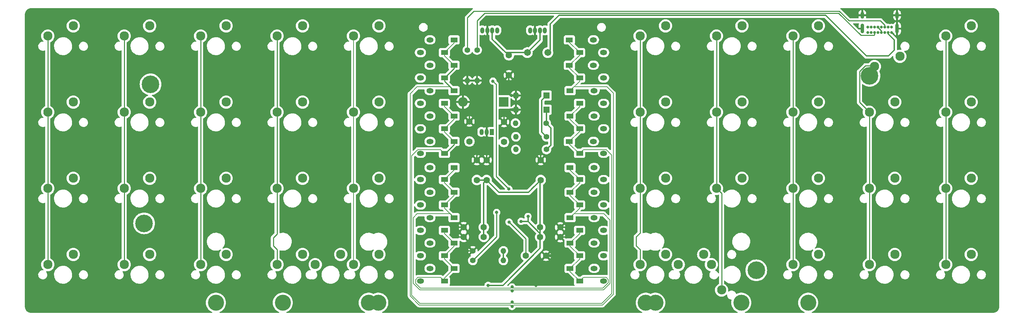
<source format=gbr>
%TF.GenerationSoftware,KiCad,Pcbnew,(7.0.0)*%
%TF.CreationDate,2024-03-09T23:39:13+01:00*%
%TF.ProjectId,LeSTMovoz,4c655354-4d6f-4766-9f7a-2e6b69636164,rev?*%
%TF.SameCoordinates,Original*%
%TF.FileFunction,Copper,L2,Bot*%
%TF.FilePolarity,Positive*%
%FSLAX46Y46*%
G04 Gerber Fmt 4.6, Leading zero omitted, Abs format (unit mm)*
G04 Created by KiCad (PCBNEW (7.0.0)) date 2024-03-09 23:39:13*
%MOMM*%
%LPD*%
G01*
G04 APERTURE LIST*
%TA.AperFunction,ComponentPad*%
%ADD10C,1.400000*%
%TD*%
%TA.AperFunction,ComponentPad*%
%ADD11O,1.400000X1.400000*%
%TD*%
%TA.AperFunction,ComponentPad*%
%ADD12C,4.400000*%
%TD*%
%TA.AperFunction,ComponentPad*%
%ADD13R,1.778000X1.300000*%
%TD*%
%TA.AperFunction,ComponentPad*%
%ADD14O,1.778000X1.300000*%
%TD*%
%TA.AperFunction,ComponentPad*%
%ADD15C,1.710000*%
%TD*%
%TA.AperFunction,ComponentPad*%
%ADD16C,1.600000*%
%TD*%
%TA.AperFunction,ComponentPad*%
%ADD17C,2.300000*%
%TD*%
%TA.AperFunction,ComponentPad*%
%ADD18C,4.000000*%
%TD*%
%TA.AperFunction,ComponentPad*%
%ADD19R,2.400000X2.400000*%
%TD*%
%TA.AperFunction,ComponentPad*%
%ADD20O,2.400000X2.400000*%
%TD*%
%TA.AperFunction,ComponentPad*%
%ADD21R,1.600000X1.600000*%
%TD*%
%TA.AperFunction,ComponentPad*%
%ADD22O,1.600000X1.600000*%
%TD*%
%TA.AperFunction,ComponentPad*%
%ADD23R,1.050000X1.500000*%
%TD*%
%TA.AperFunction,ComponentPad*%
%ADD24O,1.050000X1.500000*%
%TD*%
%TA.AperFunction,ComponentPad*%
%ADD25O,1.000000X1.500000*%
%TD*%
%TA.AperFunction,ComponentPad*%
%ADD26C,0.700000*%
%TD*%
%TA.AperFunction,ComponentPad*%
%ADD27O,0.900000X1.700000*%
%TD*%
%TA.AperFunction,ComponentPad*%
%ADD28O,0.900000X2.400000*%
%TD*%
%TA.AperFunction,ViaPad*%
%ADD29C,0.800000*%
%TD*%
%TA.AperFunction,Conductor*%
%ADD30C,0.250000*%
%TD*%
%TA.AperFunction,Conductor*%
%ADD31C,0.380000*%
%TD*%
%TA.AperFunction,Conductor*%
%ADD32C,0.200000*%
%TD*%
G04 APERTURE END LIST*
D10*
%TO.P,R7,1*%
%TO.N,GND*%
X135478264Y-84517916D03*
D11*
%TO.P,R7,2*%
%TO.N,Net-(R6-Pad2)*%
X143098263Y-84517915D03*
%TD*%
D12*
%TO.P,,1*%
%TO.N,N/C*%
X55137500Y-42862500D03*
%TD*%
D13*
%TO.P,D6,1,K*%
%TO.N,ROW0*%
X159543749Y-31749999D03*
D14*
%TO.P,D6,2,A*%
%TO.N,Net-(D6-A)*%
X165543749Y-31749999D03*
%TD*%
D15*
%TO.P,F1,1*%
%TO.N,VBUS*%
X154156250Y-34934000D03*
%TO.P,F1,2*%
%TO.N,+5V*%
X149056250Y-34934000D03*
%TD*%
D16*
%TO.P,C8,1*%
%TO.N,+3V3*%
X152400000Y-66793750D03*
%TO.P,C8,2*%
%TO.N,GND*%
X152400000Y-61793750D03*
%TD*%
D17*
%TO.P,MX24,1,1*%
%TO.N,COL3*%
X86677500Y-68897500D03*
%TO.P,MX24,2,2*%
%TO.N,Net-(D24-A)*%
X93027500Y-66357500D03*
%TD*%
%TO.P,MX10,1,1*%
%TO.N,COL9*%
X253365000Y-30797500D03*
%TO.P,MX10,2,2*%
%TO.N,Net-(D10-A)*%
X259715000Y-28257500D03*
%TD*%
D10*
%TO.P,R4,1*%
%TO.N,/CC1*%
X136525000Y-34290000D03*
D11*
%TO.P,R4,2*%
%TO.N,GND*%
X136524999Y-41909999D03*
%TD*%
D17*
%TO.P,MX19,1,1*%
%TO.N,COL8*%
X234315000Y-49847500D03*
%TO.P,MX19,2,2*%
%TO.N,Net-(D19-A)*%
X240665000Y-47307500D03*
%TD*%
%TO.P,MX5,1,1*%
%TO.N,COL4*%
X105727500Y-30797500D03*
%TO.P,MX5,2,2*%
%TO.N,Net-(D5-A)*%
X112077500Y-28257500D03*
%TD*%
%TO.P,MX6,1,1*%
%TO.N,COL5*%
X177165000Y-30797500D03*
%TO.P,MX6,2,2*%
%TO.N,Net-(D6-A)*%
X183515000Y-28257500D03*
%TD*%
D13*
%TO.P,D4,1,K*%
%TO.N,ROW0*%
X128412499Y-34924999D03*
D14*
%TO.P,D4,2,A*%
%TO.N,Net-(D4-A)*%
X122412499Y-34924999D03*
%TD*%
D17*
%TO.P,MX21,1,1*%
%TO.N,COL0*%
X29527500Y-68897500D03*
%TO.P,MX21,2,2*%
%TO.N,Net-(D21-A)*%
X35877500Y-66357500D03*
%TD*%
D12*
%TO.P,H6,1*%
%TO.N,N/C*%
X234387500Y-40736500D03*
%TD*%
D18*
%TO.P,S1,*%
%TO.N,*%
X202406250Y-97472500D03*
X178593750Y-97472500D03*
%TD*%
D16*
%TO.P,C5,1*%
%TO.N,+3V3*%
X136475000Y-66793750D03*
%TO.P,C5,2*%
%TO.N,GND*%
X136475000Y-61793750D03*
%TD*%
D17*
%TO.P,MX4,1,1*%
%TO.N,COL3*%
X86677500Y-30797500D03*
%TO.P,MX4,2,2*%
%TO.N,Net-(D4-A)*%
X93027500Y-28257500D03*
%TD*%
D16*
%TO.P,C6,1*%
%TO.N,+3V3*%
X138211531Y-81009836D03*
%TO.P,C6,2*%
%TO.N,GND*%
X133211531Y-81009836D03*
%TD*%
D17*
%TO.P,MX37,1,1*%
%TO.N,COL5*%
X177165000Y-87947500D03*
%TO.P,MX37,2,2*%
%TO.N,Net-(D36-A)*%
X183515000Y-85407500D03*
%TD*%
%TO.P,MX20,1,1*%
%TO.N,COL9*%
X253365000Y-49847500D03*
%TO.P,MX20,2,2*%
%TO.N,Net-(D20-A)*%
X259715000Y-47307500D03*
%TD*%
D18*
%TO.P,S2,*%
%TO.N,*%
X219075000Y-97472500D03*
X180975000Y-97472500D03*
%TD*%
D13*
%TO.P,D12,1,K*%
%TO.N,ROW1*%
X130793749Y-50799999D03*
D14*
%TO.P,D12,2,A*%
%TO.N,Net-(D12-A)*%
X124793749Y-50799999D03*
%TD*%
D17*
%TO.P,MX27,1,1*%
%TO.N,COL6*%
X196215000Y-68897500D03*
%TO.P,MX27,2,2*%
%TO.N,Net-(D27-A)*%
X202565000Y-66357500D03*
%TD*%
%TO.P,MX1,1,1*%
%TO.N,COL0*%
X29527500Y-30797500D03*
%TO.P,MX1,2,2*%
%TO.N,Net-(D1-A)*%
X35877500Y-28257500D03*
%TD*%
%TO.P,MX38,1,1*%
%TO.N,COL5*%
X186690000Y-87947500D03*
%TO.P,MX38,2,2*%
%TO.N,Net-(D36-A)*%
X193040000Y-85407500D03*
%TD*%
%TO.P,MX12,1,1*%
%TO.N,COL1*%
X48577500Y-49847500D03*
%TO.P,MX12,2,2*%
%TO.N,Net-(D12-A)*%
X54927500Y-47307500D03*
%TD*%
D13*
%TO.P,D3,1,K*%
%TO.N,ROW0*%
X130793749Y-38099999D03*
D14*
%TO.P,D3,2,A*%
%TO.N,Net-(D3-A)*%
X124793749Y-38099999D03*
%TD*%
D13*
%TO.P,D8,1,K*%
%TO.N,ROW0*%
X159543749Y-38099999D03*
D14*
%TO.P,D8,2,A*%
%TO.N,Net-(D8-A)*%
X165543749Y-38099999D03*
%TD*%
D10*
%TO.P,R3,1*%
%TO.N,D_USB_P*%
X153828750Y-55981250D03*
D11*
%TO.P,R3,2*%
%TO.N,D_P*%
X146208749Y-55981249D03*
%TD*%
D13*
%TO.P,D16,1,K*%
%TO.N,ROW1*%
X162099999Y-60124999D03*
D14*
%TO.P,D16,2,A*%
%TO.N,Net-(D16-A)*%
X168099999Y-60124999D03*
%TD*%
D17*
%TO.P,MX34,1,1*%
%TO.N,COL3*%
X86677500Y-87947500D03*
%TO.P,MX34,2,2*%
%TO.N,Net-(D34-A)*%
X93027500Y-85407500D03*
%TD*%
D16*
%TO.P,C1,1*%
%TO.N,GND*%
X134625429Y-52150000D03*
%TO.P,C1,2*%
%TO.N,+5V*%
X134625429Y-57150000D03*
%TD*%
D13*
%TO.P,D9,1,K*%
%TO.N,ROW0*%
X162099999Y-41274999D03*
D14*
%TO.P,D9,2,A*%
%TO.N,Net-(D9-A)*%
X168099999Y-41274999D03*
%TD*%
D13*
%TO.P,D24,1,K*%
%TO.N,ROW2*%
X128412499Y-66674999D03*
D14*
%TO.P,D24,2,A*%
%TO.N,Net-(D24-A)*%
X122412499Y-66674999D03*
%TD*%
D17*
%TO.P,MX41,1,1*%
%TO.N,COL8*%
X234315000Y-87947500D03*
%TO.P,MX41,2,2*%
%TO.N,Net-(D39-A)*%
X240665000Y-85407500D03*
%TD*%
D13*
%TO.P,D38,1,K*%
%TO.N,ROW3*%
X162099999Y-85724999D03*
D14*
%TO.P,D38,2,A*%
%TO.N,Net-(D38-A)*%
X168099999Y-85724999D03*
%TD*%
D13*
%TO.P,D29,1,K*%
%TO.N,ROW2*%
X162099999Y-73024999D03*
D14*
%TO.P,D29,2,A*%
%TO.N,Net-(D29-A)*%
X168099999Y-73024999D03*
%TD*%
D10*
%TO.P,R5,1*%
%TO.N,/CC2*%
X134143750Y-34290000D03*
D11*
%TO.P,R5,2*%
%TO.N,GND*%
X134143749Y-41909999D03*
%TD*%
D17*
%TO.P,MX28,1,1*%
%TO.N,COL7*%
X215265000Y-68897500D03*
%TO.P,MX28,2,2*%
%TO.N,Net-(D28-A)*%
X221615000Y-66357500D03*
%TD*%
%TO.P,MX8,1,1*%
%TO.N,COL7*%
X215265000Y-30797500D03*
%TO.P,MX8,2,2*%
%TO.N,Net-(D8-A)*%
X221615000Y-28257500D03*
%TD*%
D13*
%TO.P,D18,1,K*%
%TO.N,ROW1*%
X162099999Y-53974999D03*
D14*
%TO.P,D18,2,A*%
%TO.N,Net-(D18-A)*%
X168099999Y-53974999D03*
%TD*%
D17*
%TO.P,MX18,1,1*%
%TO.N,COL7*%
X215265000Y-49847500D03*
%TO.P,MX18,2,2*%
%TO.N,Net-(D18-A)*%
X221615000Y-47307500D03*
%TD*%
D13*
%TO.P,D7,1,K*%
%TO.N,ROW0*%
X162099999Y-34924999D03*
D14*
%TO.P,D7,2,A*%
%TO.N,Net-(D7-A)*%
X168099999Y-34924999D03*
%TD*%
D13*
%TO.P,D34,1,K*%
%TO.N,ROW3*%
X130793749Y-88899999D03*
D14*
%TO.P,D34,2,A*%
%TO.N,Net-(D34-A)*%
X124793749Y-88899999D03*
%TD*%
D13*
%TO.P,D20,1,K*%
%TO.N,ROW1*%
X162099999Y-47624999D03*
D14*
%TO.P,D20,2,A*%
%TO.N,Net-(D20-A)*%
X168099999Y-47624999D03*
%TD*%
D17*
%TO.P,MX33,1,1*%
%TO.N,COL2*%
X67627500Y-87947500D03*
%TO.P,MX33,2,2*%
%TO.N,Net-(D33-A)*%
X73977500Y-85407500D03*
%TD*%
D13*
%TO.P,D13,1,K*%
%TO.N,ROW1*%
X128412499Y-53974999D03*
D14*
%TO.P,D13,2,A*%
%TO.N,Net-(D13-A)*%
X122412499Y-53974999D03*
%TD*%
D19*
%TO.P,D41,1,A1*%
%TO.N,+5V*%
X143192499Y-47300965D03*
D20*
%TO.P,D41,2,A2*%
%TO.N,GND*%
X133032499Y-47300965D03*
%TD*%
D10*
%TO.P,R2,1*%
%TO.N,D_USB_N*%
X153828750Y-59156250D03*
D11*
%TO.P,R2,2*%
%TO.N,D_N*%
X146208749Y-59156249D03*
%TD*%
D13*
%TO.P,D15,1,K*%
%TO.N,ROW1*%
X128412499Y-60124999D03*
D14*
%TO.P,D15,2,A*%
%TO.N,Net-(D15-A)*%
X122412499Y-60124999D03*
%TD*%
D17*
%TO.P,MX23,1,1*%
%TO.N,COL2*%
X67627500Y-68897500D03*
%TO.P,MX23,2,2*%
%TO.N,Net-(D23-A)*%
X73977500Y-66357500D03*
%TD*%
D13*
%TO.P,D33,1,K*%
%TO.N,ROW3*%
X128412499Y-85724999D03*
D14*
%TO.P,D33,2,A*%
%TO.N,Net-(D33-A)*%
X122412499Y-85724999D03*
%TD*%
D10*
%TO.P,R1,1*%
%TO.N,D_USB_N*%
X153728750Y-52562500D03*
D11*
%TO.P,R1,2*%
%TO.N,+5V*%
X146108749Y-52562499D03*
%TD*%
D13*
%TO.P,D10,1,K*%
%TO.N,ROW0*%
X159718749Y-44449999D03*
D14*
%TO.P,D10,2,A*%
%TO.N,Net-(D10-A)*%
X165718749Y-44449999D03*
%TD*%
D13*
%TO.P,D36,1,K*%
%TO.N,ROW3*%
X162099999Y-92074999D03*
D14*
%TO.P,D36,2,A*%
%TO.N,Net-(D36-A)*%
X168099999Y-92074999D03*
%TD*%
D17*
%TO.P,MX14,1,1*%
%TO.N,COL3*%
X86677500Y-49847500D03*
%TO.P,MX14,2,2*%
%TO.N,Net-(D14-A)*%
X93027500Y-47307500D03*
%TD*%
D13*
%TO.P,D19,1,K*%
%TO.N,ROW1*%
X159718749Y-50799999D03*
D14*
%TO.P,D19,2,A*%
%TO.N,Net-(D19-A)*%
X165718749Y-50799999D03*
%TD*%
D21*
%TO.P,D43,1,K*%
%TO.N,D_USB_N*%
X153828749Y-49212499D03*
D22*
%TO.P,D43,2,A*%
%TO.N,GND*%
X146208749Y-49212499D03*
%TD*%
D13*
%TO.P,D5,1,K*%
%TO.N,ROW0*%
X130793749Y-31749999D03*
D14*
%TO.P,D5,2,A*%
%TO.N,Net-(D5-A)*%
X124793749Y-31749999D03*
%TD*%
D23*
%TO.P,U2,1,VO*%
%TO.N,+3V3*%
X140176249Y-54768749D03*
D24*
%TO.P,U2,2,GND*%
%TO.N,GND*%
X138906249Y-54768749D03*
%TO.P,U2,3,VI*%
%TO.N,+5V*%
X137636249Y-54768749D03*
%TD*%
D16*
%TO.P,C10,1*%
%TO.N,+3V3*%
X138906250Y-66793750D03*
%TO.P,C10,2*%
%TO.N,GND*%
X138906250Y-61793750D03*
%TD*%
D18*
%TO.P,S3,*%
%TO.N,*%
X109537500Y-97472500D03*
X71437500Y-97472500D03*
%TD*%
D13*
%TO.P,D23,1,K*%
%TO.N,ROW2*%
X130793749Y-69849999D03*
D14*
%TO.P,D23,2,A*%
%TO.N,Net-(D23-A)*%
X124793749Y-69849999D03*
%TD*%
D17*
%TO.P,MX17,1,1*%
%TO.N,COL6*%
X196215000Y-49847500D03*
%TO.P,MX17,2,2*%
%TO.N,Net-(D17-A)*%
X202565000Y-47307500D03*
%TD*%
D13*
%TO.P,D27,1,K*%
%TO.N,ROW2*%
X162099999Y-66674999D03*
D14*
%TO.P,D27,2,A*%
%TO.N,Net-(D27-A)*%
X168099999Y-66674999D03*
%TD*%
D13*
%TO.P,D2,1,K*%
%TO.N,ROW0*%
X128412499Y-41274999D03*
D14*
%TO.P,D2,2,A*%
%TO.N,Net-(D2-A)*%
X122412499Y-41274999D03*
%TD*%
D16*
%TO.P,C9,1*%
%TO.N,+3V3*%
X152268053Y-78635515D03*
%TO.P,C9,2*%
%TO.N,GND*%
X157268053Y-78635515D03*
%TD*%
D17*
%TO.P,MX16,1,1*%
%TO.N,COL5*%
X177165000Y-49847500D03*
%TO.P,MX16,2,2*%
%TO.N,Net-(D16-A)*%
X183515000Y-47307500D03*
%TD*%
D13*
%TO.P,D39,1,K*%
%TO.N,ROW3*%
X159718749Y-82549999D03*
D14*
%TO.P,D39,2,A*%
%TO.N,Net-(D39-A)*%
X165718749Y-82549999D03*
%TD*%
D13*
%TO.P,D17,1,K*%
%TO.N,ROW1*%
X159543749Y-57149999D03*
D14*
%TO.P,D17,2,A*%
%TO.N,Net-(D17-A)*%
X165543749Y-57149999D03*
%TD*%
D17*
%TO.P,MX31,1,1*%
%TO.N,COL0*%
X29527500Y-87947500D03*
%TO.P,MX31,2,2*%
%TO.N,Net-(D31-A)*%
X35877500Y-85407500D03*
%TD*%
D18*
%TO.P,S4,*%
%TO.N,*%
X111918750Y-97472500D03*
X88106250Y-97472500D03*
%TD*%
D13*
%TO.P,D40,1,K*%
%TO.N,ROW3*%
X162099999Y-79374999D03*
D14*
%TO.P,D40,2,A*%
%TO.N,Net-(D40-A)*%
X168099999Y-79374999D03*
%TD*%
D17*
%TO.P,MX26,1,1*%
%TO.N,COL5*%
X177165000Y-68897500D03*
%TO.P,MX26,2,2*%
%TO.N,Net-(D26-A)*%
X183515000Y-66357500D03*
%TD*%
D13*
%TO.P,D1,1,K*%
%TO.N,ROW0*%
X130793749Y-44449999D03*
D14*
%TO.P,D1,2,A*%
%TO.N,Net-(D1-A)*%
X124793749Y-44449999D03*
%TD*%
D10*
%TO.P,R6,1*%
%TO.N,BOOT0*%
X135478264Y-86899166D03*
D11*
%TO.P,R6,2*%
%TO.N,Net-(R6-Pad2)*%
X143098263Y-86899165D03*
%TD*%
D13*
%TO.P,D30,1,K*%
%TO.N,ROW2*%
X159718749Y-76199999D03*
D14*
%TO.P,D30,2,A*%
%TO.N,Net-(D30-A)*%
X165718749Y-76199999D03*
%TD*%
D16*
%TO.P,C7,1*%
%TO.N,+3V3*%
X138211531Y-78578586D03*
%TO.P,C7,2*%
%TO.N,GND*%
X133211531Y-78578586D03*
%TD*%
D17*
%TO.P,MX32,1,1*%
%TO.N,COL1*%
X48577500Y-87947500D03*
%TO.P,MX32,2,2*%
%TO.N,Net-(D32-A)*%
X54927500Y-85407500D03*
%TD*%
D13*
%TO.P,D31,1,K*%
%TO.N,ROW3*%
X128412499Y-79374999D03*
D14*
%TO.P,D31,2,A*%
%TO.N,Net-(D31-A)*%
X122412499Y-79374999D03*
%TD*%
D17*
%TO.P,MX3,1,1*%
%TO.N,COL2*%
X67627500Y-30797500D03*
%TO.P,MX3,2,2*%
%TO.N,Net-(D3-A)*%
X73977500Y-28257500D03*
%TD*%
D13*
%TO.P,D28,1,K*%
%TO.N,ROW2*%
X159718749Y-69849999D03*
D14*
%TO.P,D28,2,A*%
%TO.N,Net-(D28-A)*%
X165718749Y-69849999D03*
%TD*%
D17*
%TO.P,MX29,1,1*%
%TO.N,COL8*%
X234315000Y-68897500D03*
%TO.P,MX29,2,2*%
%TO.N,Net-(D29-A)*%
X240665000Y-66357500D03*
%TD*%
%TO.P,MX39,1,1*%
%TO.N,COL6*%
X197485000Y-94297500D03*
%TO.P,MX39,2,2*%
%TO.N,Net-(D37-A)*%
X194945000Y-87947500D03*
%TD*%
D13*
%TO.P,D11,1,K*%
%TO.N,ROW1*%
X128412499Y-47624999D03*
D14*
%TO.P,D11,2,A*%
%TO.N,Net-(D11-A)*%
X122412499Y-47624999D03*
%TD*%
D17*
%TO.P,MX7,1,1*%
%TO.N,COL6*%
X196215000Y-30797500D03*
%TO.P,MX7,2,2*%
%TO.N,Net-(D7-A)*%
X202565000Y-28257500D03*
%TD*%
%TO.P,MX22,1,1*%
%TO.N,COL1*%
X48577500Y-68897500D03*
%TO.P,MX22,2,2*%
%TO.N,Net-(D22-A)*%
X54927500Y-66357500D03*
%TD*%
%TO.P,MX9,1,1*%
%TO.N,Net-(D9-A)*%
X241935000Y-35877500D03*
%TO.P,MX9,2,2*%
%TO.N,COL8*%
X235585000Y-38417500D03*
%TD*%
D21*
%TO.P,D42,1,K*%
%TO.N,D_USB_P*%
X153828749Y-45662499D03*
D22*
%TO.P,D42,2,A*%
%TO.N,GND*%
X146208749Y-45662499D03*
%TD*%
D16*
%TO.P,C3,1*%
%TO.N,NRST*%
X148712500Y-85725000D03*
%TO.P,C3,2*%
%TO.N,GND*%
X153712500Y-85725000D03*
%TD*%
D13*
%TO.P,D37,1,K*%
%TO.N,ROW3*%
X159718749Y-88899999D03*
D14*
%TO.P,D37,2,A*%
%TO.N,Net-(D37-A)*%
X165718749Y-88899999D03*
%TD*%
D13*
%TO.P,D21,1,K*%
%TO.N,ROW2*%
X130793749Y-76199999D03*
D14*
%TO.P,D21,2,A*%
%TO.N,Net-(D21-A)*%
X124793749Y-76199999D03*
%TD*%
D16*
%TO.P,C4,1*%
%TO.N,+3V3*%
X152268053Y-81066765D03*
%TO.P,C4,2*%
%TO.N,GND*%
X157268053Y-81066765D03*
%TD*%
D17*
%TO.P,MX15,1,1*%
%TO.N,COL4*%
X105727500Y-49847500D03*
%TO.P,MX15,2,2*%
%TO.N,Net-(D15-A)*%
X112077500Y-47307500D03*
%TD*%
D12*
%TO.P,,1*%
%TO.N,N/C*%
X206137500Y-89371500D03*
%TD*%
%TO.P,,1*%
%TO.N,N/C*%
X53537500Y-77636500D03*
%TD*%
D17*
%TO.P,MX25,1,1*%
%TO.N,COL4*%
X105727500Y-68897500D03*
%TO.P,MX25,2,2*%
%TO.N,Net-(D25-A)*%
X112077500Y-66357500D03*
%TD*%
%TO.P,MX36,1,1*%
%TO.N,COL4*%
X96202500Y-87947500D03*
%TO.P,MX36,2,2*%
%TO.N,Net-(D35-A)*%
X102552500Y-85407500D03*
%TD*%
%TO.P,MX13,1,1*%
%TO.N,COL2*%
X67627500Y-49847500D03*
%TO.P,MX13,2,2*%
%TO.N,Net-(D13-A)*%
X73977500Y-47307500D03*
%TD*%
%TO.P,MX40,1,1*%
%TO.N,COL7*%
X215265000Y-87947500D03*
%TO.P,MX40,2,2*%
%TO.N,Net-(D38-A)*%
X221615000Y-85407500D03*
%TD*%
D13*
%TO.P,D25,1,K*%
%TO.N,ROW2*%
X130793749Y-63699999D03*
D14*
%TO.P,D25,2,A*%
%TO.N,Net-(D25-A)*%
X124793749Y-63699999D03*
%TD*%
D13*
%TO.P,D22,1,K*%
%TO.N,ROW2*%
X128412499Y-73024999D03*
D14*
%TO.P,D22,2,A*%
%TO.N,Net-(D22-A)*%
X122412499Y-73024999D03*
%TD*%
D16*
%TO.P,C12,1*%
%TO.N,+5V*%
X144462500Y-35600000D03*
%TO.P,C12,2*%
%TO.N,GND*%
X144462500Y-40600000D03*
%TD*%
D17*
%TO.P,MX2,1,1*%
%TO.N,COL1*%
X48577500Y-30797500D03*
%TO.P,MX2,2,2*%
%TO.N,Net-(D2-A)*%
X54927500Y-28257500D03*
%TD*%
D13*
%TO.P,D32,1,K*%
%TO.N,ROW3*%
X130793749Y-82549999D03*
D14*
%TO.P,D32,2,A*%
%TO.N,Net-(D32-A)*%
X124793749Y-82549999D03*
%TD*%
D17*
%TO.P,MX11,1,1*%
%TO.N,COL0*%
X29527500Y-49847500D03*
%TO.P,MX11,2,2*%
%TO.N,Net-(D11-A)*%
X35877500Y-47307500D03*
%TD*%
%TO.P,MX42,1,1*%
%TO.N,COL9*%
X253365000Y-87947500D03*
%TO.P,MX42,2,2*%
%TO.N,Net-(D40-A)*%
X259715000Y-85407500D03*
%TD*%
%TO.P,MX30,1,1*%
%TO.N,COL9*%
X253365000Y-68897500D03*
%TO.P,MX30,2,2*%
%TO.N,Net-(D30-A)*%
X259715000Y-66357500D03*
%TD*%
%TO.P,MX35,1,1*%
%TO.N,COL4*%
X105727500Y-87947500D03*
%TO.P,MX35,2,2*%
%TO.N,Net-(D35-A)*%
X112077500Y-85407500D03*
%TD*%
D16*
%TO.P,C2,1*%
%TO.N,GND*%
X143250429Y-52276860D03*
%TO.P,C2,2*%
%TO.N,+3V3*%
X143250429Y-57276860D03*
%TD*%
D13*
%TO.P,D14,1,K*%
%TO.N,ROW1*%
X130793749Y-57149999D03*
D14*
%TO.P,D14,2,A*%
%TO.N,Net-(D14-A)*%
X124793749Y-57149999D03*
%TD*%
D13*
%TO.P,D35,1,K*%
%TO.N,ROW3*%
X128412499Y-92074999D03*
D14*
%TO.P,D35,2,A*%
%TO.N,Net-(D35-A)*%
X122412499Y-92074999D03*
%TD*%
D13*
%TO.P,D26,1,K*%
%TO.N,ROW2*%
X159718749Y-63699999D03*
D14*
%TO.P,D26,2,A*%
%TO.N,Net-(D26-A)*%
X165718749Y-63699999D03*
%TD*%
D25*
%TO.P,D44,4,DIN*%
%TO.N,RGBin*%
X137849999Y-29368749D03*
%TO.P,D44,3,VSS*%
%TO.N,+5V*%
X140324999Y-29368749D03*
%TO.P,D44,2,DOUT*%
%TO.N,Net-(D44-DOUT)*%
X141549999Y-29368749D03*
%TO.P,D44,1,VDD*%
%TO.N,GND*%
X139074999Y-29368749D03*
%TD*%
%TO.P,D45,4,DIN*%
%TO.N,Net-(D44-DOUT)*%
X149756249Y-29368749D03*
%TO.P,D45,3,VSS*%
%TO.N,+5V*%
X152231249Y-29368749D03*
%TO.P,D45,2,DOUT*%
%TO.N,unconnected-(D45-DOUT-Pad2)*%
X153456249Y-29368749D03*
%TO.P,D45,1,VDD*%
%TO.N,GND*%
X150981249Y-29368749D03*
%TD*%
D26*
%TO.P,J1,A1,GND*%
%TO.N,GND*%
X233938179Y-29918750D03*
%TO.P,J1,A4,VBUS*%
%TO.N,VBUS*%
X234788179Y-29918750D03*
%TO.P,J1,A5,CC1*%
%TO.N,/CC1*%
X235638179Y-29918750D03*
%TO.P,J1,A6,D+*%
%TO.N,D_USB_P*%
X236488179Y-29918750D03*
%TO.P,J1,A7,D-*%
%TO.N,D_USB_N*%
X237338179Y-29918750D03*
%TO.P,J1,A8,SBU1*%
%TO.N,unconnected-(J1-SBU1-PadA8)*%
X238188179Y-29918750D03*
%TO.P,J1,A9,VBUS*%
%TO.N,VBUS*%
X239038179Y-29918750D03*
%TO.P,J1,A12,GND*%
%TO.N,GND*%
X239888179Y-29918750D03*
%TO.P,J1,B1,GND*%
X239888179Y-28568750D03*
%TO.P,J1,B4,VBUS*%
%TO.N,VBUS*%
X239038179Y-28568750D03*
%TO.P,J1,B5,CC2*%
%TO.N,/CC2*%
X238188179Y-28568750D03*
%TO.P,J1,B6,D+*%
%TO.N,D_USB_P*%
X237338179Y-28568750D03*
%TO.P,J1,B7,D-*%
%TO.N,D_USB_N*%
X236488179Y-28568750D03*
%TO.P,J1,B8,SBU2*%
%TO.N,unconnected-(J1-SBU2-PadB8)*%
X235638179Y-28568750D03*
%TO.P,J1,B9,VBUS*%
%TO.N,VBUS*%
X234788179Y-28568750D03*
%TO.P,J1,B12,GND*%
%TO.N,GND*%
X233938179Y-28568750D03*
D27*
%TO.P,J1,S1,SHIELD*%
X232588178Y-25558749D03*
D28*
X232588178Y-28938749D03*
D27*
X241238178Y-25558749D03*
D28*
X241238178Y-28938749D03*
%TD*%
D29*
%TO.N,GND*%
X134124773Y-84513768D03*
X151606250Y-27781250D03*
X139700000Y-27781250D03*
%TO.N,ROW0*%
X145256250Y-98425000D03*
%TO.N,+3V3*%
X147506250Y-77121840D03*
X149225000Y-75903090D03*
X139285312Y-93131250D03*
%TO.N,GND*%
X158739027Y-81062126D03*
X136525000Y-60325000D03*
X131781476Y-81000452D03*
X145256250Y-72359340D03*
X134975169Y-47312013D03*
X154781250Y-85725000D03*
X134627190Y-50127375D03*
X134137230Y-43140918D03*
X138906250Y-53181250D03*
X138906250Y-60325000D03*
X151228461Y-93131250D03*
X143241088Y-50127375D03*
X145136065Y-45648580D03*
X136528259Y-43131429D03*
X158739027Y-78642631D03*
X131762500Y-78581250D03*
X152400000Y-60325000D03*
X145256250Y-49212500D03*
X144462500Y-42068750D03*
%TO.N,NRST*%
X144511040Y-77299823D03*
%TO.N,BOOT0*%
X141416942Y-74910483D03*
%TO.N,ROW1*%
X145256250Y-97331750D03*
%TO.N,ROW2*%
X145256250Y-94531253D03*
%TO.N,ROW3*%
X145256250Y-93531750D03*
%TO.N,RGB MCU*%
X144462500Y-69056250D03*
X140493750Y-42068750D03*
%TD*%
D30*
%TO.N,BOOT0*%
X141416942Y-80960488D02*
X135478264Y-86899166D01*
X141416942Y-74910483D02*
X141416942Y-80960488D01*
D31*
%TO.N,Net-(R6-Pad2)*%
X143098264Y-84517916D02*
X143098264Y-86899166D01*
%TO.N,GND*%
X134128921Y-84517916D02*
X134124773Y-84513768D01*
X135478264Y-84517916D02*
X134128921Y-84517916D01*
X150981250Y-28406250D02*
X151606250Y-27781250D01*
X150981250Y-29368750D02*
X150981250Y-28406250D01*
X139075000Y-28406250D02*
X139700000Y-27781250D01*
X139075000Y-29368750D02*
X139075000Y-28406250D01*
%TO.N,+5V*%
X143677750Y-34934000D02*
X140325000Y-31581250D01*
X149056250Y-34934000D02*
X143677750Y-34934000D01*
X140325000Y-31581250D02*
X140325000Y-29368750D01*
X152231250Y-31759000D02*
X152231250Y-29368750D01*
X149056250Y-34934000D02*
X152231250Y-31759000D01*
D32*
%TO.N,ROW0*%
X162100000Y-41275000D02*
X159543750Y-38718750D01*
X122071814Y-98031250D02*
X119850000Y-95809435D01*
X129843750Y-43500000D02*
X130793750Y-44450000D01*
D30*
X130793750Y-38893750D02*
X130793750Y-38100000D01*
D32*
X162100000Y-34925000D02*
X159543750Y-32368750D01*
X128412500Y-35718750D02*
X128412500Y-34925000D01*
X122071814Y-98031250D02*
X144862500Y-98031250D01*
X145650000Y-98031250D02*
X145256250Y-98425000D01*
X160668750Y-43500000D02*
X168912500Y-43500000D01*
X168912500Y-43500000D02*
X170489000Y-45076500D01*
X170489000Y-45076500D02*
X170489000Y-95331974D01*
X159718750Y-44450000D02*
X160668750Y-43500000D01*
X159543750Y-38718750D02*
X159543750Y-38100000D01*
X162100000Y-35543750D02*
X162100000Y-34925000D01*
X130793750Y-32543750D02*
X130793750Y-31750000D01*
X121600000Y-43500000D02*
X129843750Y-43500000D01*
X128412500Y-34925000D02*
X130793750Y-32543750D01*
X130793750Y-38100000D02*
X128412500Y-35718750D01*
X119850000Y-45250000D02*
X121600000Y-43500000D01*
D30*
X128412500Y-41275000D02*
X130793750Y-38893750D01*
D32*
X159543750Y-32368750D02*
X159543750Y-31750000D01*
X144862500Y-98031250D02*
X145256250Y-98425000D01*
X145650000Y-98031250D02*
X167789723Y-98031250D01*
X162100000Y-42068750D02*
X162100000Y-41275000D01*
D30*
X130793750Y-44450000D02*
X128412500Y-42068750D01*
X128412500Y-42068750D02*
X128412500Y-41275000D01*
D32*
X159718750Y-44450000D02*
X162100000Y-42068750D01*
X119850000Y-95809435D02*
X119850000Y-45250000D01*
X159543750Y-38100000D02*
X162100000Y-35543750D01*
X170489000Y-95331974D02*
X167789723Y-98031250D01*
D31*
%TO.N,+3V3*%
X138211531Y-67488469D02*
X138211531Y-71437500D01*
X152400000Y-66793750D02*
X150871875Y-68321875D01*
X149225000Y-77121840D02*
X152268053Y-80164893D01*
X149225000Y-77121840D02*
X149225000Y-75903090D01*
X138211531Y-78578586D02*
X138211531Y-80959836D01*
X141962500Y-69850000D02*
X138906250Y-66793750D01*
X152268053Y-83852362D02*
X142989165Y-93131250D01*
X149225000Y-77121840D02*
X147506250Y-77121840D01*
X152268053Y-78635515D02*
X152268053Y-66925697D01*
X150871875Y-68321875D02*
X149343750Y-69850000D01*
X150871875Y-68321875D02*
X150475000Y-68718750D01*
X149343750Y-69850000D02*
X141962500Y-69850000D01*
X138906250Y-66793750D02*
X136525000Y-66793750D01*
X138211531Y-78578586D02*
X138211531Y-71437500D01*
X150475000Y-68718750D02*
X150137500Y-69056250D01*
X152268053Y-80164893D02*
X152268053Y-81016765D01*
X152268053Y-66925697D02*
X152400000Y-66793750D01*
X142989165Y-93131250D02*
X139285312Y-93131250D01*
X152268053Y-78635515D02*
X152268053Y-81016765D01*
X138906250Y-66793750D02*
X138211531Y-67488469D01*
X152268053Y-81016765D02*
X152268053Y-83852362D01*
%TO.N,GND*%
X143250429Y-50136716D02*
X143241088Y-50127375D01*
X133211531Y-78578586D02*
X131765164Y-78578586D01*
X143250429Y-52276860D02*
X143250429Y-50136716D01*
X144462500Y-40600000D02*
X144462500Y-42068750D01*
X146208750Y-45662500D02*
X145149985Y-45662500D01*
X158734388Y-81066765D02*
X158739027Y-81062126D01*
X158731911Y-78635515D02*
X158739027Y-78642631D01*
X133032500Y-47300966D02*
X134964122Y-47300966D01*
X134625429Y-50129136D02*
X134627190Y-50127375D01*
X146208750Y-49212500D02*
X145256250Y-49212500D01*
X157268053Y-81066765D02*
X158734388Y-81066765D01*
X136525000Y-41910000D02*
X136525000Y-43128170D01*
X134143750Y-41910000D02*
X134143750Y-43134398D01*
X134625429Y-52150000D02*
X134625429Y-50129136D01*
X131765164Y-78578586D02*
X131762500Y-78581250D01*
X133211531Y-81009836D02*
X131790860Y-81009836D01*
X136475000Y-60375000D02*
X136525000Y-60325000D01*
X157268053Y-78635515D02*
X158731911Y-78635515D01*
X134964122Y-47300966D02*
X134975169Y-47312013D01*
X152400000Y-61793750D02*
X152400000Y-60325000D01*
X145149985Y-45662500D02*
X145136065Y-45648580D01*
X136525000Y-43128170D02*
X136528259Y-43131429D01*
X138906250Y-54768750D02*
X138906250Y-53181250D01*
X134143750Y-43134398D02*
X134137230Y-43140918D01*
X136475000Y-61793750D02*
X136475000Y-60375000D01*
X131790860Y-81009836D02*
X131781476Y-81000452D01*
X138906250Y-61793750D02*
X138906250Y-60325000D01*
X153712500Y-85725000D02*
X154781250Y-85725000D01*
D30*
%TO.N,NRST*%
X148712500Y-81501283D02*
X148712500Y-85725000D01*
X144511040Y-77299823D02*
X148712500Y-81501283D01*
D31*
%TO.N,VBUS*%
X154781250Y-34309000D02*
X154156250Y-34934000D01*
X240558900Y-34345654D02*
X239133154Y-35771400D01*
X223419060Y-25571250D02*
X156991250Y-25571250D01*
X154781250Y-27781250D02*
X154781250Y-34309000D01*
X233619209Y-35771400D02*
X223419060Y-25571250D01*
X239038179Y-29918750D02*
X239038179Y-30281929D01*
X240558900Y-31802650D02*
X240558900Y-34345654D01*
X239038179Y-30281929D02*
X240558900Y-31802650D01*
X239133154Y-35771400D02*
X233619209Y-35771400D01*
X156991250Y-25571250D02*
X154781250Y-27781250D01*
D30*
%TO.N,/CC1*%
X226668750Y-25056250D02*
X138456250Y-25056250D01*
X232206250Y-30593750D02*
X226668750Y-25056250D01*
X235638179Y-29918750D02*
X235638179Y-30413724D01*
X235638179Y-30413724D02*
X235458153Y-30593750D01*
X235458153Y-30593750D02*
X232206250Y-30593750D01*
X136525000Y-26987500D02*
X136525000Y-34290000D01*
X138456250Y-25056250D02*
X136525000Y-26987500D01*
D31*
%TO.N,D_USB_P*%
X152638750Y-46852500D02*
X152638750Y-54791250D01*
X152638750Y-54791250D02*
X153828750Y-55981250D01*
X153828750Y-45662500D02*
X152638750Y-46852500D01*
D30*
%TO.N,D_USB_N*%
X236488179Y-28673345D02*
X237338179Y-29523345D01*
X236488179Y-28568750D02*
X236488179Y-28673345D01*
D31*
X153828750Y-49212500D02*
X153828750Y-52647500D01*
X154918750Y-53752500D02*
X154918750Y-58066250D01*
X153728750Y-52562500D02*
X154918750Y-53752500D01*
D30*
X237338179Y-29523345D02*
X237338179Y-29918750D01*
D31*
X154918750Y-58066250D02*
X153828750Y-59156250D01*
D30*
%TO.N,/CC2*%
X229236396Y-26987500D02*
X226855146Y-24606250D01*
X238188179Y-28568750D02*
X238188179Y-28073776D01*
X238188179Y-28073776D02*
X237101903Y-26987500D01*
X226855146Y-24606250D02*
X137318750Y-24606250D01*
X237101903Y-26987500D02*
X229236396Y-26987500D01*
X135731250Y-24606250D02*
X134143750Y-26193750D01*
X137318750Y-24606250D02*
X136525000Y-24606250D01*
X134143750Y-26193750D02*
X134143750Y-34290000D01*
X137318750Y-24606250D02*
X135731250Y-24606250D01*
D32*
%TO.N,ROW1*%
X122237500Y-97631250D02*
X144956750Y-97631250D01*
X128412500Y-54768750D02*
X128412500Y-53975000D01*
X145555750Y-97631250D02*
X145256250Y-97331750D01*
X145555750Y-97631250D02*
X167624038Y-97631250D01*
X159543750Y-57768750D02*
X159543750Y-57150000D01*
X128412500Y-53975000D02*
X130793750Y-51593750D01*
X162100000Y-54593750D02*
X162100000Y-53975000D01*
X120250000Y-95643750D02*
X122237500Y-97631250D01*
X159543750Y-57150000D02*
X162100000Y-54593750D01*
X170089000Y-95166288D02*
X170089000Y-60531497D01*
X127462500Y-59175000D02*
X128412500Y-60125000D01*
X162100000Y-53975000D02*
X159718750Y-51593750D01*
X130793750Y-57150000D02*
X128412500Y-54768750D01*
X168732503Y-59175000D02*
X163050000Y-59175000D01*
X121779997Y-59175000D02*
X127462500Y-59175000D01*
X120250000Y-60704997D02*
X120250000Y-95643750D01*
X128412500Y-48418750D02*
X128412500Y-47625000D01*
X120250000Y-60704997D02*
X121779997Y-59175000D01*
X144956750Y-97631250D02*
X145256250Y-97331750D01*
X130793750Y-51593750D02*
X130793750Y-50800000D01*
X170089000Y-60531497D02*
X168732503Y-59175000D01*
D30*
X128412500Y-60325000D02*
X130793750Y-57943750D01*
D32*
X167624038Y-97631250D02*
X170089000Y-95166288D01*
X159718750Y-51593750D02*
X159718750Y-50800000D01*
X130793750Y-50800000D02*
X128412500Y-48418750D01*
X162100000Y-60325000D02*
X159543750Y-57768750D01*
X159718750Y-50800000D02*
X162100000Y-48418750D01*
D30*
X130793750Y-57943750D02*
X130793750Y-57150000D01*
D32*
X162100000Y-48418750D02*
X162100000Y-47625000D01*
X163050000Y-59175000D02*
X162100000Y-60125000D01*
%TO.N,ROW2*%
X122240565Y-94231250D02*
X144956247Y-94231250D01*
X162100000Y-66675000D02*
X159718750Y-64293750D01*
X129843750Y-75250000D02*
X121600000Y-75250000D01*
X159718750Y-70643750D02*
X159718750Y-69850000D01*
X128412500Y-73025000D02*
X130793750Y-70643750D01*
X145556253Y-94231250D02*
X168091940Y-94231250D01*
X130793750Y-69850000D02*
X128412500Y-67468750D01*
X162100000Y-73025000D02*
X159718750Y-70643750D01*
X159718750Y-69850000D02*
X162100000Y-67468750D01*
X121600000Y-75250000D02*
X120650000Y-76200000D01*
X128412500Y-67468750D02*
X128412500Y-66675000D01*
X128412500Y-73818750D02*
X130793750Y-76200000D01*
X169689000Y-92634189D02*
X169689000Y-76820250D01*
X128412500Y-73818750D02*
X128412500Y-73025000D01*
X145556253Y-94231250D02*
X145256250Y-94531253D01*
X130793750Y-64293750D02*
X130793750Y-63500000D01*
X120650000Y-92640685D02*
X122240565Y-94231250D01*
X162100000Y-73818750D02*
X162100000Y-73025000D01*
X120650000Y-76200000D02*
X120650000Y-92640685D01*
X160668750Y-75250000D02*
X159718750Y-76200000D01*
X159718750Y-76200000D02*
X162100000Y-73818750D01*
X168118750Y-75250000D02*
X160668750Y-75250000D01*
X130793750Y-76200000D02*
X129843750Y-75250000D01*
X128412500Y-66675000D02*
X130793750Y-64293750D01*
X130793750Y-70643750D02*
X130793750Y-69850000D01*
X144956247Y-94231250D02*
X145256250Y-94531253D01*
X168091940Y-94231250D02*
X169689000Y-92634189D01*
X162100000Y-67468750D02*
X162100000Y-66675000D01*
X169689000Y-76820250D02*
X168118750Y-75250000D01*
X159718750Y-64293750D02*
X159718750Y-63500000D01*
%TO.N,ROW3*%
X121779997Y-91125000D02*
X127462500Y-91125000D01*
X130793750Y-88900000D02*
X128412500Y-86518750D01*
X167926254Y-93831250D02*
X169289000Y-92468503D01*
X159718750Y-83343750D02*
X159718750Y-82550000D01*
X121779997Y-91125000D02*
X121223500Y-91681497D01*
X128412500Y-86518750D02*
X128412500Y-85725000D01*
X128412500Y-85725000D02*
X130793750Y-83343750D01*
X128412500Y-92075000D02*
X127462500Y-91125000D01*
X162100000Y-86518750D02*
X162100000Y-85725000D01*
X144956750Y-93831250D02*
X145256250Y-93531750D01*
X159718750Y-88900000D02*
X162100000Y-86518750D01*
X162100000Y-92075000D02*
X163050000Y-91125000D01*
X128412500Y-91281250D02*
X130793750Y-88900000D01*
X162100000Y-85725000D02*
X159718750Y-83343750D01*
X169289000Y-91681497D02*
X169289000Y-92468503D01*
X159718750Y-82550000D02*
X162100000Y-80168750D01*
X159718750Y-89693750D02*
X159718750Y-88900000D01*
X168732503Y-91125000D02*
X169289000Y-91681497D01*
X162100000Y-80168750D02*
X162100000Y-79375000D01*
X145555750Y-93831250D02*
X145256250Y-93531750D01*
X130793750Y-82550000D02*
X128412500Y-80168750D01*
X121223500Y-91681497D02*
X121223500Y-92648500D01*
X145555750Y-93831250D02*
X167926254Y-93831250D01*
X128412500Y-92075000D02*
X128412500Y-91281250D01*
X163050000Y-91125000D02*
X168732503Y-91125000D01*
X122406250Y-93831250D02*
X144956750Y-93831250D01*
X128412500Y-80168750D02*
X128412500Y-79375000D01*
X121223500Y-92648500D02*
X122406250Y-93831250D01*
X162100000Y-92075000D02*
X159718750Y-89693750D01*
X130793750Y-83343750D02*
X130793750Y-82550000D01*
D30*
%TO.N,COL0*%
X29527500Y-30797500D02*
X29527500Y-87947500D01*
%TO.N,COL1*%
X48577500Y-87947500D02*
X48577500Y-30797500D01*
%TO.N,COL2*%
X67627500Y-30797500D02*
X67627500Y-87947500D01*
%TO.N,COL3*%
X86677500Y-68897500D02*
X86677500Y-80311119D01*
X86677500Y-30797500D02*
X86677500Y-68897500D01*
X86677500Y-84218619D02*
X86677500Y-87947500D01*
X85737350Y-83278469D02*
X86677500Y-84218619D01*
X85737350Y-81251269D02*
X85737350Y-83278469D01*
X86677500Y-80311119D02*
X85737350Y-81251269D01*
D32*
%TO.N,COL4*%
X105727500Y-68897500D02*
X105727500Y-30797500D01*
X105727500Y-87947500D02*
X105727500Y-68897500D01*
D30*
%TO.N,COL5*%
X177165000Y-87947500D02*
X177165000Y-84165746D01*
X177165000Y-30797500D02*
X177165000Y-68897500D01*
X176224850Y-83225597D02*
X176224850Y-80950150D01*
X177165000Y-80010000D02*
X177165000Y-68897500D01*
X176224850Y-80950150D02*
X177165000Y-80010000D01*
X177165000Y-84165746D02*
X176224850Y-83225597D01*
%TO.N,COL6*%
X196215000Y-68897500D02*
X197485000Y-70167500D01*
X197485000Y-70167500D02*
X197485000Y-94297500D01*
X196215000Y-68897500D02*
X196215000Y-30797500D01*
%TO.N,COL7*%
X215265000Y-30797500D02*
X215265000Y-87947500D01*
%TO.N,COL8*%
X234315000Y-49847500D02*
X231862500Y-47395000D01*
X234315000Y-87947500D02*
X234315000Y-49847500D01*
X231862500Y-47395000D02*
X231862500Y-39690610D01*
X231862500Y-39690610D02*
X233341610Y-38211500D01*
X233341610Y-38211500D02*
X235433390Y-38211500D01*
%TO.N,COL9*%
X253365000Y-30797500D02*
X253365000Y-87947500D01*
%TO.N,RGB MCU*%
X140493750Y-42068750D02*
X141287500Y-42862500D01*
X141287500Y-65881250D02*
X144462500Y-69056250D01*
X141287500Y-42862500D02*
X141287500Y-65881250D01*
%TD*%
%TA.AperFunction,Conductor*%
%TO.N,GND*%
G36*
X135450707Y-23831476D02*
G01*
X135496422Y-23881399D01*
X135509107Y-23947891D01*
X135484982Y-24011137D01*
X135440530Y-24045174D01*
X135441607Y-24047133D01*
X135434764Y-24050894D01*
X135427518Y-24053764D01*
X135421213Y-24058344D01*
X135421205Y-24058349D01*
X135392182Y-24079435D01*
X135382424Y-24085845D01*
X135351546Y-24104107D01*
X135351540Y-24104111D01*
X135344830Y-24108080D01*
X135339317Y-24113591D01*
X135339310Y-24113598D01*
X135330660Y-24122248D01*
X135315877Y-24134874D01*
X135305976Y-24142067D01*
X135305966Y-24142076D01*
X135299663Y-24146656D01*
X135294694Y-24152661D01*
X135294691Y-24152665D01*
X135271822Y-24180309D01*
X135263961Y-24188947D01*
X133756446Y-25696461D01*
X133748261Y-25703909D01*
X133741873Y-25707964D01*
X133736538Y-25713644D01*
X133736533Y-25713649D01*
X133695846Y-25756975D01*
X133693142Y-25759766D01*
X133676378Y-25776530D01*
X133676371Y-25776537D01*
X133673630Y-25779279D01*
X133671250Y-25782346D01*
X133671239Y-25782359D01*
X133671150Y-25782475D01*
X133663592Y-25791320D01*
X133639030Y-25817477D01*
X133639023Y-25817486D01*
X133633688Y-25823168D01*
X133629932Y-25829999D01*
X133629929Y-25830004D01*
X133624035Y-25840725D01*
X133613359Y-25856977D01*
X133605859Y-25866646D01*
X133605851Y-25866657D01*
X133601077Y-25872814D01*
X133597984Y-25879958D01*
X133597979Y-25879969D01*
X133583724Y-25912910D01*
X133578588Y-25923393D01*
X133557553Y-25961658D01*
X133555614Y-25969206D01*
X133555613Y-25969211D01*
X133552572Y-25981057D01*
X133546271Y-25999461D01*
X133541408Y-26010698D01*
X133541406Y-26010702D01*
X133538312Y-26017854D01*
X133537092Y-26025553D01*
X133537092Y-26025555D01*
X133531479Y-26060991D01*
X133529111Y-26072426D01*
X133520188Y-26107178D01*
X133520186Y-26107186D01*
X133518250Y-26114731D01*
X133518250Y-26122527D01*
X133518250Y-26134767D01*
X133516724Y-26154152D01*
X133513590Y-26173946D01*
X133514324Y-26181711D01*
X133514324Y-26181714D01*
X133517700Y-26217426D01*
X133518250Y-26229095D01*
X133518250Y-33196233D01*
X133502579Y-33256572D01*
X133459528Y-33301660D01*
X133422057Y-33324860D01*
X133422047Y-33324866D01*
X133417188Y-33327876D01*
X133412957Y-33331732D01*
X133412953Y-33331736D01*
X133257009Y-33473897D01*
X133256999Y-33473907D01*
X133252769Y-33477764D01*
X133249320Y-33482330D01*
X133249311Y-33482341D01*
X133122144Y-33650738D01*
X133122137Y-33650748D01*
X133118692Y-33655311D01*
X133116142Y-33660431D01*
X133116137Y-33660440D01*
X133022075Y-33849341D01*
X133022071Y-33849349D01*
X133019521Y-33854472D01*
X133017955Y-33859975D01*
X133017951Y-33859986D01*
X132966455Y-34040980D01*
X132958635Y-34068464D01*
X132958106Y-34074169D01*
X132958106Y-34074171D01*
X132948742Y-34175231D01*
X132938107Y-34290000D01*
X132938636Y-34295709D01*
X132955243Y-34474936D01*
X132958635Y-34511536D01*
X132960204Y-34517050D01*
X133017951Y-34720013D01*
X133017954Y-34720021D01*
X133019521Y-34725528D01*
X133022073Y-34730653D01*
X133022075Y-34730658D01*
X133116137Y-34919559D01*
X133116139Y-34919563D01*
X133118692Y-34924689D01*
X133122141Y-34929256D01*
X133122144Y-34929261D01*
X133249311Y-35097658D01*
X133249316Y-35097663D01*
X133252769Y-35102236D01*
X133257005Y-35106097D01*
X133257009Y-35106102D01*
X133319257Y-35162848D01*
X133417188Y-35252124D01*
X133606349Y-35369247D01*
X133813810Y-35449618D01*
X134032507Y-35490500D01*
X134249264Y-35490500D01*
X134254993Y-35490500D01*
X134473690Y-35449618D01*
X134681151Y-35369247D01*
X134870312Y-35252124D01*
X135034731Y-35102236D01*
X135168808Y-34924689D01*
X135223375Y-34815103D01*
X135269097Y-34764949D01*
X135334375Y-34746376D01*
X135399653Y-34764949D01*
X135445375Y-34815104D01*
X135497387Y-34919559D01*
X135497389Y-34919563D01*
X135499942Y-34924689D01*
X135503391Y-34929256D01*
X135503394Y-34929261D01*
X135630561Y-35097658D01*
X135630566Y-35097663D01*
X135634019Y-35102236D01*
X135638255Y-35106097D01*
X135638259Y-35106102D01*
X135700507Y-35162848D01*
X135798438Y-35252124D01*
X135987599Y-35369247D01*
X136195060Y-35449618D01*
X136413757Y-35490500D01*
X136630514Y-35490500D01*
X136636243Y-35490500D01*
X136854940Y-35449618D01*
X137062401Y-35369247D01*
X137251562Y-35252124D01*
X137415981Y-35102236D01*
X137550058Y-34924689D01*
X137649229Y-34725528D01*
X137710115Y-34511536D01*
X137730643Y-34290000D01*
X137710115Y-34068464D01*
X137649229Y-33854472D01*
X137550058Y-33655311D01*
X137519975Y-33615474D01*
X137419438Y-33482341D01*
X137419434Y-33482337D01*
X137415981Y-33477764D01*
X137411744Y-33473901D01*
X137411740Y-33473897D01*
X137255796Y-33331736D01*
X137255797Y-33331736D01*
X137251562Y-33327876D01*
X137246696Y-33324863D01*
X137246692Y-33324860D01*
X137209222Y-33301660D01*
X137166171Y-33256572D01*
X137150500Y-33196233D01*
X137150500Y-30588955D01*
X137166081Y-30528778D01*
X137208908Y-30483723D01*
X137268219Y-30465114D01*
X137329109Y-30477627D01*
X137423283Y-30523821D01*
X137500729Y-30561810D01*
X137697715Y-30612813D01*
X137900936Y-30623119D01*
X138102071Y-30592306D01*
X138292887Y-30521636D01*
X138394052Y-30458579D01*
X138440862Y-30441244D01*
X138490721Y-30443773D01*
X138535542Y-30465760D01*
X138538335Y-30467922D01*
X138548951Y-30474539D01*
X138720256Y-30558567D01*
X138731997Y-30562915D01*
X138811253Y-30583436D01*
X138822464Y-30583721D01*
X138825000Y-30572796D01*
X138825000Y-29857189D01*
X138827538Y-29832229D01*
X138849234Y-29726651D01*
X138850500Y-29720491D01*
X138850500Y-29068008D01*
X138835074Y-28916312D01*
X138830686Y-28902328D01*
X138825000Y-28865209D01*
X138825000Y-28158788D01*
X138822662Y-28148104D01*
X138817497Y-28147776D01*
X138817159Y-28147864D01*
X138638239Y-28214128D01*
X138626993Y-28219644D01*
X138531826Y-28278962D01*
X138485010Y-28296300D01*
X138435151Y-28293771D01*
X138390331Y-28271783D01*
X138381958Y-28265302D01*
X138376312Y-28262532D01*
X138376308Y-28262530D01*
X138204915Y-28178458D01*
X138204910Y-28178456D01*
X138199271Y-28175690D01*
X138193187Y-28174114D01*
X138193185Y-28174114D01*
X138008365Y-28126261D01*
X138008362Y-28126260D01*
X138002285Y-28124687D01*
X137996016Y-28124369D01*
X137996009Y-28124368D01*
X137805345Y-28114699D01*
X137805339Y-28114699D01*
X137799064Y-28114381D01*
X137792852Y-28115332D01*
X137792845Y-28115333D01*
X137604143Y-28144241D01*
X137604133Y-28144243D01*
X137597929Y-28145194D01*
X137592040Y-28147374D01*
X137592032Y-28147377D01*
X137413013Y-28213678D01*
X137413005Y-28213681D01*
X137407113Y-28215864D01*
X137401779Y-28219188D01*
X137401772Y-28219192D01*
X137340091Y-28257639D01*
X137277641Y-28276367D01*
X137214322Y-28260826D01*
X137167640Y-28215312D01*
X137150500Y-28152407D01*
X137150500Y-27297952D01*
X137159939Y-27250499D01*
X137186819Y-27210271D01*
X138679022Y-25718069D01*
X138719250Y-25691189D01*
X138766703Y-25681750D01*
X155604874Y-25681750D01*
X155661169Y-25695265D01*
X155705192Y-25732865D01*
X155727347Y-25786352D01*
X155722805Y-25844068D01*
X155692555Y-25893431D01*
X154310390Y-27275594D01*
X154304938Y-27280726D01*
X154266224Y-27315024D01*
X154266217Y-27315031D01*
X154260608Y-27320001D01*
X154256351Y-27326167D01*
X154256343Y-27326177D01*
X154226948Y-27368761D01*
X154222514Y-27374787D01*
X154190621Y-27415497D01*
X154190619Y-27415499D01*
X154185993Y-27421405D01*
X154182914Y-27428244D01*
X154182910Y-27428252D01*
X154181954Y-27430377D01*
X154170941Y-27449904D01*
X154169612Y-27451828D01*
X154169607Y-27451836D01*
X154165352Y-27458002D01*
X154162695Y-27465005D01*
X154162693Y-27465011D01*
X154144350Y-27513376D01*
X154141486Y-27520290D01*
X154120248Y-27567480D01*
X154120245Y-27567487D01*
X154117173Y-27574315D01*
X154115823Y-27581677D01*
X154115819Y-27581692D01*
X154115398Y-27583994D01*
X154109377Y-27605594D01*
X154105891Y-27614789D01*
X154104988Y-27622224D01*
X154104986Y-27622233D01*
X154098750Y-27673593D01*
X154097623Y-27680994D01*
X154088300Y-27731871D01*
X154088299Y-27731876D01*
X154086948Y-27739253D01*
X154087400Y-27746732D01*
X154087400Y-27746740D01*
X154090524Y-27798368D01*
X154090750Y-27805855D01*
X154090750Y-28116661D01*
X154075169Y-28176838D01*
X154032342Y-28221893D01*
X153973031Y-28240502D01*
X153912142Y-28227989D01*
X153811169Y-28178460D01*
X153811165Y-28178458D01*
X153805521Y-28175690D01*
X153799437Y-28174114D01*
X153799435Y-28174114D01*
X153614615Y-28126261D01*
X153614612Y-28126260D01*
X153608535Y-28124687D01*
X153602266Y-28124369D01*
X153602259Y-28124368D01*
X153411595Y-28114699D01*
X153411589Y-28114699D01*
X153405314Y-28114381D01*
X153399102Y-28115332D01*
X153399095Y-28115333D01*
X153210393Y-28144241D01*
X153210383Y-28144243D01*
X153204179Y-28145194D01*
X153198290Y-28147374D01*
X153198282Y-28147377D01*
X153019263Y-28213678D01*
X153019255Y-28213681D01*
X153013363Y-28215864D01*
X153008029Y-28219188D01*
X153008022Y-28219192D01*
X152912655Y-28278635D01*
X152865840Y-28295973D01*
X152815982Y-28293444D01*
X152771162Y-28271458D01*
X152768183Y-28269152D01*
X152768176Y-28269147D01*
X152763208Y-28265302D01*
X152757569Y-28262536D01*
X152757566Y-28262534D01*
X152586165Y-28178458D01*
X152586160Y-28178456D01*
X152580521Y-28175690D01*
X152574437Y-28174114D01*
X152574435Y-28174114D01*
X152389615Y-28126261D01*
X152389612Y-28126260D01*
X152383535Y-28124687D01*
X152377266Y-28124369D01*
X152377259Y-28124368D01*
X152186595Y-28114699D01*
X152186589Y-28114699D01*
X152180314Y-28114381D01*
X152174102Y-28115332D01*
X152174095Y-28115333D01*
X151985393Y-28144241D01*
X151985383Y-28144243D01*
X151979179Y-28145194D01*
X151973290Y-28147374D01*
X151973282Y-28147377D01*
X151794263Y-28213678D01*
X151794255Y-28213681D01*
X151788363Y-28215864D01*
X151783029Y-28219188D01*
X151783022Y-28219192D01*
X151673354Y-28287549D01*
X151626540Y-28304887D01*
X151576682Y-28302359D01*
X151531862Y-28280374D01*
X151517912Y-28269576D01*
X151507298Y-28262960D01*
X151335993Y-28178932D01*
X151324252Y-28174584D01*
X151244996Y-28154063D01*
X151233785Y-28153778D01*
X151231250Y-28164704D01*
X151231250Y-29012092D01*
X151231082Y-29015389D01*
X151230750Y-29017009D01*
X151230750Y-29669492D01*
X151231068Y-29672615D01*
X151231091Y-29673075D01*
X151231250Y-29679354D01*
X151231250Y-30578712D01*
X151233587Y-30589395D01*
X151238752Y-30589723D01*
X151239090Y-30589635D01*
X151373685Y-30539788D01*
X151432416Y-30533063D01*
X151487588Y-30554295D01*
X151526659Y-30598658D01*
X151540750Y-30656069D01*
X151540750Y-31421624D01*
X151531311Y-31469077D01*
X151504431Y-31509305D01*
X149442233Y-33571501D01*
X149392382Y-33601908D01*
X149334143Y-33606128D01*
X149261839Y-33594063D01*
X149173630Y-33579344D01*
X149173625Y-33579343D01*
X149168570Y-33578500D01*
X148943930Y-33578500D01*
X148938878Y-33579342D01*
X148938866Y-33579344D01*
X148727411Y-33614630D01*
X148727409Y-33614630D01*
X148722354Y-33615474D01*
X148717507Y-33617137D01*
X148717503Y-33617139D01*
X148514734Y-33686750D01*
X148514727Y-33686753D01*
X148509886Y-33688415D01*
X148505389Y-33690848D01*
X148505379Y-33690853D01*
X148316832Y-33792889D01*
X148316824Y-33792893D01*
X148312321Y-33795331D01*
X148308278Y-33798477D01*
X148308270Y-33798483D01*
X148168053Y-33907619D01*
X148135048Y-33933308D01*
X148131585Y-33937069D01*
X148131576Y-33937078D01*
X147986374Y-34094810D01*
X147986366Y-34094820D01*
X147982904Y-34098581D01*
X147980104Y-34102865D01*
X147980099Y-34102873D01*
X147924926Y-34187322D01*
X147880135Y-34228555D01*
X147821118Y-34243500D01*
X144015126Y-34243500D01*
X143967673Y-34234061D01*
X143927445Y-34207181D01*
X141051819Y-31331555D01*
X141024939Y-31291327D01*
X141015500Y-31243874D01*
X141015500Y-30669891D01*
X141031081Y-30609714D01*
X141073907Y-30564660D01*
X141133217Y-30546050D01*
X141188948Y-30557501D01*
X141189187Y-30556857D01*
X141193392Y-30558414D01*
X141194105Y-30558561D01*
X141194992Y-30558996D01*
X141200729Y-30561810D01*
X141397715Y-30612813D01*
X141600936Y-30623119D01*
X141802071Y-30592306D01*
X141992887Y-30521636D01*
X142165571Y-30414002D01*
X142313053Y-30273809D01*
X142429295Y-30106799D01*
X142509540Y-29919808D01*
X142550500Y-29720491D01*
X142550500Y-29669492D01*
X148755750Y-29669492D01*
X148756066Y-29672603D01*
X148756067Y-29672615D01*
X148766893Y-29779068D01*
X148771176Y-29821188D01*
X148832091Y-30015338D01*
X148835142Y-30020836D01*
X148835144Y-30020839D01*
X148927788Y-30187752D01*
X148930841Y-30193252D01*
X149063384Y-30347645D01*
X149224292Y-30472198D01*
X149229940Y-30474968D01*
X149229941Y-30474969D01*
X149329533Y-30523821D01*
X149406979Y-30561810D01*
X149603965Y-30612813D01*
X149807186Y-30623119D01*
X150008321Y-30592306D01*
X150199137Y-30521636D01*
X150300302Y-30458579D01*
X150347112Y-30441244D01*
X150396971Y-30443773D01*
X150441792Y-30465760D01*
X150444585Y-30467922D01*
X150455201Y-30474539D01*
X150626506Y-30558567D01*
X150638247Y-30562915D01*
X150717503Y-30583436D01*
X150728714Y-30583721D01*
X150731250Y-30572796D01*
X150731250Y-29857189D01*
X150733788Y-29832229D01*
X150755484Y-29726651D01*
X150756750Y-29720491D01*
X150756750Y-29068008D01*
X150741324Y-28916312D01*
X150736936Y-28902328D01*
X150731250Y-28865209D01*
X150731250Y-28158788D01*
X150728912Y-28148104D01*
X150723747Y-28147776D01*
X150723409Y-28147864D01*
X150544489Y-28214128D01*
X150533243Y-28219644D01*
X150438076Y-28278962D01*
X150391260Y-28296300D01*
X150341401Y-28293771D01*
X150296581Y-28271783D01*
X150288208Y-28265302D01*
X150282562Y-28262532D01*
X150282558Y-28262530D01*
X150111165Y-28178458D01*
X150111160Y-28178456D01*
X150105521Y-28175690D01*
X150099437Y-28174114D01*
X150099435Y-28174114D01*
X149914615Y-28126261D01*
X149914612Y-28126260D01*
X149908535Y-28124687D01*
X149902266Y-28124369D01*
X149902259Y-28124368D01*
X149711595Y-28114699D01*
X149711589Y-28114699D01*
X149705314Y-28114381D01*
X149699102Y-28115332D01*
X149699095Y-28115333D01*
X149510393Y-28144241D01*
X149510383Y-28144243D01*
X149504179Y-28145194D01*
X149498290Y-28147374D01*
X149498282Y-28147377D01*
X149319263Y-28213678D01*
X149319255Y-28213681D01*
X149313363Y-28215864D01*
X149308029Y-28219188D01*
X149308022Y-28219192D01*
X149146015Y-28320171D01*
X149146007Y-28320176D01*
X149140679Y-28323498D01*
X149136125Y-28327826D01*
X149136121Y-28327830D01*
X148997753Y-28459359D01*
X148997747Y-28459365D01*
X148993197Y-28463691D01*
X148989607Y-28468848D01*
X148989606Y-28468850D01*
X148880545Y-28625542D01*
X148880542Y-28625547D01*
X148876955Y-28630701D01*
X148874479Y-28636469D01*
X148874477Y-28636474D01*
X148799189Y-28811913D01*
X148799186Y-28811921D01*
X148796710Y-28817692D01*
X148795444Y-28823850D01*
X148795444Y-28823852D01*
X148757015Y-29010850D01*
X148757014Y-29010856D01*
X148755750Y-29017009D01*
X148755750Y-29669492D01*
X142550500Y-29669492D01*
X142550500Y-29068008D01*
X142535074Y-28916312D01*
X142474159Y-28722162D01*
X142375409Y-28544248D01*
X142242866Y-28389855D01*
X142237896Y-28386008D01*
X142237893Y-28386005D01*
X142121581Y-28295973D01*
X142081958Y-28265302D01*
X142076312Y-28262532D01*
X142076308Y-28262530D01*
X141904915Y-28178458D01*
X141904910Y-28178456D01*
X141899271Y-28175690D01*
X141893187Y-28174114D01*
X141893185Y-28174114D01*
X141708365Y-28126261D01*
X141708362Y-28126260D01*
X141702285Y-28124687D01*
X141696016Y-28124369D01*
X141696009Y-28124368D01*
X141505345Y-28114699D01*
X141505339Y-28114699D01*
X141499064Y-28114381D01*
X141492852Y-28115332D01*
X141492845Y-28115333D01*
X141304143Y-28144241D01*
X141304133Y-28144243D01*
X141297929Y-28145194D01*
X141292040Y-28147374D01*
X141292032Y-28147377D01*
X141113013Y-28213678D01*
X141113005Y-28213681D01*
X141107113Y-28215864D01*
X141101779Y-28219188D01*
X141101772Y-28219192D01*
X141006405Y-28278635D01*
X140959590Y-28295973D01*
X140909732Y-28293444D01*
X140864912Y-28271458D01*
X140861933Y-28269152D01*
X140861926Y-28269147D01*
X140856958Y-28265302D01*
X140851319Y-28262536D01*
X140851316Y-28262534D01*
X140679915Y-28178458D01*
X140679910Y-28178456D01*
X140674271Y-28175690D01*
X140668187Y-28174114D01*
X140668185Y-28174114D01*
X140483365Y-28126261D01*
X140483362Y-28126260D01*
X140477285Y-28124687D01*
X140471016Y-28124369D01*
X140471009Y-28124368D01*
X140280345Y-28114699D01*
X140280339Y-28114699D01*
X140274064Y-28114381D01*
X140267852Y-28115332D01*
X140267845Y-28115333D01*
X140079143Y-28144241D01*
X140079133Y-28144243D01*
X140072929Y-28145194D01*
X140067040Y-28147374D01*
X140067032Y-28147377D01*
X139888013Y-28213678D01*
X139888005Y-28213681D01*
X139882113Y-28215864D01*
X139876779Y-28219188D01*
X139876772Y-28219192D01*
X139767104Y-28287549D01*
X139720290Y-28304887D01*
X139670432Y-28302359D01*
X139625612Y-28280374D01*
X139611662Y-28269576D01*
X139601048Y-28262960D01*
X139429743Y-28178932D01*
X139418002Y-28174584D01*
X139338746Y-28154063D01*
X139327535Y-28153778D01*
X139325000Y-28164704D01*
X139325000Y-29012092D01*
X139324832Y-29015389D01*
X139324500Y-29017009D01*
X139324500Y-29669492D01*
X139324818Y-29672615D01*
X139324841Y-29673075D01*
X139325000Y-29679354D01*
X139325000Y-30578712D01*
X139327337Y-30589395D01*
X139332502Y-30589723D01*
X139332840Y-30589635D01*
X139467435Y-30539788D01*
X139526166Y-30533063D01*
X139581338Y-30554295D01*
X139620409Y-30598658D01*
X139634500Y-30656069D01*
X139634500Y-31556645D01*
X139634274Y-31564132D01*
X139631150Y-31615759D01*
X139631150Y-31615766D01*
X139630698Y-31623247D01*
X139632049Y-31630623D01*
X139632050Y-31630629D01*
X139641373Y-31681507D01*
X139642500Y-31688907D01*
X139648737Y-31740272D01*
X139648738Y-31740277D01*
X139649641Y-31747711D01*
X139652295Y-31754711D01*
X139652298Y-31754721D01*
X139653125Y-31756900D01*
X139659150Y-31778512D01*
X139660923Y-31788185D01*
X139663997Y-31795017D01*
X139664000Y-31795024D01*
X139685234Y-31842204D01*
X139688100Y-31849122D01*
X139694754Y-31866666D01*
X139709102Y-31904498D01*
X139714684Y-31912585D01*
X139725709Y-31932132D01*
X139729743Y-31941095D01*
X139734365Y-31946995D01*
X139734366Y-31946996D01*
X139766274Y-31987724D01*
X139770709Y-31993751D01*
X139804358Y-32042499D01*
X139809971Y-32047472D01*
X139809975Y-32047476D01*
X139848687Y-32081771D01*
X139854141Y-32086905D01*
X143133055Y-35365819D01*
X143161896Y-35411089D01*
X143168902Y-35464306D01*
X143158615Y-35581900D01*
X143157032Y-35600000D01*
X143157504Y-35605395D01*
X143175578Y-35811990D01*
X143176865Y-35826692D01*
X143178262Y-35831907D01*
X143178264Y-35831916D01*
X143234358Y-36041263D01*
X143234361Y-36041271D01*
X143235761Y-36046496D01*
X143238049Y-36051403D01*
X143238050Y-36051405D01*
X143297822Y-36179585D01*
X143331932Y-36252734D01*
X143335039Y-36257171D01*
X143335040Y-36257173D01*
X143362440Y-36296305D01*
X143462453Y-36439139D01*
X143623361Y-36600047D01*
X143809766Y-36730568D01*
X144016004Y-36826739D01*
X144021234Y-36828140D01*
X144021236Y-36828141D01*
X144083375Y-36844791D01*
X144235808Y-36885635D01*
X144462500Y-36905468D01*
X144689192Y-36885635D01*
X144908996Y-36826739D01*
X145115234Y-36730568D01*
X145301639Y-36600047D01*
X145462547Y-36439139D01*
X145593068Y-36252734D01*
X145689239Y-36046496D01*
X145748135Y-35826692D01*
X145755922Y-35737692D01*
X145775850Y-35680360D01*
X145820600Y-35639355D01*
X145879450Y-35624500D01*
X147821118Y-35624500D01*
X147880135Y-35639445D01*
X147924926Y-35680678D01*
X147962175Y-35737692D01*
X147982904Y-35769419D01*
X147986371Y-35773185D01*
X147986374Y-35773189D01*
X148131576Y-35930921D01*
X148131579Y-35930924D01*
X148135048Y-35934692D01*
X148312321Y-36072669D01*
X148509886Y-36179585D01*
X148722354Y-36252526D01*
X148943930Y-36289500D01*
X149163436Y-36289500D01*
X149168570Y-36289500D01*
X149390146Y-36252526D01*
X149602614Y-36179585D01*
X149800179Y-36072669D01*
X149977452Y-35934692D01*
X150129596Y-35769419D01*
X150252463Y-35581358D01*
X150342700Y-35375639D01*
X150397845Y-35157873D01*
X150416396Y-34934000D01*
X150397845Y-34710127D01*
X150388944Y-34674976D01*
X150386608Y-34665752D01*
X150387262Y-34602394D01*
X150419130Y-34547632D01*
X152702122Y-32264640D01*
X152707542Y-32259538D01*
X152751892Y-32220249D01*
X152785547Y-32171489D01*
X152789955Y-32165498D01*
X152826507Y-32118845D01*
X152830539Y-32109883D01*
X152841565Y-32090335D01*
X152847148Y-32082248D01*
X152868158Y-32026846D01*
X152871009Y-32019961D01*
X152895326Y-31965935D01*
X152897097Y-31956268D01*
X152903125Y-31934646D01*
X152906609Y-31925461D01*
X152913751Y-31866638D01*
X152914875Y-31859256D01*
X152916733Y-31849122D01*
X152925552Y-31800997D01*
X152921976Y-31741882D01*
X152921750Y-31734395D01*
X152921750Y-30669891D01*
X152937331Y-30609714D01*
X152980157Y-30564660D01*
X153039467Y-30546050D01*
X153095198Y-30557501D01*
X153095437Y-30556857D01*
X153099642Y-30558414D01*
X153100355Y-30558561D01*
X153101242Y-30558996D01*
X153106979Y-30561810D01*
X153303965Y-30612813D01*
X153507186Y-30623119D01*
X153708321Y-30592306D01*
X153899137Y-30521636D01*
X153904478Y-30518306D01*
X153910119Y-30515540D01*
X153911036Y-30517411D01*
X153963619Y-30501648D01*
X154026934Y-30517192D01*
X154073612Y-30562706D01*
X154090750Y-30625608D01*
X154090750Y-33465664D01*
X154077390Y-33521654D01*
X154040187Y-33565579D01*
X153987160Y-33587973D01*
X153827409Y-33614630D01*
X153827403Y-33614631D01*
X153822354Y-33615474D01*
X153817507Y-33617137D01*
X153817503Y-33617139D01*
X153614734Y-33686750D01*
X153614727Y-33686753D01*
X153609886Y-33688415D01*
X153605389Y-33690848D01*
X153605379Y-33690853D01*
X153416832Y-33792889D01*
X153416824Y-33792893D01*
X153412321Y-33795331D01*
X153408278Y-33798477D01*
X153408270Y-33798483D01*
X153268053Y-33907619D01*
X153235048Y-33933308D01*
X153231585Y-33937069D01*
X153231576Y-33937078D01*
X153086374Y-34094810D01*
X153086366Y-34094820D01*
X153082904Y-34098581D01*
X153080104Y-34102865D01*
X153080099Y-34102873D01*
X152962844Y-34282345D01*
X152960037Y-34286642D01*
X152957981Y-34291327D01*
X152957975Y-34291340D01*
X152875262Y-34479908D01*
X152869800Y-34492361D01*
X152868542Y-34497326D01*
X152868541Y-34497331D01*
X152815914Y-34705151D01*
X152815911Y-34705163D01*
X152814655Y-34710127D01*
X152814231Y-34715236D01*
X152814230Y-34715246D01*
X152799077Y-34898118D01*
X152796104Y-34934000D01*
X152796528Y-34939117D01*
X152814230Y-35152753D01*
X152814231Y-35152761D01*
X152814655Y-35157873D01*
X152815912Y-35162838D01*
X152815914Y-35162848D01*
X152868541Y-35370668D01*
X152869800Y-35375639D01*
X152871860Y-35380335D01*
X152957975Y-35576659D01*
X152957979Y-35576666D01*
X152960037Y-35581358D01*
X152989321Y-35626180D01*
X153062175Y-35737692D01*
X153082904Y-35769419D01*
X153086371Y-35773185D01*
X153086374Y-35773189D01*
X153231576Y-35930921D01*
X153231579Y-35930924D01*
X153235048Y-35934692D01*
X153412321Y-36072669D01*
X153609886Y-36179585D01*
X153822354Y-36252526D01*
X154043930Y-36289500D01*
X154263436Y-36289500D01*
X154268570Y-36289500D01*
X154490146Y-36252526D01*
X154702614Y-36179585D01*
X154900179Y-36072669D01*
X155077452Y-35934692D01*
X155229596Y-35769419D01*
X155352463Y-35581358D01*
X155442700Y-35375639D01*
X155497845Y-35157873D01*
X155516396Y-34934000D01*
X155497845Y-34710127D01*
X155454769Y-34540027D01*
X155454583Y-34480800D01*
X155456609Y-34475461D01*
X155463750Y-34416643D01*
X155464872Y-34409268D01*
X155475551Y-34350998D01*
X155471976Y-34291893D01*
X155471750Y-34284406D01*
X155471750Y-28613500D01*
X166462785Y-28613500D01*
X166481603Y-28816583D01*
X166483171Y-28822094D01*
X166483173Y-28822104D01*
X166535847Y-29007231D01*
X166535849Y-29007237D01*
X166537418Y-29012750D01*
X166628327Y-29195321D01*
X166635694Y-29205076D01*
X166747778Y-29353501D01*
X166747783Y-29353506D01*
X166751236Y-29358079D01*
X166755472Y-29361940D01*
X166755476Y-29361945D01*
X166824083Y-29424488D01*
X166901959Y-29495481D01*
X167075363Y-29602848D01*
X167265544Y-29676524D01*
X167466024Y-29714000D01*
X167664247Y-29714000D01*
X167669976Y-29714000D01*
X167870456Y-29676524D01*
X168060637Y-29602848D01*
X168234041Y-29495481D01*
X168384764Y-29358079D01*
X168507673Y-29195321D01*
X168598582Y-29012750D01*
X168654397Y-28816583D01*
X168673215Y-28613500D01*
X168654397Y-28410417D01*
X168628719Y-28320171D01*
X168610888Y-28257500D01*
X181859396Y-28257500D01*
X181859778Y-28262354D01*
X181860494Y-28271458D01*
X181879779Y-28516494D01*
X181880914Y-28521223D01*
X181880915Y-28521227D01*
X181939289Y-28764373D01*
X181939291Y-28764381D01*
X181940427Y-28769110D01*
X181942291Y-28773610D01*
X181998916Y-28910316D01*
X182039846Y-29009128D01*
X182042382Y-29013267D01*
X182042386Y-29013274D01*
X182173042Y-29226486D01*
X182175588Y-29230640D01*
X182344311Y-29428189D01*
X182541860Y-29596912D01*
X182546012Y-29599456D01*
X182546013Y-29599457D01*
X182753572Y-29726649D01*
X182763372Y-29732654D01*
X183003390Y-29832073D01*
X183256006Y-29892721D01*
X183515000Y-29913104D01*
X183773994Y-29892721D01*
X184026610Y-29832073D01*
X184266628Y-29732654D01*
X184488140Y-29596912D01*
X184685689Y-29428189D01*
X184854412Y-29230640D01*
X184990154Y-29009128D01*
X185089573Y-28769110D01*
X185150221Y-28516494D01*
X185170604Y-28257500D01*
X200909396Y-28257500D01*
X200909778Y-28262354D01*
X200910494Y-28271458D01*
X200929779Y-28516494D01*
X200930914Y-28521223D01*
X200930915Y-28521227D01*
X200989289Y-28764373D01*
X200989291Y-28764381D01*
X200990427Y-28769110D01*
X200992291Y-28773610D01*
X201048916Y-28910316D01*
X201089846Y-29009128D01*
X201092382Y-29013267D01*
X201092386Y-29013274D01*
X201223042Y-29226486D01*
X201225588Y-29230640D01*
X201394311Y-29428189D01*
X201591860Y-29596912D01*
X201596012Y-29599456D01*
X201596013Y-29599457D01*
X201803572Y-29726649D01*
X201813372Y-29732654D01*
X202053390Y-29832073D01*
X202306006Y-29892721D01*
X202565000Y-29913104D01*
X202823994Y-29892721D01*
X203076610Y-29832073D01*
X203316628Y-29732654D01*
X203538140Y-29596912D01*
X203735689Y-29428189D01*
X203904412Y-29230640D01*
X204040154Y-29009128D01*
X204139573Y-28769110D01*
X204200221Y-28516494D01*
X204220604Y-28257500D01*
X219959396Y-28257500D01*
X219959778Y-28262354D01*
X219960494Y-28271458D01*
X219979779Y-28516494D01*
X219980914Y-28521223D01*
X219980915Y-28521227D01*
X220039289Y-28764373D01*
X220039291Y-28764381D01*
X220040427Y-28769110D01*
X220042291Y-28773610D01*
X220098916Y-28910316D01*
X220139846Y-29009128D01*
X220142382Y-29013267D01*
X220142386Y-29013274D01*
X220273042Y-29226486D01*
X220275588Y-29230640D01*
X220444311Y-29428189D01*
X220641860Y-29596912D01*
X220646012Y-29599456D01*
X220646013Y-29599457D01*
X220853572Y-29726649D01*
X220863372Y-29732654D01*
X221103390Y-29832073D01*
X221356006Y-29892721D01*
X221615000Y-29913104D01*
X221873994Y-29892721D01*
X222126610Y-29832073D01*
X222366628Y-29732654D01*
X222588140Y-29596912D01*
X222785689Y-29428189D01*
X222954412Y-29230640D01*
X223090154Y-29009128D01*
X223189573Y-28769110D01*
X223250221Y-28516494D01*
X223270604Y-28257500D01*
X223250221Y-27998506D01*
X223189573Y-27745890D01*
X223090154Y-27505872D01*
X223065114Y-27465011D01*
X222956957Y-27288513D01*
X222956956Y-27288512D01*
X222954412Y-27284360D01*
X222785689Y-27086811D01*
X222655319Y-26975464D01*
X222591847Y-26921254D01*
X222591846Y-26921253D01*
X222588140Y-26918088D01*
X222583989Y-26915544D01*
X222583986Y-26915542D01*
X222370774Y-26784886D01*
X222370767Y-26784882D01*
X222366628Y-26782346D01*
X222362133Y-26780484D01*
X222362131Y-26780483D01*
X222131110Y-26684791D01*
X222126610Y-26682927D01*
X222121881Y-26681791D01*
X222121873Y-26681789D01*
X221878727Y-26623415D01*
X221878723Y-26623414D01*
X221873994Y-26622279D01*
X221869143Y-26621897D01*
X221869142Y-26621897D01*
X221619854Y-26602278D01*
X221615000Y-26601896D01*
X221610146Y-26602278D01*
X221360857Y-26621897D01*
X221360854Y-26621897D01*
X221356006Y-26622279D01*
X221351278Y-26623413D01*
X221351272Y-26623415D01*
X221108126Y-26681789D01*
X221108114Y-26681792D01*
X221103390Y-26682927D01*
X221098893Y-26684789D01*
X221098889Y-26684791D01*
X220867868Y-26780483D01*
X220867860Y-26780486D01*
X220863372Y-26782346D01*
X220859237Y-26784879D01*
X220859225Y-26784886D01*
X220646013Y-26915542D01*
X220646003Y-26915548D01*
X220641860Y-26918088D01*
X220638159Y-26921248D01*
X220638152Y-26921254D01*
X220448011Y-27083650D01*
X220448004Y-27083656D01*
X220444311Y-27086811D01*
X220441156Y-27090504D01*
X220441150Y-27090511D01*
X220278754Y-27280652D01*
X220278748Y-27280659D01*
X220275588Y-27284360D01*
X220273048Y-27288503D01*
X220273042Y-27288513D01*
X220142386Y-27501725D01*
X220142379Y-27501737D01*
X220139846Y-27505872D01*
X220137986Y-27510360D01*
X220137983Y-27510368D01*
X220044490Y-27736080D01*
X220040427Y-27745890D01*
X220039292Y-27750614D01*
X220039289Y-27750626D01*
X219980915Y-27993772D01*
X219980913Y-27993778D01*
X219979779Y-27998506D01*
X219979397Y-28003354D01*
X219979397Y-28003357D01*
X219962275Y-28220915D01*
X219959396Y-28257500D01*
X204220604Y-28257500D01*
X204200221Y-27998506D01*
X204139573Y-27745890D01*
X204040154Y-27505872D01*
X204015114Y-27465011D01*
X203906957Y-27288513D01*
X203906956Y-27288512D01*
X203904412Y-27284360D01*
X203735689Y-27086811D01*
X203605319Y-26975464D01*
X203541847Y-26921254D01*
X203541846Y-26921253D01*
X203538140Y-26918088D01*
X203533989Y-26915544D01*
X203533986Y-26915542D01*
X203320774Y-26784886D01*
X203320767Y-26784882D01*
X203316628Y-26782346D01*
X203312133Y-26780484D01*
X203312131Y-26780483D01*
X203081110Y-26684791D01*
X203076610Y-26682927D01*
X203071881Y-26681791D01*
X203071873Y-26681789D01*
X202828727Y-26623415D01*
X202828723Y-26623414D01*
X202823994Y-26622279D01*
X202819143Y-26621897D01*
X202819142Y-26621897D01*
X202569854Y-26602278D01*
X202565000Y-26601896D01*
X202560146Y-26602278D01*
X202310857Y-26621897D01*
X202310854Y-26621897D01*
X202306006Y-26622279D01*
X202301278Y-26623413D01*
X202301272Y-26623415D01*
X202058126Y-26681789D01*
X202058114Y-26681792D01*
X202053390Y-26682927D01*
X202048893Y-26684789D01*
X202048889Y-26684791D01*
X201817868Y-26780483D01*
X201817860Y-26780486D01*
X201813372Y-26782346D01*
X201809237Y-26784879D01*
X201809225Y-26784886D01*
X201596013Y-26915542D01*
X201596003Y-26915548D01*
X201591860Y-26918088D01*
X201588159Y-26921248D01*
X201588152Y-26921254D01*
X201398011Y-27083650D01*
X201398004Y-27083656D01*
X201394311Y-27086811D01*
X201391156Y-27090504D01*
X201391150Y-27090511D01*
X201228754Y-27280652D01*
X201228748Y-27280659D01*
X201225588Y-27284360D01*
X201223048Y-27288503D01*
X201223042Y-27288513D01*
X201092386Y-27501725D01*
X201092379Y-27501737D01*
X201089846Y-27505872D01*
X201087986Y-27510360D01*
X201087983Y-27510368D01*
X200994490Y-27736080D01*
X200990427Y-27745890D01*
X200989292Y-27750614D01*
X200989289Y-27750626D01*
X200930915Y-27993772D01*
X200930913Y-27993778D01*
X200929779Y-27998506D01*
X200929397Y-28003354D01*
X200929397Y-28003357D01*
X200912275Y-28220915D01*
X200909396Y-28257500D01*
X185170604Y-28257500D01*
X185150221Y-27998506D01*
X185089573Y-27745890D01*
X184990154Y-27505872D01*
X184965114Y-27465011D01*
X184856957Y-27288513D01*
X184856956Y-27288512D01*
X184854412Y-27284360D01*
X184685689Y-27086811D01*
X184555319Y-26975464D01*
X184491847Y-26921254D01*
X184491846Y-26921253D01*
X184488140Y-26918088D01*
X184483989Y-26915544D01*
X184483986Y-26915542D01*
X184270774Y-26784886D01*
X184270767Y-26784882D01*
X184266628Y-26782346D01*
X184262133Y-26780484D01*
X184262131Y-26780483D01*
X184031110Y-26684791D01*
X184026610Y-26682927D01*
X184021881Y-26681791D01*
X184021873Y-26681789D01*
X183778727Y-26623415D01*
X183778723Y-26623414D01*
X183773994Y-26622279D01*
X183769143Y-26621897D01*
X183769142Y-26621897D01*
X183519854Y-26602278D01*
X183515000Y-26601896D01*
X183510146Y-26602278D01*
X183260857Y-26621897D01*
X183260854Y-26621897D01*
X183256006Y-26622279D01*
X183251278Y-26623413D01*
X183251272Y-26623415D01*
X183008126Y-26681789D01*
X183008114Y-26681792D01*
X183003390Y-26682927D01*
X182998893Y-26684789D01*
X182998889Y-26684791D01*
X182767868Y-26780483D01*
X182767860Y-26780486D01*
X182763372Y-26782346D01*
X182759237Y-26784879D01*
X182759225Y-26784886D01*
X182546013Y-26915542D01*
X182546003Y-26915548D01*
X182541860Y-26918088D01*
X182538159Y-26921248D01*
X182538152Y-26921254D01*
X182348011Y-27083650D01*
X182348004Y-27083656D01*
X182344311Y-27086811D01*
X182341156Y-27090504D01*
X182341150Y-27090511D01*
X182178754Y-27280652D01*
X182178748Y-27280659D01*
X182175588Y-27284360D01*
X182173048Y-27288503D01*
X182173042Y-27288513D01*
X182042386Y-27501725D01*
X182042379Y-27501737D01*
X182039846Y-27505872D01*
X182037986Y-27510360D01*
X182037983Y-27510368D01*
X181944490Y-27736080D01*
X181940427Y-27745890D01*
X181939292Y-27750614D01*
X181939289Y-27750626D01*
X181880915Y-27993772D01*
X181880913Y-27993778D01*
X181879779Y-27998506D01*
X181879397Y-28003354D01*
X181879397Y-28003357D01*
X181862275Y-28220915D01*
X181859396Y-28257500D01*
X168610888Y-28257500D01*
X168600152Y-28219768D01*
X168598582Y-28214250D01*
X168507673Y-28031679D01*
X168459176Y-27967459D01*
X168388221Y-27873498D01*
X168388217Y-27873494D01*
X168384764Y-27868921D01*
X168380527Y-27865058D01*
X168380523Y-27865054D01*
X168263682Y-27758540D01*
X168234041Y-27731519D01*
X168229171Y-27728504D01*
X168229169Y-27728502D01*
X168100348Y-27648740D01*
X168060637Y-27624152D01*
X168055294Y-27622082D01*
X167875803Y-27552547D01*
X167875798Y-27552545D01*
X167870456Y-27550476D01*
X167864818Y-27549422D01*
X167675605Y-27514052D01*
X167675602Y-27514051D01*
X167669976Y-27513000D01*
X167466024Y-27513000D01*
X167460398Y-27514051D01*
X167460394Y-27514052D01*
X167271181Y-27549422D01*
X167271178Y-27549422D01*
X167265544Y-27550476D01*
X167260203Y-27552544D01*
X167260196Y-27552547D01*
X167080705Y-27622082D01*
X167080700Y-27622084D01*
X167075363Y-27624152D01*
X167070491Y-27627168D01*
X167070488Y-27627170D01*
X166906830Y-27728502D01*
X166906822Y-27728507D01*
X166901959Y-27731519D01*
X166897728Y-27735375D01*
X166897724Y-27735379D01*
X166755476Y-27865054D01*
X166755466Y-27865064D01*
X166751236Y-27868921D01*
X166747787Y-27873487D01*
X166747778Y-27873498D01*
X166631779Y-28027107D01*
X166631776Y-28027111D01*
X166628327Y-28031679D01*
X166625774Y-28036804D01*
X166625772Y-28036809D01*
X166555240Y-28178458D01*
X166537418Y-28214250D01*
X166535850Y-28219758D01*
X166535847Y-28219768D01*
X166483173Y-28404895D01*
X166483170Y-28404906D01*
X166481603Y-28410417D01*
X166481073Y-28416127D01*
X166481073Y-28416132D01*
X166472223Y-28511642D01*
X166462785Y-28613500D01*
X155471750Y-28613500D01*
X155471750Y-28118626D01*
X155481189Y-28071173D01*
X155508069Y-28030945D01*
X157240945Y-26298069D01*
X157281173Y-26271189D01*
X157328626Y-26261750D01*
X223081684Y-26261750D01*
X223129137Y-26271189D01*
X223169364Y-26298068D01*
X228162622Y-31291327D01*
X233113552Y-36242257D01*
X233118686Y-36247711D01*
X233157960Y-36292042D01*
X233206717Y-36325697D01*
X233212737Y-36330127D01*
X233259364Y-36366657D01*
X233267869Y-36370484D01*
X233268323Y-36370689D01*
X233287873Y-36381715D01*
X233295961Y-36387298D01*
X233302976Y-36389958D01*
X233302979Y-36389960D01*
X233351342Y-36408301D01*
X233358238Y-36411157D01*
X233412274Y-36435477D01*
X233420751Y-36437030D01*
X233421942Y-36437249D01*
X233443560Y-36443274D01*
X233452748Y-36446759D01*
X233511545Y-36453898D01*
X233518930Y-36455021D01*
X233577212Y-36465702D01*
X233610180Y-36463707D01*
X233636335Y-36462126D01*
X233643821Y-36461900D01*
X239108549Y-36461900D01*
X239116036Y-36462126D01*
X239175151Y-36465702D01*
X239233421Y-36455023D01*
X239240825Y-36453897D01*
X239292169Y-36447663D01*
X239292168Y-36447663D01*
X239299615Y-36446759D01*
X239308801Y-36443274D01*
X239330421Y-36437248D01*
X239340089Y-36435477D01*
X239394132Y-36411153D01*
X239400997Y-36408309D01*
X239456402Y-36387298D01*
X239464484Y-36381719D01*
X239484047Y-36370685D01*
X239492999Y-36366657D01*
X239539652Y-36330105D01*
X239545643Y-36325697D01*
X239594403Y-36292042D01*
X239633692Y-36247692D01*
X239638794Y-36242272D01*
X240069078Y-35811988D01*
X240130183Y-35778552D01*
X240199676Y-35783335D01*
X240255625Y-35824830D01*
X240280375Y-35889942D01*
X240295985Y-36088287D01*
X240299779Y-36136494D01*
X240300914Y-36141223D01*
X240300915Y-36141227D01*
X240359289Y-36384373D01*
X240359291Y-36384381D01*
X240360427Y-36389110D01*
X240362291Y-36393610D01*
X240392152Y-36465702D01*
X240459846Y-36629128D01*
X240462382Y-36633267D01*
X240462386Y-36633274D01*
X240593042Y-36846486D01*
X240595588Y-36850640D01*
X240598753Y-36854346D01*
X240598754Y-36854347D01*
X240680023Y-36949501D01*
X240764311Y-37048189D01*
X240961860Y-37216912D01*
X240966012Y-37219456D01*
X240966013Y-37219457D01*
X241166829Y-37342517D01*
X241183372Y-37352654D01*
X241423390Y-37452073D01*
X241676006Y-37512721D01*
X241935000Y-37533104D01*
X242193994Y-37512721D01*
X242446610Y-37452073D01*
X242686628Y-37352654D01*
X242908140Y-37216912D01*
X243105689Y-37048189D01*
X243274412Y-36850640D01*
X243410154Y-36629128D01*
X243509573Y-36389110D01*
X243570221Y-36136494D01*
X243590604Y-35877500D01*
X243570221Y-35618506D01*
X243509573Y-35365890D01*
X243410154Y-35125872D01*
X243397481Y-35105192D01*
X243276957Y-34908513D01*
X243276956Y-34908512D01*
X243274412Y-34904360D01*
X243105689Y-34706811D01*
X243075808Y-34681290D01*
X243041048Y-34632647D01*
X243033089Y-34573393D01*
X243053782Y-34517301D01*
X243098317Y-34477413D01*
X243156340Y-34463000D01*
X243255664Y-34463000D01*
X243258618Y-34463000D01*
X243418971Y-34447688D01*
X243625209Y-34387131D01*
X243816259Y-34288638D01*
X243985217Y-34155768D01*
X244125976Y-33993324D01*
X244233448Y-33807177D01*
X244303750Y-33604054D01*
X244334339Y-33391297D01*
X244324112Y-33176596D01*
X244273437Y-32967710D01*
X244184146Y-32772190D01*
X244176314Y-32761191D01*
X244062890Y-32601909D01*
X244062888Y-32601907D01*
X244059466Y-32597101D01*
X243903903Y-32448773D01*
X243898935Y-32445580D01*
X243898931Y-32445577D01*
X243728052Y-32335760D01*
X243728049Y-32335758D01*
X243723080Y-32332565D01*
X243717600Y-32330371D01*
X243717594Y-32330368D01*
X243529014Y-32254872D01*
X243529007Y-32254870D01*
X243523532Y-32252678D01*
X243517737Y-32251561D01*
X243517730Y-32251559D01*
X243318269Y-32213117D01*
X243318266Y-32213116D01*
X243312472Y-32212000D01*
X243151382Y-32212000D01*
X243148453Y-32212279D01*
X243148446Y-32212280D01*
X242996909Y-32226750D01*
X242996903Y-32226751D01*
X242991029Y-32227312D01*
X242985359Y-32228976D01*
X242985358Y-32228977D01*
X242790453Y-32286206D01*
X242790448Y-32286207D01*
X242784791Y-32287869D01*
X242779551Y-32290570D01*
X242779547Y-32290572D01*
X242598990Y-32383655D01*
X242598982Y-32383659D01*
X242593741Y-32386362D01*
X242589109Y-32390004D01*
X242589099Y-32390011D01*
X242429423Y-32515582D01*
X242429416Y-32515588D01*
X242424783Y-32519232D01*
X242420919Y-32523690D01*
X242420916Y-32523694D01*
X242288597Y-32676398D01*
X242284024Y-32681676D01*
X242281073Y-32686786D01*
X242281071Y-32686790D01*
X242188635Y-32846895D01*
X242176552Y-32867823D01*
X242174620Y-32873403D01*
X242174619Y-32873407D01*
X242108183Y-33065359D01*
X242108181Y-33065365D01*
X242106250Y-33070946D01*
X242105409Y-33076789D01*
X242105408Y-33076797D01*
X242076500Y-33277863D01*
X242076499Y-33277869D01*
X242075661Y-33283703D01*
X242075941Y-33289587D01*
X242075941Y-33289594D01*
X242084328Y-33465664D01*
X242085888Y-33498404D01*
X242087279Y-33504141D01*
X242087280Y-33504142D01*
X242122843Y-33650738D01*
X242136563Y-33707290D01*
X242139016Y-33712661D01*
X242139018Y-33712667D01*
X242201806Y-33850153D01*
X242225854Y-33902810D01*
X242229276Y-33907615D01*
X242229278Y-33907619D01*
X242331861Y-34051677D01*
X242353745Y-34107067D01*
X242347281Y-34166271D01*
X242313960Y-34215632D01*
X242261468Y-34243765D01*
X242203543Y-34244168D01*
X242203542Y-34244178D01*
X242203485Y-34244169D01*
X242201913Y-34244180D01*
X242198727Y-34243415D01*
X242198723Y-34243414D01*
X242193994Y-34242279D01*
X242189143Y-34241897D01*
X242189142Y-34241897D01*
X241939854Y-34222278D01*
X241935000Y-34221896D01*
X241930146Y-34222278D01*
X241680857Y-34241897D01*
X241680854Y-34241897D01*
X241676006Y-34242279D01*
X241671278Y-34243413D01*
X241671272Y-34243415D01*
X241428126Y-34301789D01*
X241428114Y-34301792D01*
X241423390Y-34302927D01*
X241418893Y-34304789D01*
X241414255Y-34306297D01*
X241413839Y-34305017D01*
X241361250Y-34312820D01*
X241304512Y-34292521D01*
X241264042Y-34247871D01*
X241249400Y-34189417D01*
X241249400Y-31827255D01*
X241249626Y-31819768D01*
X241251214Y-31793510D01*
X241253202Y-31760653D01*
X241242518Y-31702355D01*
X241241400Y-31695005D01*
X241234259Y-31636189D01*
X241230773Y-31626999D01*
X241224746Y-31605377D01*
X241222976Y-31595715D01*
X241198672Y-31541716D01*
X241195804Y-31534792D01*
X241177459Y-31486418D01*
X241177458Y-31486416D01*
X241174798Y-31479402D01*
X241169211Y-31471308D01*
X241158187Y-31451761D01*
X241157237Y-31449650D01*
X241157234Y-31449646D01*
X241154156Y-31442805D01*
X241117621Y-31396171D01*
X241113186Y-31390142D01*
X241083805Y-31347577D01*
X241079542Y-31341401D01*
X241073927Y-31336427D01*
X241073924Y-31336423D01*
X241035220Y-31302135D01*
X241029766Y-31297001D01*
X240473592Y-30740827D01*
X239912183Y-30179419D01*
X239882977Y-30133131D01*
X239876544Y-30078777D01*
X239880439Y-30041725D01*
X239893364Y-29918750D01*
X239892685Y-29912290D01*
X239892685Y-29912283D01*
X239889051Y-29877715D01*
X239897562Y-29817901D01*
X239933329Y-29769208D01*
X239987860Y-29743198D01*
X240048210Y-29746043D01*
X240100052Y-29777070D01*
X240616063Y-30293080D01*
X240644603Y-30337532D01*
X240652050Y-30389829D01*
X240643586Y-30418416D01*
X240643983Y-30424680D01*
X240653118Y-30437231D01*
X240728093Y-30495266D01*
X240738721Y-30501891D01*
X240900890Y-30581438D01*
X240912628Y-30585785D01*
X240974435Y-30601788D01*
X240985643Y-30602072D01*
X240987464Y-30594226D01*
X241488179Y-30594226D01*
X241490899Y-30605311D01*
X241502241Y-30604012D01*
X241652810Y-30548248D01*
X241664048Y-30542736D01*
X241817341Y-30447187D01*
X241827237Y-30439526D01*
X241958159Y-30315076D01*
X241966307Y-30305585D01*
X242069501Y-30157322D01*
X242075570Y-30146388D01*
X242146807Y-29980386D01*
X242150550Y-29968457D01*
X242186913Y-29791513D01*
X242188179Y-29779068D01*
X242188179Y-29205076D01*
X242184728Y-29192200D01*
X242171853Y-29188750D01*
X241504505Y-29188750D01*
X241491629Y-29192200D01*
X241488179Y-29205076D01*
X241488179Y-30594226D01*
X240987464Y-30594226D01*
X240988179Y-30591147D01*
X240988179Y-28672424D01*
X241488179Y-28672424D01*
X241491629Y-28685299D01*
X241504505Y-28688750D01*
X242171853Y-28688750D01*
X242184728Y-28685299D01*
X242188179Y-28672424D01*
X242188179Y-28257500D01*
X258059396Y-28257500D01*
X258059778Y-28262354D01*
X258060494Y-28271458D01*
X258079779Y-28516494D01*
X258080914Y-28521223D01*
X258080915Y-28521227D01*
X258139289Y-28764373D01*
X258139291Y-28764381D01*
X258140427Y-28769110D01*
X258142291Y-28773610D01*
X258198916Y-28910316D01*
X258239846Y-29009128D01*
X258242382Y-29013267D01*
X258242386Y-29013274D01*
X258373042Y-29226486D01*
X258375588Y-29230640D01*
X258544311Y-29428189D01*
X258741860Y-29596912D01*
X258746012Y-29599456D01*
X258746013Y-29599457D01*
X258953572Y-29726649D01*
X258963372Y-29732654D01*
X259203390Y-29832073D01*
X259456006Y-29892721D01*
X259715000Y-29913104D01*
X259973994Y-29892721D01*
X260226610Y-29832073D01*
X260466628Y-29732654D01*
X260688140Y-29596912D01*
X260885689Y-29428189D01*
X261054412Y-29230640D01*
X261190154Y-29009128D01*
X261289573Y-28769110D01*
X261350221Y-28516494D01*
X261370604Y-28257500D01*
X261350221Y-27998506D01*
X261289573Y-27745890D01*
X261190154Y-27505872D01*
X261165114Y-27465011D01*
X261056957Y-27288513D01*
X261056956Y-27288512D01*
X261054412Y-27284360D01*
X260885689Y-27086811D01*
X260755319Y-26975464D01*
X260691847Y-26921254D01*
X260691846Y-26921253D01*
X260688140Y-26918088D01*
X260683989Y-26915544D01*
X260683986Y-26915542D01*
X260470774Y-26784886D01*
X260470767Y-26784882D01*
X260466628Y-26782346D01*
X260462133Y-26780484D01*
X260462131Y-26780483D01*
X260231110Y-26684791D01*
X260226610Y-26682927D01*
X260221881Y-26681791D01*
X260221873Y-26681789D01*
X259978727Y-26623415D01*
X259978723Y-26623414D01*
X259973994Y-26622279D01*
X259969143Y-26621897D01*
X259969142Y-26621897D01*
X259719854Y-26602278D01*
X259715000Y-26601896D01*
X259710146Y-26602278D01*
X259460857Y-26621897D01*
X259460854Y-26621897D01*
X259456006Y-26622279D01*
X259451278Y-26623413D01*
X259451272Y-26623415D01*
X259208126Y-26681789D01*
X259208114Y-26681792D01*
X259203390Y-26682927D01*
X259198893Y-26684789D01*
X259198889Y-26684791D01*
X258967868Y-26780483D01*
X258967860Y-26780486D01*
X258963372Y-26782346D01*
X258959237Y-26784879D01*
X258959225Y-26784886D01*
X258746013Y-26915542D01*
X258746003Y-26915548D01*
X258741860Y-26918088D01*
X258738159Y-26921248D01*
X258738152Y-26921254D01*
X258548011Y-27083650D01*
X258548004Y-27083656D01*
X258544311Y-27086811D01*
X258541156Y-27090504D01*
X258541150Y-27090511D01*
X258378754Y-27280652D01*
X258378748Y-27280659D01*
X258375588Y-27284360D01*
X258373048Y-27288503D01*
X258373042Y-27288513D01*
X258242386Y-27501725D01*
X258242379Y-27501737D01*
X258239846Y-27505872D01*
X258237986Y-27510360D01*
X258237983Y-27510368D01*
X258144490Y-27736080D01*
X258140427Y-27745890D01*
X258139292Y-27750614D01*
X258139289Y-27750626D01*
X258080915Y-27993772D01*
X258080913Y-27993778D01*
X258079779Y-27998506D01*
X258079397Y-28003354D01*
X258079397Y-28003357D01*
X258062275Y-28220915D01*
X258059396Y-28257500D01*
X242188179Y-28257500D01*
X242188179Y-28143717D01*
X242187861Y-28137451D01*
X242174166Y-28002782D01*
X242171648Y-27990531D01*
X242117574Y-27818184D01*
X242112638Y-27806680D01*
X242024974Y-27648740D01*
X242017831Y-27638478D01*
X241900173Y-27501422D01*
X241891093Y-27492791D01*
X241748263Y-27382233D01*
X241737636Y-27375608D01*
X241575467Y-27296061D01*
X241563729Y-27291714D01*
X241501922Y-27275711D01*
X241490714Y-27275427D01*
X241488179Y-27286353D01*
X241488179Y-28672424D01*
X240988179Y-28672424D01*
X240988179Y-27283274D01*
X240985458Y-27272188D01*
X240974116Y-27273487D01*
X240823547Y-27329251D01*
X240812309Y-27334763D01*
X240659016Y-27430312D01*
X240649120Y-27437973D01*
X240518198Y-27562423D01*
X240510050Y-27571914D01*
X240406859Y-27720173D01*
X240397736Y-27736611D01*
X240396383Y-27735860D01*
X240361384Y-27780076D01*
X240301119Y-27803673D01*
X240237174Y-27793691D01*
X240158224Y-27758540D01*
X240145935Y-27754548D01*
X239983880Y-27720102D01*
X239971015Y-27718750D01*
X239805343Y-27718750D01*
X239792477Y-27720102D01*
X239630428Y-27754546D01*
X239618129Y-27758543D01*
X239514228Y-27804802D01*
X239463793Y-27815522D01*
X239413358Y-27804802D01*
X239308384Y-27758064D01*
X239308377Y-27758061D01*
X239302446Y-27755421D01*
X239296093Y-27754070D01*
X239296085Y-27754068D01*
X239133932Y-27719602D01*
X239133929Y-27719601D01*
X239127570Y-27718250D01*
X238948788Y-27718250D01*
X238942429Y-27719601D01*
X238942425Y-27719602D01*
X238819042Y-27745828D01*
X238767884Y-27745914D01*
X238721046Y-27725340D01*
X238696833Y-27698895D01*
X238695104Y-27700237D01*
X238690319Y-27694069D01*
X238686349Y-27687355D01*
X238672184Y-27673190D01*
X238659547Y-27658394D01*
X238652363Y-27648505D01*
X238652357Y-27648499D01*
X238647773Y-27642189D01*
X238614125Y-27614353D01*
X238605484Y-27606490D01*
X237599189Y-26600195D01*
X237591745Y-26592014D01*
X237587689Y-26585623D01*
X237538678Y-26539598D01*
X237535881Y-26536887D01*
X237519130Y-26520136D01*
X237516374Y-26517380D01*
X237513193Y-26514912D01*
X237504317Y-26507330D01*
X237478172Y-26482778D01*
X237478170Y-26482776D01*
X237472485Y-26477438D01*
X237465652Y-26473682D01*
X237465646Y-26473677D01*
X237454928Y-26467785D01*
X237438669Y-26457106D01*
X237428998Y-26449604D01*
X237428995Y-26449602D01*
X237422839Y-26444827D01*
X237415682Y-26441729D01*
X237415679Y-26441728D01*
X237382752Y-26427478D01*
X237372266Y-26422341D01*
X237340835Y-26405062D01*
X237340826Y-26405058D01*
X237333995Y-26401303D01*
X237326438Y-26399362D01*
X237326434Y-26399361D01*
X237314591Y-26396320D01*
X237296187Y-26390019D01*
X237284960Y-26385160D01*
X237284953Y-26385158D01*
X237277799Y-26382062D01*
X237270095Y-26380841D01*
X237270093Y-26380841D01*
X237234662Y-26375229D01*
X237223227Y-26372861D01*
X237188474Y-26363938D01*
X237188466Y-26363937D01*
X237180922Y-26362000D01*
X237173126Y-26362000D01*
X237160886Y-26362000D01*
X237141500Y-26360474D01*
X237121707Y-26357340D01*
X237113941Y-26358074D01*
X237113938Y-26358074D01*
X237078227Y-26361450D01*
X237066558Y-26362000D01*
X233627236Y-26362000D01*
X233574042Y-26350011D01*
X233531134Y-26316361D01*
X233506810Y-26267558D01*
X233505774Y-26213039D01*
X233536913Y-26061513D01*
X233538179Y-26049068D01*
X233538179Y-26003783D01*
X240288179Y-26003783D01*
X240288496Y-26010048D01*
X240302191Y-26144717D01*
X240304709Y-26156968D01*
X240358783Y-26329315D01*
X240363719Y-26340819D01*
X240451383Y-26498759D01*
X240458526Y-26509021D01*
X240576184Y-26646077D01*
X240585264Y-26654708D01*
X240728094Y-26765266D01*
X240738721Y-26771891D01*
X240900890Y-26851438D01*
X240912628Y-26855785D01*
X240974435Y-26871788D01*
X240985643Y-26872072D01*
X240987464Y-26864226D01*
X241488179Y-26864226D01*
X241490899Y-26875311D01*
X241502241Y-26874012D01*
X241652810Y-26818248D01*
X241664048Y-26812736D01*
X241817341Y-26717187D01*
X241827237Y-26709526D01*
X241958159Y-26585076D01*
X241966307Y-26575585D01*
X242069501Y-26427322D01*
X242075570Y-26416388D01*
X242146807Y-26250386D01*
X242150550Y-26238457D01*
X242186913Y-26061513D01*
X242188179Y-26049068D01*
X242188179Y-25825076D01*
X242184728Y-25812200D01*
X242171853Y-25808750D01*
X241504505Y-25808750D01*
X241491629Y-25812200D01*
X241488179Y-25825076D01*
X241488179Y-26864226D01*
X240987464Y-26864226D01*
X240988179Y-26861147D01*
X240988179Y-25825076D01*
X240984728Y-25812200D01*
X240971853Y-25808750D01*
X240304505Y-25808750D01*
X240291629Y-25812200D01*
X240288179Y-25825076D01*
X240288179Y-26003783D01*
X233538179Y-26003783D01*
X233538179Y-25825076D01*
X233534728Y-25812200D01*
X233521853Y-25808750D01*
X231654505Y-25808750D01*
X231641629Y-25812200D01*
X231638179Y-25825076D01*
X231638179Y-26003783D01*
X231638496Y-26010048D01*
X231652191Y-26144717D01*
X231654709Y-26156968D01*
X231668486Y-26200879D01*
X231672495Y-26258328D01*
X231650120Y-26311393D01*
X231606188Y-26348627D01*
X231550173Y-26362000D01*
X229546848Y-26362000D01*
X229499395Y-26352561D01*
X229459167Y-26325681D01*
X228425910Y-25292424D01*
X231638179Y-25292424D01*
X231641629Y-25305299D01*
X231654505Y-25308750D01*
X232321853Y-25308750D01*
X232334728Y-25305299D01*
X232338179Y-25292424D01*
X232838179Y-25292424D01*
X232841629Y-25305299D01*
X232854505Y-25308750D01*
X233521853Y-25308750D01*
X233534728Y-25305299D01*
X233538179Y-25292424D01*
X240288179Y-25292424D01*
X240291629Y-25305299D01*
X240304505Y-25308750D01*
X240971853Y-25308750D01*
X240984728Y-25305299D01*
X240988179Y-25292424D01*
X241488179Y-25292424D01*
X241491629Y-25305299D01*
X241504505Y-25308750D01*
X242171853Y-25308750D01*
X242184728Y-25305299D01*
X242188179Y-25292424D01*
X242188179Y-25113717D01*
X242187861Y-25107451D01*
X242174166Y-24972782D01*
X242171648Y-24960531D01*
X242117574Y-24788184D01*
X242112638Y-24776680D01*
X242024974Y-24618740D01*
X242017831Y-24608478D01*
X241900173Y-24471422D01*
X241891093Y-24462791D01*
X241748263Y-24352233D01*
X241737636Y-24345608D01*
X241575467Y-24266061D01*
X241563729Y-24261714D01*
X241501922Y-24245711D01*
X241490714Y-24245427D01*
X241488179Y-24256353D01*
X241488179Y-25292424D01*
X240988179Y-25292424D01*
X240988179Y-24253274D01*
X240985458Y-24242188D01*
X240974116Y-24243487D01*
X240823547Y-24299251D01*
X240812309Y-24304763D01*
X240659016Y-24400312D01*
X240649120Y-24407973D01*
X240518198Y-24532423D01*
X240510050Y-24541914D01*
X240406856Y-24690177D01*
X240400787Y-24701111D01*
X240329550Y-24867113D01*
X240325807Y-24879042D01*
X240289444Y-25055986D01*
X240288179Y-25068432D01*
X240288179Y-25292424D01*
X233538179Y-25292424D01*
X233538179Y-25113717D01*
X233537861Y-25107451D01*
X233524166Y-24972782D01*
X233521648Y-24960531D01*
X233467574Y-24788184D01*
X233462638Y-24776680D01*
X233374974Y-24618740D01*
X233367831Y-24608478D01*
X233250173Y-24471422D01*
X233241093Y-24462791D01*
X233098263Y-24352233D01*
X233087636Y-24345608D01*
X232925467Y-24266061D01*
X232913729Y-24261714D01*
X232851922Y-24245711D01*
X232840714Y-24245427D01*
X232838179Y-24256353D01*
X232838179Y-25292424D01*
X232338179Y-25292424D01*
X232338179Y-24253274D01*
X232335458Y-24242188D01*
X232324116Y-24243487D01*
X232173547Y-24299251D01*
X232162309Y-24304763D01*
X232009016Y-24400312D01*
X231999120Y-24407973D01*
X231868198Y-24532423D01*
X231860050Y-24541914D01*
X231756856Y-24690177D01*
X231750787Y-24701111D01*
X231679550Y-24867113D01*
X231675807Y-24879042D01*
X231639444Y-25055986D01*
X231638179Y-25068432D01*
X231638179Y-25292424D01*
X228425910Y-25292424D01*
X228419912Y-25286426D01*
X227352432Y-24218945D01*
X227344988Y-24210764D01*
X227340932Y-24204373D01*
X227291921Y-24158348D01*
X227289124Y-24155637D01*
X227272373Y-24138886D01*
X227272372Y-24138885D01*
X227269617Y-24136130D01*
X227266436Y-24133662D01*
X227257560Y-24126080D01*
X227231415Y-24101528D01*
X227231413Y-24101526D01*
X227225728Y-24096188D01*
X227218895Y-24092432D01*
X227218889Y-24092427D01*
X227208171Y-24086535D01*
X227191912Y-24075856D01*
X227182241Y-24068354D01*
X227182238Y-24068352D01*
X227176082Y-24063577D01*
X227168926Y-24060480D01*
X227168924Y-24060479D01*
X227146560Y-24050801D01*
X227094581Y-24008618D01*
X227072103Y-23945563D01*
X227085678Y-23880012D01*
X227131350Y-23831070D01*
X227195807Y-23813000D01*
X265108074Y-23813000D01*
X265116918Y-23813316D01*
X265181977Y-23817969D01*
X265182304Y-23817993D01*
X265338052Y-23830251D01*
X265354662Y-23832700D01*
X265448358Y-23853083D01*
X265450705Y-23853619D01*
X265570963Y-23882491D01*
X265585325Y-23886876D01*
X265680921Y-23922531D01*
X265684976Y-23924127D01*
X265793397Y-23969036D01*
X265805364Y-23974761D01*
X265897036Y-24024818D01*
X265902295Y-24027862D01*
X266000398Y-24087980D01*
X266009905Y-24094431D01*
X266094316Y-24157620D01*
X266100511Y-24162576D01*
X266166510Y-24218945D01*
X266187300Y-24236701D01*
X266194449Y-24243310D01*
X266269188Y-24318049D01*
X266275797Y-24325198D01*
X266346493Y-24407973D01*
X266349911Y-24411974D01*
X266354885Y-24418191D01*
X266375640Y-24445916D01*
X266418066Y-24502592D01*
X266424525Y-24512111D01*
X266484618Y-24610173D01*
X266487694Y-24615486D01*
X266499457Y-24637028D01*
X266537734Y-24707128D01*
X266543462Y-24719101D01*
X266588355Y-24827481D01*
X266589976Y-24831601D01*
X266625620Y-24927167D01*
X266630012Y-24941552D01*
X266658849Y-25061665D01*
X266659441Y-25064255D01*
X266679796Y-25157827D01*
X266682248Y-25174456D01*
X266694489Y-25329984D01*
X266694555Y-25330866D01*
X266699184Y-25395582D01*
X266699500Y-25404429D01*
X266699500Y-98420580D01*
X266699184Y-98429423D01*
X266694553Y-98494197D01*
X266694487Y-98495075D01*
X266682262Y-98650537D01*
X266679811Y-98667168D01*
X266659451Y-98760783D01*
X266658859Y-98763373D01*
X266630036Y-98883451D01*
X266625644Y-98897839D01*
X266589998Y-98993418D01*
X266588378Y-98997536D01*
X266543492Y-99105913D01*
X266537762Y-99117890D01*
X266487747Y-99209489D01*
X266484643Y-99214852D01*
X266424552Y-99312916D01*
X266418091Y-99322437D01*
X266354921Y-99406824D01*
X266349944Y-99413046D01*
X266275824Y-99499831D01*
X266269214Y-99506981D01*
X266194481Y-99581714D01*
X266187331Y-99588324D01*
X266100546Y-99662444D01*
X266094324Y-99667421D01*
X266009937Y-99730591D01*
X266000416Y-99737052D01*
X265902352Y-99797143D01*
X265896989Y-99800247D01*
X265805390Y-99850262D01*
X265793413Y-99855992D01*
X265685036Y-99900878D01*
X265680918Y-99902498D01*
X265585339Y-99938144D01*
X265570951Y-99942536D01*
X265450873Y-99971359D01*
X265448283Y-99971951D01*
X265354668Y-99992311D01*
X265338037Y-99994762D01*
X265182575Y-100006987D01*
X265181697Y-100007053D01*
X265120004Y-100011463D01*
X265116920Y-100011684D01*
X265108080Y-100012000D01*
X220103524Y-100012000D01*
X220038402Y-99993523D01*
X219992688Y-99943600D01*
X219980003Y-99877106D01*
X220004130Y-99813860D01*
X220057877Y-99772708D01*
X220089799Y-99760069D01*
X220141766Y-99739494D01*
X220417484Y-99587916D01*
X220672030Y-99402978D01*
X220901390Y-99187594D01*
X221101947Y-98945163D01*
X221270537Y-98679507D01*
X221404503Y-98394815D01*
X221501731Y-98095579D01*
X221560688Y-97786515D01*
X221580444Y-97472500D01*
X221560688Y-97158485D01*
X221501731Y-96849421D01*
X221404503Y-96550185D01*
X221270537Y-96265493D01*
X221101947Y-95999837D01*
X221080329Y-95973706D01*
X220928496Y-95790172D01*
X220901390Y-95757406D01*
X220672030Y-95542022D01*
X220640520Y-95519129D01*
X220487744Y-95408131D01*
X220417484Y-95357084D01*
X220414081Y-95355213D01*
X220414076Y-95355210D01*
X220145183Y-95207384D01*
X220145176Y-95207380D01*
X220141766Y-95205506D01*
X220138140Y-95204070D01*
X220138135Y-95204068D01*
X219852847Y-95091115D01*
X219852846Y-95091114D01*
X219849225Y-95089681D01*
X219845455Y-95088713D01*
X219845452Y-95088712D01*
X219548256Y-95012405D01*
X219548251Y-95012404D01*
X219544473Y-95011434D01*
X219540602Y-95010945D01*
X219540597Y-95010944D01*
X219236184Y-94972488D01*
X219236177Y-94972487D01*
X219232318Y-94972000D01*
X218917682Y-94972000D01*
X218913823Y-94972487D01*
X218913815Y-94972488D01*
X218609402Y-95010944D01*
X218609394Y-95010945D01*
X218605527Y-95011434D01*
X218601751Y-95012403D01*
X218601743Y-95012405D01*
X218304547Y-95088712D01*
X218304539Y-95088714D01*
X218300775Y-95089681D01*
X218297158Y-95091112D01*
X218297152Y-95091115D01*
X218011864Y-95204068D01*
X218011853Y-95204072D01*
X218008234Y-95205506D01*
X218004829Y-95207377D01*
X218004816Y-95207384D01*
X217735923Y-95355210D01*
X217735911Y-95355217D01*
X217732516Y-95357084D01*
X217729372Y-95359367D01*
X217729366Y-95359372D01*
X217481126Y-95539728D01*
X217481115Y-95539736D01*
X217477970Y-95542022D01*
X217475135Y-95544683D01*
X217475128Y-95544690D01*
X217251447Y-95754741D01*
X217251440Y-95754748D01*
X217248610Y-95757406D01*
X217246135Y-95760397D01*
X217246131Y-95760402D01*
X217050536Y-95996834D01*
X217050526Y-95996846D01*
X217048053Y-95999837D01*
X217045971Y-96003116D01*
X217045962Y-96003130D01*
X216881548Y-96262206D01*
X216881541Y-96262217D01*
X216879463Y-96265493D01*
X216877810Y-96269004D01*
X216877807Y-96269011D01*
X216768024Y-96502312D01*
X216745497Y-96550185D01*
X216744295Y-96553882D01*
X216744293Y-96553889D01*
X216649474Y-96845711D01*
X216648269Y-96849421D01*
X216647540Y-96853241D01*
X216647538Y-96853250D01*
X216590041Y-97154658D01*
X216590038Y-97154674D01*
X216589312Y-97158485D01*
X216569556Y-97472500D01*
X216589312Y-97786515D01*
X216590039Y-97790327D01*
X216590041Y-97790341D01*
X216647538Y-98091749D01*
X216648269Y-98095579D01*
X216745497Y-98394815D01*
X216747153Y-98398334D01*
X216876296Y-98672778D01*
X216879463Y-98679507D01*
X216881545Y-98682788D01*
X216881548Y-98682793D01*
X217045962Y-98941869D01*
X217045966Y-98941875D01*
X217048053Y-98945163D01*
X217050532Y-98948160D01*
X217050536Y-98948165D01*
X217087973Y-98993418D01*
X217248610Y-99187594D01*
X217477970Y-99402978D01*
X217732516Y-99587916D01*
X217735923Y-99589789D01*
X217992039Y-99730591D01*
X218008234Y-99739494D01*
X218060201Y-99760069D01*
X218092123Y-99772708D01*
X218145870Y-99813860D01*
X218169997Y-99877106D01*
X218157312Y-99943600D01*
X218111598Y-99993523D01*
X218046476Y-100012000D01*
X203434774Y-100012000D01*
X203369652Y-99993523D01*
X203323938Y-99943600D01*
X203311253Y-99877106D01*
X203335380Y-99813860D01*
X203389127Y-99772708D01*
X203421049Y-99760069D01*
X203473016Y-99739494D01*
X203748734Y-99587916D01*
X204003280Y-99402978D01*
X204232640Y-99187594D01*
X204433197Y-98945163D01*
X204601787Y-98679507D01*
X204735753Y-98394815D01*
X204832981Y-98095579D01*
X204891938Y-97786515D01*
X204911694Y-97472500D01*
X204891938Y-97158485D01*
X204832981Y-96849421D01*
X204735753Y-96550185D01*
X204601787Y-96265493D01*
X204433197Y-95999837D01*
X204411579Y-95973706D01*
X204259746Y-95790172D01*
X204232640Y-95757406D01*
X204003280Y-95542022D01*
X203971770Y-95519129D01*
X203818994Y-95408131D01*
X203748734Y-95357084D01*
X203745331Y-95355213D01*
X203745326Y-95355210D01*
X203476433Y-95207384D01*
X203476426Y-95207380D01*
X203473016Y-95205506D01*
X203469390Y-95204070D01*
X203469385Y-95204068D01*
X203184097Y-95091115D01*
X203184096Y-95091114D01*
X203180475Y-95089681D01*
X203176705Y-95088713D01*
X203176702Y-95088712D01*
X202879506Y-95012405D01*
X202879501Y-95012404D01*
X202875723Y-95011434D01*
X202871852Y-95010945D01*
X202871847Y-95010944D01*
X202567434Y-94972488D01*
X202567427Y-94972487D01*
X202563568Y-94972000D01*
X202248932Y-94972000D01*
X202245073Y-94972487D01*
X202245065Y-94972488D01*
X201940652Y-95010944D01*
X201940644Y-95010945D01*
X201936777Y-95011434D01*
X201933001Y-95012403D01*
X201932993Y-95012405D01*
X201635797Y-95088712D01*
X201635789Y-95088714D01*
X201632025Y-95089681D01*
X201628408Y-95091112D01*
X201628402Y-95091115D01*
X201343108Y-95204070D01*
X201343092Y-95204077D01*
X201339484Y-95205506D01*
X201336082Y-95207376D01*
X201336074Y-95207380D01*
X201262703Y-95247716D01*
X201197302Y-95262924D01*
X201133561Y-95241809D01*
X201090174Y-95190565D01*
X201004146Y-95002190D01*
X201000721Y-94997380D01*
X200882890Y-94831909D01*
X200882888Y-94831907D01*
X200879466Y-94827101D01*
X200723903Y-94678773D01*
X200718935Y-94675580D01*
X200718931Y-94675577D01*
X200548052Y-94565760D01*
X200548049Y-94565758D01*
X200543080Y-94562565D01*
X200537600Y-94560371D01*
X200537594Y-94560368D01*
X200349014Y-94484872D01*
X200349007Y-94484870D01*
X200343532Y-94482678D01*
X200337737Y-94481561D01*
X200337730Y-94481559D01*
X200138269Y-94443117D01*
X200138266Y-94443116D01*
X200132472Y-94442000D01*
X199971382Y-94442000D01*
X199968453Y-94442279D01*
X199968446Y-94442280D01*
X199816909Y-94456750D01*
X199816903Y-94456751D01*
X199811029Y-94457312D01*
X199805359Y-94458976D01*
X199805358Y-94458977D01*
X199610453Y-94516206D01*
X199610448Y-94516207D01*
X199604791Y-94517869D01*
X199599551Y-94520570D01*
X199599547Y-94520572D01*
X199418990Y-94613655D01*
X199418982Y-94613659D01*
X199413741Y-94616362D01*
X199409109Y-94620004D01*
X199409099Y-94620011D01*
X199314731Y-94694224D01*
X199259281Y-94718927D01*
X199198751Y-94714351D01*
X199147645Y-94681593D01*
X199118213Y-94628502D01*
X199117506Y-94567803D01*
X199119084Y-94561229D01*
X199120221Y-94556494D01*
X199140604Y-94297500D01*
X199120221Y-94038506D01*
X199059573Y-93785890D01*
X198960154Y-93545872D01*
X198824412Y-93324360D01*
X198655689Y-93126811D01*
X198587336Y-93068432D01*
X198461847Y-92961254D01*
X198461846Y-92961253D01*
X198458140Y-92958088D01*
X198453989Y-92955544D01*
X198453986Y-92955542D01*
X198240774Y-92824886D01*
X198240767Y-92824882D01*
X198236628Y-92822346D01*
X198232133Y-92820484D01*
X198232131Y-92820483D01*
X198187047Y-92801809D01*
X198146819Y-92774929D01*
X198119939Y-92734701D01*
X198110500Y-92687248D01*
X198110500Y-92042963D01*
X198124204Y-91986299D01*
X198162287Y-91942160D01*
X198216331Y-91920301D01*
X198274391Y-91925555D01*
X198323634Y-91956759D01*
X198407004Y-92042963D01*
X198516121Y-92155789D01*
X198639026Y-92252846D01*
X198748691Y-92339448D01*
X198748695Y-92339450D01*
X198751946Y-92342018D01*
X198755510Y-92344129D01*
X198755513Y-92344131D01*
X198825459Y-92385560D01*
X199010487Y-92495152D01*
X199014291Y-92496765D01*
X199014295Y-92496767D01*
X199119190Y-92541246D01*
X199287133Y-92612460D01*
X199576946Y-92691848D01*
X199874755Y-92731900D01*
X200097951Y-92731900D01*
X200100033Y-92731900D01*
X200324819Y-92716852D01*
X200619287Y-92656999D01*
X200903151Y-92558431D01*
X201171343Y-92422907D01*
X201419080Y-92252846D01*
X201641939Y-92051282D01*
X201835943Y-91821812D01*
X201997631Y-91568532D01*
X202124118Y-91295960D01*
X202213146Y-91008962D01*
X202263126Y-90712658D01*
X202273167Y-90412336D01*
X202243089Y-90113355D01*
X202173430Y-89821051D01*
X202065431Y-89540640D01*
X202061603Y-89533655D01*
X201972740Y-89371500D01*
X203432064Y-89371500D01*
X203432290Y-89375236D01*
X203451563Y-89693862D01*
X203451564Y-89693872D01*
X203451790Y-89697604D01*
X203452463Y-89701278D01*
X203452465Y-89701292D01*
X203510002Y-90015262D01*
X203510004Y-90015271D01*
X203510679Y-90018953D01*
X203511795Y-90022536D01*
X203511796Y-90022538D01*
X203585250Y-90258261D01*
X203607873Y-90330861D01*
X203741955Y-90628779D01*
X203743888Y-90631977D01*
X203743892Y-90631984D01*
X203909032Y-90905158D01*
X203909036Y-90905163D01*
X203910970Y-90908363D01*
X204112452Y-91165536D01*
X204343464Y-91396548D01*
X204600637Y-91598030D01*
X204603839Y-91599966D01*
X204603841Y-91599967D01*
X204866585Y-91758802D01*
X204880221Y-91767045D01*
X205178139Y-91901127D01*
X205490047Y-91998321D01*
X205811396Y-92057210D01*
X206137500Y-92076936D01*
X206463604Y-92057210D01*
X206784953Y-91998321D01*
X207096861Y-91901127D01*
X207394779Y-91767045D01*
X207674363Y-91598030D01*
X207931536Y-91396548D01*
X208162548Y-91165536D01*
X208364030Y-90908363D01*
X208533045Y-90628779D01*
X208620842Y-90433703D01*
X212865661Y-90433703D01*
X212865941Y-90439587D01*
X212865941Y-90439594D01*
X212874953Y-90628779D01*
X212875888Y-90648404D01*
X212877279Y-90654141D01*
X212877280Y-90654142D01*
X212923828Y-90846019D01*
X212926563Y-90857290D01*
X212929016Y-90862661D01*
X212929018Y-90862667D01*
X212986662Y-90988888D01*
X213015854Y-91052810D01*
X213019276Y-91057615D01*
X213019278Y-91057619D01*
X213137109Y-91223090D01*
X213137112Y-91223093D01*
X213140534Y-91227899D01*
X213296097Y-91376227D01*
X213301065Y-91379420D01*
X213301068Y-91379422D01*
X213393210Y-91438638D01*
X213476920Y-91492435D01*
X213482403Y-91494630D01*
X213482405Y-91494631D01*
X213657619Y-91564776D01*
X213676468Y-91572322D01*
X213887528Y-91613000D01*
X214045664Y-91613000D01*
X214048618Y-91613000D01*
X214208971Y-91597688D01*
X214415209Y-91537131D01*
X214606259Y-91438638D01*
X214775217Y-91305768D01*
X214915976Y-91143324D01*
X215023448Y-90957177D01*
X215093750Y-90754054D01*
X215121267Y-90562664D01*
X216826833Y-90562664D01*
X216827247Y-90566785D01*
X216827248Y-90566796D01*
X216853614Y-90828877D01*
X216856911Y-90861645D01*
X216857871Y-90865673D01*
X216857873Y-90865685D01*
X216922819Y-91138209D01*
X216926570Y-91153949D01*
X216928060Y-91157818D01*
X216928062Y-91157824D01*
X216979740Y-91292002D01*
X217034569Y-91434360D01*
X217036553Y-91437981D01*
X217036559Y-91437993D01*
X217132312Y-91612719D01*
X217178979Y-91697875D01*
X217181435Y-91701208D01*
X217181438Y-91701213D01*
X217290697Y-91849500D01*
X217357223Y-91939790D01*
X217566121Y-92155789D01*
X217689026Y-92252846D01*
X217798691Y-92339448D01*
X217798695Y-92339450D01*
X217801946Y-92342018D01*
X217805510Y-92344129D01*
X217805513Y-92344131D01*
X217875459Y-92385560D01*
X218060487Y-92495152D01*
X218064291Y-92496765D01*
X218064295Y-92496767D01*
X218169190Y-92541246D01*
X218337133Y-92612460D01*
X218626946Y-92691848D01*
X218924755Y-92731900D01*
X219147951Y-92731900D01*
X219150033Y-92731900D01*
X219374819Y-92716852D01*
X219669287Y-92656999D01*
X219953151Y-92558431D01*
X220221343Y-92422907D01*
X220469080Y-92252846D01*
X220691939Y-92051282D01*
X220885943Y-91821812D01*
X221047631Y-91568532D01*
X221174118Y-91295960D01*
X221263146Y-91008962D01*
X221313126Y-90712658D01*
X221322453Y-90433703D01*
X223025661Y-90433703D01*
X223025941Y-90439587D01*
X223025941Y-90439594D01*
X223034953Y-90628779D01*
X223035888Y-90648404D01*
X223037279Y-90654141D01*
X223037280Y-90654142D01*
X223083828Y-90846019D01*
X223086563Y-90857290D01*
X223089016Y-90862661D01*
X223089018Y-90862667D01*
X223146662Y-90988888D01*
X223175854Y-91052810D01*
X223179276Y-91057615D01*
X223179278Y-91057619D01*
X223297109Y-91223090D01*
X223297112Y-91223093D01*
X223300534Y-91227899D01*
X223456097Y-91376227D01*
X223461065Y-91379420D01*
X223461068Y-91379422D01*
X223553210Y-91438638D01*
X223636920Y-91492435D01*
X223642403Y-91494630D01*
X223642405Y-91494631D01*
X223817619Y-91564776D01*
X223836468Y-91572322D01*
X224047528Y-91613000D01*
X224205664Y-91613000D01*
X224208618Y-91613000D01*
X224368971Y-91597688D01*
X224575209Y-91537131D01*
X224766259Y-91438638D01*
X224935217Y-91305768D01*
X225075976Y-91143324D01*
X225183448Y-90957177D01*
X225253750Y-90754054D01*
X225284339Y-90541297D01*
X225274112Y-90326596D01*
X225223437Y-90117710D01*
X225134146Y-89922190D01*
X225123718Y-89907546D01*
X225012890Y-89751909D01*
X225012888Y-89751907D01*
X225009466Y-89747101D01*
X224853903Y-89598773D01*
X224848935Y-89595580D01*
X224848931Y-89595577D01*
X224678052Y-89485760D01*
X224678049Y-89485758D01*
X224673080Y-89482565D01*
X224667600Y-89480371D01*
X224667594Y-89480368D01*
X224479014Y-89404872D01*
X224479007Y-89404870D01*
X224473532Y-89402678D01*
X224467737Y-89401561D01*
X224467730Y-89401559D01*
X224268269Y-89363117D01*
X224268266Y-89363116D01*
X224262472Y-89362000D01*
X224101382Y-89362000D01*
X224098453Y-89362279D01*
X224098446Y-89362280D01*
X223946909Y-89376750D01*
X223946903Y-89376751D01*
X223941029Y-89377312D01*
X223935359Y-89378976D01*
X223935358Y-89378977D01*
X223740453Y-89436206D01*
X223740448Y-89436207D01*
X223734791Y-89437869D01*
X223729551Y-89440570D01*
X223729547Y-89440572D01*
X223548990Y-89533655D01*
X223548982Y-89533659D01*
X223543741Y-89536362D01*
X223539109Y-89540004D01*
X223539099Y-89540011D01*
X223379423Y-89665582D01*
X223379416Y-89665588D01*
X223374783Y-89669232D01*
X223370919Y-89673690D01*
X223370916Y-89673694D01*
X223237890Y-89827214D01*
X223234024Y-89831676D01*
X223231073Y-89836786D01*
X223231071Y-89836790D01*
X223131152Y-90009856D01*
X223126552Y-90017823D01*
X223124620Y-90023403D01*
X223124619Y-90023407D01*
X223058183Y-90215359D01*
X223058181Y-90215365D01*
X223056250Y-90220946D01*
X223055409Y-90226789D01*
X223055408Y-90226797D01*
X223026500Y-90427863D01*
X223026499Y-90427869D01*
X223025661Y-90433703D01*
X221322453Y-90433703D01*
X221323167Y-90412336D01*
X221293089Y-90113355D01*
X221223430Y-89821051D01*
X221115431Y-89540640D01*
X221111603Y-89533655D01*
X221017687Y-89362280D01*
X220971021Y-89277125D01*
X220930069Y-89221545D01*
X220795237Y-89038549D01*
X220792777Y-89035210D01*
X220583879Y-88819211D01*
X220426121Y-88694631D01*
X220351308Y-88635551D01*
X220351301Y-88635546D01*
X220348054Y-88632982D01*
X220344493Y-88630872D01*
X220344486Y-88630868D01*
X220093074Y-88481957D01*
X220093071Y-88481955D01*
X220089513Y-88479848D01*
X220085714Y-88478237D01*
X220085704Y-88478232D01*
X219816676Y-88364155D01*
X219816673Y-88364154D01*
X219812867Y-88362540D01*
X219808880Y-88361448D01*
X219808872Y-88361445D01*
X219527049Y-88284246D01*
X219527044Y-88284245D01*
X219523054Y-88283152D01*
X219518959Y-88282601D01*
X219518953Y-88282600D01*
X219229344Y-88243651D01*
X219229340Y-88243650D01*
X219225245Y-88243100D01*
X218999967Y-88243100D01*
X218997893Y-88243238D01*
X218997888Y-88243239D01*
X218779313Y-88257871D01*
X218779307Y-88257871D01*
X218775181Y-88258148D01*
X218771124Y-88258972D01*
X218771121Y-88258973D01*
X218484781Y-88317174D01*
X218484778Y-88317174D01*
X218480713Y-88318001D01*
X218476799Y-88319360D01*
X218476792Y-88319362D01*
X218200761Y-88415210D01*
X218200753Y-88415213D01*
X218196849Y-88416569D01*
X218193152Y-88418436D01*
X218193150Y-88418438D01*
X217932358Y-88550222D01*
X217932348Y-88550227D01*
X217928657Y-88552093D01*
X217925246Y-88554434D01*
X217925240Y-88554438D01*
X217684337Y-88719807D01*
X217684323Y-88719817D01*
X217680920Y-88722154D01*
X217677855Y-88724925D01*
X217677845Y-88724934D01*
X217461135Y-88920937D01*
X217461129Y-88920942D01*
X217458061Y-88923718D01*
X217455392Y-88926873D01*
X217455386Y-88926881D01*
X217266732Y-89150023D01*
X217266726Y-89150030D01*
X217264057Y-89153188D01*
X217261834Y-89156669D01*
X217261826Y-89156681D01*
X217104595Y-89402980D01*
X217104591Y-89402987D01*
X217102369Y-89406468D01*
X217100629Y-89410217D01*
X217100626Y-89410223D01*
X216977627Y-89675278D01*
X216977623Y-89675287D01*
X216975882Y-89679040D01*
X216974656Y-89682990D01*
X216974654Y-89682997D01*
X216901950Y-89917373D01*
X216886854Y-89966038D01*
X216886165Y-89970116D01*
X216886165Y-89970121D01*
X216842870Y-90226797D01*
X216836874Y-90262342D01*
X216836736Y-90266465D01*
X216836735Y-90266477D01*
X216826971Y-90558516D01*
X216826971Y-90558526D01*
X216826833Y-90562664D01*
X215121267Y-90562664D01*
X215124339Y-90541297D01*
X215114112Y-90326596D01*
X215063437Y-90117710D01*
X214974146Y-89922190D01*
X214958664Y-89900449D01*
X214868138Y-89773322D01*
X214846253Y-89717930D01*
X214852719Y-89658724D01*
X214886044Y-89609362D01*
X214938540Y-89581231D01*
X214996456Y-89580833D01*
X214996458Y-89580822D01*
X214996526Y-89580832D01*
X214998096Y-89580822D01*
X215006006Y-89582721D01*
X215265000Y-89603104D01*
X215523994Y-89582721D01*
X215776610Y-89522073D01*
X216016628Y-89422654D01*
X216238140Y-89286912D01*
X216435689Y-89118189D01*
X216604412Y-88920640D01*
X216740154Y-88699128D01*
X216839573Y-88459110D01*
X216900221Y-88206494D01*
X216920604Y-87947500D01*
X216900221Y-87688506D01*
X216839573Y-87435890D01*
X216740154Y-87195872D01*
X216710376Y-87147279D01*
X216606957Y-86978513D01*
X216606956Y-86978512D01*
X216604412Y-86974360D01*
X216435689Y-86776811D01*
X216357370Y-86709920D01*
X216241847Y-86611254D01*
X216241846Y-86611253D01*
X216238140Y-86608088D01*
X216233989Y-86605544D01*
X216233986Y-86605542D01*
X216020774Y-86474886D01*
X216020767Y-86474882D01*
X216016628Y-86472346D01*
X216012133Y-86470484D01*
X216012131Y-86470483D01*
X215967047Y-86451809D01*
X215926819Y-86424929D01*
X215899939Y-86384701D01*
X215890500Y-86337248D01*
X215890500Y-82307664D01*
X216826833Y-82307664D01*
X216827247Y-82311785D01*
X216827248Y-82311796D01*
X216842333Y-82461738D01*
X216856911Y-82606645D01*
X216857871Y-82610673D01*
X216857873Y-82610685D01*
X216918765Y-82866198D01*
X216926570Y-82898949D01*
X217034569Y-83179360D01*
X217036553Y-83182981D01*
X217036559Y-83182993D01*
X217142931Y-83377096D01*
X217178979Y-83442875D01*
X217181435Y-83446208D01*
X217181438Y-83446213D01*
X217324941Y-83640976D01*
X217357223Y-83684790D01*
X217566121Y-83900789D01*
X217720781Y-84022923D01*
X217798691Y-84084448D01*
X217798695Y-84084450D01*
X217801946Y-84087018D01*
X217805510Y-84089129D01*
X217805513Y-84089131D01*
X217858007Y-84120223D01*
X218060487Y-84240152D01*
X218064291Y-84241765D01*
X218064295Y-84241767D01*
X218118767Y-84264865D01*
X218337133Y-84357460D01*
X218626946Y-84436848D01*
X218924755Y-84476900D01*
X219147951Y-84476900D01*
X219150033Y-84476900D01*
X219374819Y-84461852D01*
X219669287Y-84401999D01*
X219953151Y-84303431D01*
X220165574Y-84196088D01*
X220231555Y-84183170D01*
X220294582Y-84206589D01*
X220336120Y-84259460D01*
X220343957Y-84326239D01*
X220315787Y-84387291D01*
X220278758Y-84430646D01*
X220278746Y-84430662D01*
X220275588Y-84434360D01*
X220273048Y-84438503D01*
X220273042Y-84438513D01*
X220142386Y-84651725D01*
X220142379Y-84651737D01*
X220139846Y-84655872D01*
X220137986Y-84660360D01*
X220137983Y-84660368D01*
X220044581Y-84885861D01*
X220040427Y-84895890D01*
X220039292Y-84900614D01*
X220039289Y-84900626D01*
X219980915Y-85143772D01*
X219980913Y-85143778D01*
X219979779Y-85148506D01*
X219979397Y-85153354D01*
X219979397Y-85153357D01*
X219972511Y-85240857D01*
X219959396Y-85407500D01*
X219979779Y-85666494D01*
X219980914Y-85671223D01*
X219980915Y-85671227D01*
X220039289Y-85914373D01*
X220039291Y-85914381D01*
X220040427Y-85919110D01*
X220042291Y-85923609D01*
X220042291Y-85923610D01*
X220136883Y-86151976D01*
X220139846Y-86159128D01*
X220142382Y-86163267D01*
X220142386Y-86163274D01*
X220273042Y-86376486D01*
X220275588Y-86380640D01*
X220278753Y-86384346D01*
X220278754Y-86384347D01*
X220352321Y-86470483D01*
X220444311Y-86578189D01*
X220641860Y-86746912D01*
X220646012Y-86749456D01*
X220646013Y-86749457D01*
X220851697Y-86875500D01*
X220863372Y-86882654D01*
X221103390Y-86982073D01*
X221356006Y-87042721D01*
X221615000Y-87063104D01*
X221873994Y-87042721D01*
X222126610Y-86982073D01*
X222366628Y-86882654D01*
X222588140Y-86746912D01*
X222785689Y-86578189D01*
X222954412Y-86380640D01*
X223090154Y-86159128D01*
X223189573Y-85919110D01*
X223250221Y-85666494D01*
X223270604Y-85407500D01*
X223250221Y-85148506D01*
X223189573Y-84895890D01*
X223090154Y-84655872D01*
X223086649Y-84650153D01*
X222956957Y-84438513D01*
X222956956Y-84438512D01*
X222954412Y-84434360D01*
X222785689Y-84236811D01*
X222763792Y-84218109D01*
X222591847Y-84071254D01*
X222591846Y-84071253D01*
X222588140Y-84068088D01*
X222583989Y-84065544D01*
X222583986Y-84065542D01*
X222370774Y-83934886D01*
X222370767Y-83934882D01*
X222366628Y-83932346D01*
X222362133Y-83930484D01*
X222362131Y-83930483D01*
X222131110Y-83834791D01*
X222126610Y-83832927D01*
X222121881Y-83831791D01*
X222121873Y-83831789D01*
X221878727Y-83773415D01*
X221878723Y-83773414D01*
X221873994Y-83772279D01*
X221869143Y-83771897D01*
X221869142Y-83771897D01*
X221619854Y-83752278D01*
X221615000Y-83751896D01*
X221610146Y-83752278D01*
X221360857Y-83771897D01*
X221360854Y-83771897D01*
X221356006Y-83772279D01*
X221351278Y-83773413D01*
X221351272Y-83773415D01*
X221108126Y-83831789D01*
X221108114Y-83831792D01*
X221103390Y-83832927D01*
X221098893Y-83834789D01*
X221098889Y-83834791D01*
X220894485Y-83919458D01*
X220829683Y-83927677D01*
X220769696Y-83901826D01*
X220731169Y-83849076D01*
X220724794Y-83784068D01*
X220752337Y-83724841D01*
X220885943Y-83566812D01*
X221047631Y-83313532D01*
X221174118Y-83040960D01*
X221263146Y-82753962D01*
X221313126Y-82457658D01*
X221323167Y-82157336D01*
X221293089Y-81858355D01*
X221223430Y-81566051D01*
X221115431Y-81285640D01*
X221111948Y-81279285D01*
X221049561Y-81165443D01*
X220971021Y-81022125D01*
X220965941Y-81015231D01*
X220833093Y-80834927D01*
X220792777Y-80780210D01*
X220583879Y-80564211D01*
X220428254Y-80441315D01*
X220351308Y-80380551D01*
X220351301Y-80380546D01*
X220348054Y-80377982D01*
X220344493Y-80375872D01*
X220344486Y-80375868D01*
X220093074Y-80226957D01*
X220093071Y-80226955D01*
X220089513Y-80224848D01*
X220085714Y-80223237D01*
X220085704Y-80223232D01*
X219816676Y-80109155D01*
X219816673Y-80109154D01*
X219812867Y-80107540D01*
X219808880Y-80106448D01*
X219808872Y-80106445D01*
X219527049Y-80029246D01*
X219527044Y-80029245D01*
X219523054Y-80028152D01*
X219518959Y-80027601D01*
X219518953Y-80027600D01*
X219229344Y-79988651D01*
X219229340Y-79988650D01*
X219225245Y-79988100D01*
X218999967Y-79988100D01*
X218997893Y-79988238D01*
X218997888Y-79988239D01*
X218779313Y-80002871D01*
X218779307Y-80002871D01*
X218775181Y-80003148D01*
X218771124Y-80003972D01*
X218771121Y-80003973D01*
X218484781Y-80062174D01*
X218484778Y-80062174D01*
X218480713Y-80063001D01*
X218476799Y-80064360D01*
X218476792Y-80064362D01*
X218200761Y-80160210D01*
X218200753Y-80160213D01*
X218196849Y-80161569D01*
X218193152Y-80163436D01*
X218193150Y-80163438D01*
X217932358Y-80295222D01*
X217932348Y-80295227D01*
X217928657Y-80297093D01*
X217925246Y-80299434D01*
X217925240Y-80299438D01*
X217684337Y-80464807D01*
X217684323Y-80464817D01*
X217680920Y-80467154D01*
X217677855Y-80469925D01*
X217677845Y-80469934D01*
X217461135Y-80665937D01*
X217461129Y-80665942D01*
X217458061Y-80668718D01*
X217455392Y-80671873D01*
X217455386Y-80671881D01*
X217266732Y-80895023D01*
X217266726Y-80895030D01*
X217264057Y-80898188D01*
X217261834Y-80901669D01*
X217261826Y-80901681D01*
X217104595Y-81147980D01*
X217104591Y-81147987D01*
X217102369Y-81151468D01*
X217100629Y-81155217D01*
X217100626Y-81155223D01*
X216977627Y-81420278D01*
X216977623Y-81420287D01*
X216975882Y-81424040D01*
X216974656Y-81427990D01*
X216974654Y-81427997D01*
X216903489Y-81657411D01*
X216886854Y-81711038D01*
X216886165Y-81715116D01*
X216886165Y-81715121D01*
X216842597Y-81973416D01*
X216836874Y-82007342D01*
X216836736Y-82011465D01*
X216836735Y-82011477D01*
X216826971Y-82303516D01*
X216826971Y-82303526D01*
X216826833Y-82307664D01*
X215890500Y-82307664D01*
X215890500Y-71512664D01*
X216826833Y-71512664D01*
X216827247Y-71516785D01*
X216827248Y-71516796D01*
X216842333Y-71666738D01*
X216856911Y-71811645D01*
X216857871Y-71815673D01*
X216857873Y-71815685D01*
X216922819Y-72088209D01*
X216926570Y-72103949D01*
X216928060Y-72107818D01*
X216928062Y-72107824D01*
X216979740Y-72242002D01*
X217034569Y-72384360D01*
X217036553Y-72387981D01*
X217036559Y-72387993D01*
X217132312Y-72562719D01*
X217178979Y-72647875D01*
X217181435Y-72651208D01*
X217181438Y-72651213D01*
X217342863Y-72870301D01*
X217357223Y-72889790D01*
X217566121Y-73105789D01*
X217689026Y-73202846D01*
X217798691Y-73289448D01*
X217798695Y-73289450D01*
X217801946Y-73292018D01*
X217805510Y-73294129D01*
X217805513Y-73294131D01*
X217875459Y-73335560D01*
X218060487Y-73445152D01*
X218064291Y-73446765D01*
X218064295Y-73446767D01*
X218169190Y-73491246D01*
X218337133Y-73562460D01*
X218626946Y-73641848D01*
X218924755Y-73681900D01*
X219147951Y-73681900D01*
X219150033Y-73681900D01*
X219374819Y-73666852D01*
X219669287Y-73606999D01*
X219953151Y-73508431D01*
X220221343Y-73372907D01*
X220469080Y-73202846D01*
X220691939Y-73001282D01*
X220885943Y-72771812D01*
X221047631Y-72518532D01*
X221174118Y-72245960D01*
X221263146Y-71958962D01*
X221313126Y-71662658D01*
X221322453Y-71383703D01*
X223025661Y-71383703D01*
X223025941Y-71389587D01*
X223025941Y-71389594D01*
X223035607Y-71592506D01*
X223035888Y-71598404D01*
X223037279Y-71604141D01*
X223037280Y-71604142D01*
X223052465Y-71666738D01*
X223086563Y-71807290D01*
X223089016Y-71812661D01*
X223089018Y-71812667D01*
X223123748Y-71888714D01*
X223175854Y-72002810D01*
X223179276Y-72007615D01*
X223179278Y-72007619D01*
X223297109Y-72173090D01*
X223297112Y-72173093D01*
X223300534Y-72177899D01*
X223456097Y-72326227D01*
X223461065Y-72329420D01*
X223461068Y-72329422D01*
X223553210Y-72388638D01*
X223636920Y-72442435D01*
X223642403Y-72444630D01*
X223642405Y-72444631D01*
X223793472Y-72505109D01*
X223836468Y-72522322D01*
X224047528Y-72563000D01*
X224205664Y-72563000D01*
X224208618Y-72563000D01*
X224368971Y-72547688D01*
X224575209Y-72487131D01*
X224766259Y-72388638D01*
X224935217Y-72255768D01*
X225075976Y-72093324D01*
X225183448Y-71907177D01*
X225253750Y-71704054D01*
X225284339Y-71491297D01*
X225274112Y-71276596D01*
X225223437Y-71067710D01*
X225134146Y-70872190D01*
X225127501Y-70862858D01*
X225012890Y-70701909D01*
X225012888Y-70701907D01*
X225009466Y-70697101D01*
X224853903Y-70548773D01*
X224848935Y-70545580D01*
X224848931Y-70545577D01*
X224678052Y-70435760D01*
X224678049Y-70435758D01*
X224673080Y-70432565D01*
X224667600Y-70430371D01*
X224667594Y-70430368D01*
X224479014Y-70354872D01*
X224479007Y-70354870D01*
X224473532Y-70352678D01*
X224467737Y-70351561D01*
X224467730Y-70351559D01*
X224268269Y-70313117D01*
X224268266Y-70313116D01*
X224262472Y-70312000D01*
X224101382Y-70312000D01*
X224098453Y-70312279D01*
X224098446Y-70312280D01*
X223946909Y-70326750D01*
X223946903Y-70326751D01*
X223941029Y-70327312D01*
X223935359Y-70328976D01*
X223935358Y-70328977D01*
X223740453Y-70386206D01*
X223740448Y-70386207D01*
X223734791Y-70387869D01*
X223729551Y-70390570D01*
X223729547Y-70390572D01*
X223548990Y-70483655D01*
X223548982Y-70483659D01*
X223543741Y-70486362D01*
X223539109Y-70490004D01*
X223539099Y-70490011D01*
X223379423Y-70615582D01*
X223379416Y-70615588D01*
X223374783Y-70619232D01*
X223370919Y-70623690D01*
X223370916Y-70623694D01*
X223237890Y-70777214D01*
X223234024Y-70781676D01*
X223231073Y-70786786D01*
X223231071Y-70786790D01*
X223138635Y-70946895D01*
X223126552Y-70967823D01*
X223124620Y-70973403D01*
X223124619Y-70973407D01*
X223058183Y-71165359D01*
X223058181Y-71165365D01*
X223056250Y-71170946D01*
X223055409Y-71176789D01*
X223055408Y-71176797D01*
X223026500Y-71377863D01*
X223026499Y-71377869D01*
X223025661Y-71383703D01*
X221322453Y-71383703D01*
X221323167Y-71362336D01*
X221293089Y-71063355D01*
X221223430Y-70771051D01*
X221115431Y-70490640D01*
X221111603Y-70483655D01*
X221017687Y-70312280D01*
X220971021Y-70227125D01*
X220930069Y-70171545D01*
X220795237Y-69988549D01*
X220792777Y-69985210D01*
X220583879Y-69769211D01*
X220426121Y-69644631D01*
X220351308Y-69585551D01*
X220351301Y-69585546D01*
X220348054Y-69582982D01*
X220344493Y-69580872D01*
X220344486Y-69580868D01*
X220093074Y-69431957D01*
X220093071Y-69431955D01*
X220089513Y-69429848D01*
X220085714Y-69428237D01*
X220085704Y-69428232D01*
X219816676Y-69314155D01*
X219816673Y-69314154D01*
X219812867Y-69312540D01*
X219808880Y-69311448D01*
X219808872Y-69311445D01*
X219527049Y-69234246D01*
X219527044Y-69234245D01*
X219523054Y-69233152D01*
X219518959Y-69232601D01*
X219518953Y-69232600D01*
X219229344Y-69193651D01*
X219229340Y-69193650D01*
X219225245Y-69193100D01*
X218999967Y-69193100D01*
X218997893Y-69193238D01*
X218997888Y-69193239D01*
X218779313Y-69207871D01*
X218779307Y-69207871D01*
X218775181Y-69208148D01*
X218771124Y-69208972D01*
X218771121Y-69208973D01*
X218484781Y-69267174D01*
X218484778Y-69267174D01*
X218480713Y-69268001D01*
X218476799Y-69269360D01*
X218476792Y-69269362D01*
X218200761Y-69365210D01*
X218200753Y-69365213D01*
X218196849Y-69366569D01*
X218193152Y-69368436D01*
X218193150Y-69368438D01*
X217932358Y-69500222D01*
X217932348Y-69500227D01*
X217928657Y-69502093D01*
X217925246Y-69504434D01*
X217925240Y-69504438D01*
X217684337Y-69669807D01*
X217684323Y-69669817D01*
X217680920Y-69672154D01*
X217677855Y-69674925D01*
X217677845Y-69674934D01*
X217461135Y-69870937D01*
X217461129Y-69870942D01*
X217458061Y-69873718D01*
X217455392Y-69876873D01*
X217455386Y-69876881D01*
X217266732Y-70100023D01*
X217266726Y-70100030D01*
X217264057Y-70103188D01*
X217261834Y-70106669D01*
X217261826Y-70106681D01*
X217104595Y-70352980D01*
X217104591Y-70352987D01*
X217102369Y-70356468D01*
X217100629Y-70360217D01*
X217100626Y-70360223D01*
X216977627Y-70625278D01*
X216977623Y-70625287D01*
X216975882Y-70629040D01*
X216974656Y-70632990D01*
X216974654Y-70632997D01*
X216901948Y-70867380D01*
X216886854Y-70916038D01*
X216886165Y-70920116D01*
X216886165Y-70920121D01*
X216842870Y-71176797D01*
X216836874Y-71212342D01*
X216836736Y-71216465D01*
X216836735Y-71216477D01*
X216826971Y-71508516D01*
X216826971Y-71508526D01*
X216826833Y-71512664D01*
X215890500Y-71512664D01*
X215890500Y-70507752D01*
X215899939Y-70460299D01*
X215926819Y-70420071D01*
X215967047Y-70393191D01*
X215973370Y-70390572D01*
X216016628Y-70372654D01*
X216238140Y-70236912D01*
X216435689Y-70068189D01*
X216604412Y-69870640D01*
X216740154Y-69649128D01*
X216839573Y-69409110D01*
X216900221Y-69156494D01*
X216920604Y-68897500D01*
X216900221Y-68638506D01*
X216839573Y-68385890D01*
X216740154Y-68145872D01*
X216711338Y-68098849D01*
X216606957Y-67928513D01*
X216606956Y-67928512D01*
X216604412Y-67924360D01*
X216435689Y-67726811D01*
X216357370Y-67659920D01*
X216241847Y-67561254D01*
X216241846Y-67561253D01*
X216238140Y-67558088D01*
X216233989Y-67555544D01*
X216233986Y-67555542D01*
X216020774Y-67424886D01*
X216020767Y-67424882D01*
X216016628Y-67422346D01*
X216012133Y-67420484D01*
X216012131Y-67420483D01*
X215967047Y-67401809D01*
X215926819Y-67374929D01*
X215899939Y-67334701D01*
X215890500Y-67287248D01*
X215890500Y-66357500D01*
X219959396Y-66357500D01*
X219959778Y-66362354D01*
X219976312Y-66572448D01*
X219979779Y-66616494D01*
X219980914Y-66621223D01*
X219980915Y-66621227D01*
X220039289Y-66864373D01*
X220039291Y-66864381D01*
X220040427Y-66869110D01*
X220042291Y-66873610D01*
X220130038Y-67085451D01*
X220139846Y-67109128D01*
X220142382Y-67113267D01*
X220142386Y-67113274D01*
X220271731Y-67324346D01*
X220275588Y-67330640D01*
X220278753Y-67334346D01*
X220278754Y-67334347D01*
X220441150Y-67524488D01*
X220444311Y-67528189D01*
X220641860Y-67696912D01*
X220646012Y-67699456D01*
X220646013Y-67699457D01*
X220851697Y-67825500D01*
X220863372Y-67832654D01*
X221103390Y-67932073D01*
X221356006Y-67992721D01*
X221615000Y-68013104D01*
X221873994Y-67992721D01*
X222126610Y-67932073D01*
X222366628Y-67832654D01*
X222588140Y-67696912D01*
X222785689Y-67528189D01*
X222954412Y-67330640D01*
X223090154Y-67109128D01*
X223189573Y-66869110D01*
X223250221Y-66616494D01*
X223270604Y-66357500D01*
X223250221Y-66098506D01*
X223189573Y-65845890D01*
X223090154Y-65605872D01*
X223086649Y-65600153D01*
X222956957Y-65388513D01*
X222956956Y-65388512D01*
X222954412Y-65384360D01*
X222785689Y-65186811D01*
X222588140Y-65018088D01*
X222583989Y-65015544D01*
X222583986Y-65015542D01*
X222370774Y-64884886D01*
X222370767Y-64884882D01*
X222366628Y-64882346D01*
X222362133Y-64880484D01*
X222362131Y-64880483D01*
X222131110Y-64784791D01*
X222126610Y-64782927D01*
X222121881Y-64781791D01*
X222121873Y-64781789D01*
X221878727Y-64723415D01*
X221878723Y-64723414D01*
X221873994Y-64722279D01*
X221869143Y-64721897D01*
X221869142Y-64721897D01*
X221619854Y-64702278D01*
X221615000Y-64701896D01*
X221610146Y-64702278D01*
X221360857Y-64721897D01*
X221360854Y-64721897D01*
X221356006Y-64722279D01*
X221351278Y-64723413D01*
X221351272Y-64723415D01*
X221108126Y-64781789D01*
X221108114Y-64781792D01*
X221103390Y-64782927D01*
X221098893Y-64784789D01*
X221098889Y-64784791D01*
X220867868Y-64880483D01*
X220867860Y-64880486D01*
X220863372Y-64882346D01*
X220859237Y-64884879D01*
X220859225Y-64884886D01*
X220646013Y-65015542D01*
X220646003Y-65015548D01*
X220641860Y-65018088D01*
X220638159Y-65021248D01*
X220638152Y-65021254D01*
X220448011Y-65183650D01*
X220448004Y-65183656D01*
X220444311Y-65186811D01*
X220441156Y-65190504D01*
X220441150Y-65190511D01*
X220278754Y-65380652D01*
X220278748Y-65380659D01*
X220275588Y-65384360D01*
X220273048Y-65388503D01*
X220273042Y-65388513D01*
X220142386Y-65601725D01*
X220142379Y-65601737D01*
X220139846Y-65605872D01*
X220137986Y-65610360D01*
X220137983Y-65610368D01*
X220042291Y-65841389D01*
X220040427Y-65845890D01*
X220039292Y-65850614D01*
X220039289Y-65850626D01*
X219980915Y-66093772D01*
X219980913Y-66093778D01*
X219979779Y-66098506D01*
X219979397Y-66103354D01*
X219979397Y-66103357D01*
X219966994Y-66260952D01*
X219959396Y-66357500D01*
X215890500Y-66357500D01*
X215890500Y-52462664D01*
X216826833Y-52462664D01*
X216827247Y-52466785D01*
X216827248Y-52466796D01*
X216844870Y-52641955D01*
X216856911Y-52761645D01*
X216857871Y-52765673D01*
X216857873Y-52765685D01*
X216914466Y-53003158D01*
X216926570Y-53053949D01*
X216928060Y-53057818D01*
X216928062Y-53057824D01*
X216979740Y-53192002D01*
X217034569Y-53334360D01*
X217036553Y-53337981D01*
X217036559Y-53337993D01*
X217150312Y-53545565D01*
X217178979Y-53597875D01*
X217181435Y-53601208D01*
X217181438Y-53601213D01*
X217342501Y-53819809D01*
X217357223Y-53839790D01*
X217566121Y-54055789D01*
X217720781Y-54177923D01*
X217798691Y-54239448D01*
X217798695Y-54239450D01*
X217801946Y-54242018D01*
X218060487Y-54395152D01*
X218064291Y-54396765D01*
X218064295Y-54396767D01*
X218146053Y-54431435D01*
X218337133Y-54512460D01*
X218626946Y-54591848D01*
X218924755Y-54631900D01*
X219147951Y-54631900D01*
X219150033Y-54631900D01*
X219374819Y-54616852D01*
X219669287Y-54556999D01*
X219953151Y-54458431D01*
X220221343Y-54322907D01*
X220469080Y-54152846D01*
X220691939Y-53951282D01*
X220885943Y-53721812D01*
X221047631Y-53468532D01*
X221174118Y-53195960D01*
X221263146Y-52908962D01*
X221313126Y-52612658D01*
X221322453Y-52333703D01*
X223025661Y-52333703D01*
X223025941Y-52339587D01*
X223025941Y-52339594D01*
X223034301Y-52515095D01*
X223035888Y-52548404D01*
X223037279Y-52554141D01*
X223037280Y-52554142D01*
X223052465Y-52616738D01*
X223086563Y-52757290D01*
X223089016Y-52762661D01*
X223089018Y-52762667D01*
X223123748Y-52838714D01*
X223175854Y-52952810D01*
X223179276Y-52957615D01*
X223179278Y-52957619D01*
X223297109Y-53123090D01*
X223297112Y-53123093D01*
X223300534Y-53127899D01*
X223456097Y-53276227D01*
X223461065Y-53279420D01*
X223461068Y-53279422D01*
X223553210Y-53338638D01*
X223636920Y-53392435D01*
X223642403Y-53394630D01*
X223642405Y-53394631D01*
X223791936Y-53454494D01*
X223836468Y-53472322D01*
X224047528Y-53513000D01*
X224205664Y-53513000D01*
X224208618Y-53513000D01*
X224368971Y-53497688D01*
X224575209Y-53437131D01*
X224766259Y-53338638D01*
X224935217Y-53205768D01*
X225075976Y-53043324D01*
X225183448Y-52857177D01*
X225253750Y-52654054D01*
X225284339Y-52441297D01*
X225274112Y-52226596D01*
X225223437Y-52017710D01*
X225134146Y-51822190D01*
X225127501Y-51812858D01*
X225012890Y-51651909D01*
X225012888Y-51651907D01*
X225009466Y-51647101D01*
X224853903Y-51498773D01*
X224848935Y-51495580D01*
X224848931Y-51495577D01*
X224678052Y-51385760D01*
X224678049Y-51385758D01*
X224673080Y-51382565D01*
X224667600Y-51380371D01*
X224667594Y-51380368D01*
X224479014Y-51304872D01*
X224479007Y-51304870D01*
X224473532Y-51302678D01*
X224467737Y-51301561D01*
X224467730Y-51301559D01*
X224268269Y-51263117D01*
X224268266Y-51263116D01*
X224262472Y-51262000D01*
X224101382Y-51262000D01*
X224098453Y-51262279D01*
X224098446Y-51262280D01*
X223946909Y-51276750D01*
X223946903Y-51276751D01*
X223941029Y-51277312D01*
X223935359Y-51278976D01*
X223935358Y-51278977D01*
X223740453Y-51336206D01*
X223740448Y-51336207D01*
X223734791Y-51337869D01*
X223729551Y-51340570D01*
X223729547Y-51340572D01*
X223548990Y-51433655D01*
X223548982Y-51433659D01*
X223543741Y-51436362D01*
X223539109Y-51440004D01*
X223539099Y-51440011D01*
X223379423Y-51565582D01*
X223379416Y-51565588D01*
X223374783Y-51569232D01*
X223370919Y-51573690D01*
X223370916Y-51573694D01*
X223237890Y-51727214D01*
X223234024Y-51731676D01*
X223231073Y-51736786D01*
X223231071Y-51736790D01*
X223130051Y-51911763D01*
X223126552Y-51917823D01*
X223124620Y-51923403D01*
X223124619Y-51923407D01*
X223058183Y-52115359D01*
X223058181Y-52115365D01*
X223056250Y-52120946D01*
X223055409Y-52126789D01*
X223055408Y-52126797D01*
X223026500Y-52327863D01*
X223026499Y-52327869D01*
X223025661Y-52333703D01*
X221322453Y-52333703D01*
X221323167Y-52312336D01*
X221293089Y-52013355D01*
X221223430Y-51721051D01*
X221115431Y-51440640D01*
X221112696Y-51435650D01*
X221017687Y-51262280D01*
X220971021Y-51177125D01*
X220930069Y-51121545D01*
X220835445Y-50993120D01*
X220792777Y-50935210D01*
X220583879Y-50719211D01*
X220401261Y-50574999D01*
X220351308Y-50535551D01*
X220351301Y-50535546D01*
X220348054Y-50532982D01*
X220344493Y-50530872D01*
X220344486Y-50530868D01*
X220093074Y-50381957D01*
X220093071Y-50381955D01*
X220089513Y-50379848D01*
X220085714Y-50378237D01*
X220085704Y-50378232D01*
X219816676Y-50264155D01*
X219816673Y-50264154D01*
X219812867Y-50262540D01*
X219808880Y-50261448D01*
X219808872Y-50261445D01*
X219527049Y-50184246D01*
X219527044Y-50184245D01*
X219523054Y-50183152D01*
X219518959Y-50182601D01*
X219518953Y-50182600D01*
X219229344Y-50143651D01*
X219229340Y-50143650D01*
X219225245Y-50143100D01*
X218999967Y-50143100D01*
X218997893Y-50143238D01*
X218997888Y-50143239D01*
X218779313Y-50157871D01*
X218779307Y-50157871D01*
X218775181Y-50158148D01*
X218771124Y-50158972D01*
X218771121Y-50158973D01*
X218484781Y-50217174D01*
X218484778Y-50217174D01*
X218480713Y-50218001D01*
X218476799Y-50219360D01*
X218476792Y-50219362D01*
X218200761Y-50315210D01*
X218200753Y-50315213D01*
X218196849Y-50316569D01*
X218193152Y-50318436D01*
X218193150Y-50318438D01*
X217932358Y-50450222D01*
X217932348Y-50450227D01*
X217928657Y-50452093D01*
X217925246Y-50454434D01*
X217925240Y-50454438D01*
X217684337Y-50619807D01*
X217684323Y-50619817D01*
X217680920Y-50622154D01*
X217677855Y-50624925D01*
X217677845Y-50624934D01*
X217461135Y-50820937D01*
X217461129Y-50820942D01*
X217458061Y-50823718D01*
X217455392Y-50826873D01*
X217455386Y-50826881D01*
X217266732Y-51050023D01*
X217266726Y-51050030D01*
X217264057Y-51053188D01*
X217261834Y-51056669D01*
X217261826Y-51056681D01*
X217104595Y-51302980D01*
X217104591Y-51302987D01*
X217102369Y-51306468D01*
X217100629Y-51310217D01*
X217100626Y-51310223D01*
X216977627Y-51575278D01*
X216977623Y-51575287D01*
X216975882Y-51579040D01*
X216974656Y-51582990D01*
X216974654Y-51582997D01*
X216901948Y-51817380D01*
X216886854Y-51866038D01*
X216886165Y-51870116D01*
X216886165Y-51870121D01*
X216838046Y-52155395D01*
X216836874Y-52162342D01*
X216836736Y-52166465D01*
X216836735Y-52166477D01*
X216826971Y-52458516D01*
X216826971Y-52458526D01*
X216826833Y-52462664D01*
X215890500Y-52462664D01*
X215890500Y-51457752D01*
X215899939Y-51410299D01*
X215926819Y-51370071D01*
X215967047Y-51343191D01*
X215973370Y-51340572D01*
X216016628Y-51322654D01*
X216238140Y-51186912D01*
X216435689Y-51018189D01*
X216604412Y-50820640D01*
X216740154Y-50599128D01*
X216839573Y-50359110D01*
X216900221Y-50106494D01*
X216920604Y-49847500D01*
X216900221Y-49588506D01*
X216839573Y-49335890D01*
X216740154Y-49095872D01*
X216656712Y-48959707D01*
X216606957Y-48878513D01*
X216606956Y-48878512D01*
X216604412Y-48874360D01*
X216435689Y-48676811D01*
X216357370Y-48609920D01*
X216241847Y-48511254D01*
X216241846Y-48511253D01*
X216238140Y-48508088D01*
X216233989Y-48505544D01*
X216233986Y-48505542D01*
X216020774Y-48374886D01*
X216020767Y-48374882D01*
X216016628Y-48372346D01*
X216012133Y-48370484D01*
X216012131Y-48370483D01*
X215967047Y-48351809D01*
X215926819Y-48324929D01*
X215899939Y-48284701D01*
X215890500Y-48237248D01*
X215890500Y-47307500D01*
X219959396Y-47307500D01*
X219959778Y-47312354D01*
X219977057Y-47531915D01*
X219979779Y-47566494D01*
X219980914Y-47571223D01*
X219980915Y-47571227D01*
X220039289Y-47814373D01*
X220039291Y-47814381D01*
X220040427Y-47819110D01*
X220042291Y-47823610D01*
X220109070Y-47984830D01*
X220139846Y-48059128D01*
X220142382Y-48063267D01*
X220142386Y-48063274D01*
X220273042Y-48276486D01*
X220275588Y-48280640D01*
X220278753Y-48284346D01*
X220278754Y-48284347D01*
X220352321Y-48370483D01*
X220444311Y-48478189D01*
X220641860Y-48646912D01*
X220646012Y-48649456D01*
X220646013Y-48649457D01*
X220851697Y-48775500D01*
X220863372Y-48782654D01*
X221103390Y-48882073D01*
X221356006Y-48942721D01*
X221615000Y-48963104D01*
X221873994Y-48942721D01*
X222126610Y-48882073D01*
X222366628Y-48782654D01*
X222588140Y-48646912D01*
X222785689Y-48478189D01*
X222954412Y-48280640D01*
X223090154Y-48059128D01*
X223189573Y-47819110D01*
X223250221Y-47566494D01*
X223270604Y-47307500D01*
X223250221Y-47048506D01*
X223189573Y-46795890D01*
X223090154Y-46555872D01*
X223086649Y-46550153D01*
X222956957Y-46338513D01*
X222956956Y-46338512D01*
X222954412Y-46334360D01*
X222785689Y-46136811D01*
X222588140Y-45968088D01*
X222583989Y-45965544D01*
X222583986Y-45965542D01*
X222370774Y-45834886D01*
X222370767Y-45834882D01*
X222366628Y-45832346D01*
X222362133Y-45830484D01*
X222362131Y-45830483D01*
X222131110Y-45734791D01*
X222126610Y-45732927D01*
X222121881Y-45731791D01*
X222121873Y-45731789D01*
X221878727Y-45673415D01*
X221878723Y-45673414D01*
X221873994Y-45672279D01*
X221869143Y-45671897D01*
X221869142Y-45671897D01*
X221619854Y-45652278D01*
X221615000Y-45651896D01*
X221610146Y-45652278D01*
X221360857Y-45671897D01*
X221360854Y-45671897D01*
X221356006Y-45672279D01*
X221351278Y-45673413D01*
X221351272Y-45673415D01*
X221108126Y-45731789D01*
X221108114Y-45731792D01*
X221103390Y-45732927D01*
X221098893Y-45734789D01*
X221098889Y-45734791D01*
X220867868Y-45830483D01*
X220867860Y-45830486D01*
X220863372Y-45832346D01*
X220859237Y-45834879D01*
X220859225Y-45834886D01*
X220646013Y-45965542D01*
X220646003Y-45965548D01*
X220641860Y-45968088D01*
X220638159Y-45971248D01*
X220638152Y-45971254D01*
X220448011Y-46133650D01*
X220448004Y-46133656D01*
X220444311Y-46136811D01*
X220441156Y-46140504D01*
X220441150Y-46140511D01*
X220278754Y-46330652D01*
X220278748Y-46330659D01*
X220275588Y-46334360D01*
X220273048Y-46338503D01*
X220273042Y-46338513D01*
X220142386Y-46551725D01*
X220142379Y-46551737D01*
X220139846Y-46555872D01*
X220137986Y-46560360D01*
X220137983Y-46560368D01*
X220042291Y-46791389D01*
X220040427Y-46795890D01*
X220039292Y-46800614D01*
X220039289Y-46800626D01*
X219980915Y-47043772D01*
X219980913Y-47043778D01*
X219979779Y-47048506D01*
X219979397Y-47053354D01*
X219979397Y-47053357D01*
X219970042Y-47172228D01*
X219959396Y-47307500D01*
X215890500Y-47307500D01*
X215890500Y-39670806D01*
X231232340Y-39670806D01*
X231233074Y-39678571D01*
X231233074Y-39678574D01*
X231236450Y-39714286D01*
X231237000Y-39725955D01*
X231237000Y-47317225D01*
X231236478Y-47328280D01*
X231234827Y-47335667D01*
X231235071Y-47343453D01*
X231235071Y-47343461D01*
X231236939Y-47402873D01*
X231237000Y-47406768D01*
X231237000Y-47434350D01*
X231237488Y-47438219D01*
X231237489Y-47438225D01*
X231237504Y-47438343D01*
X231238418Y-47449966D01*
X231239545Y-47485830D01*
X231239546Y-47485837D01*
X231239791Y-47493627D01*
X231241967Y-47501119D01*
X231241968Y-47501121D01*
X231245379Y-47512862D01*
X231249325Y-47531915D01*
X231251836Y-47551792D01*
X231254706Y-47559042D01*
X231254708Y-47559048D01*
X231267914Y-47592404D01*
X231271697Y-47603451D01*
X231283882Y-47645390D01*
X231287853Y-47652105D01*
X231287854Y-47652107D01*
X231294081Y-47662637D01*
X231302636Y-47680099D01*
X231307142Y-47691480D01*
X231307143Y-47691483D01*
X231310014Y-47698732D01*
X231329739Y-47725881D01*
X231335681Y-47734060D01*
X231342093Y-47743822D01*
X231360356Y-47774702D01*
X231360359Y-47774707D01*
X231364330Y-47781420D01*
X231369844Y-47786934D01*
X231369845Y-47786935D01*
X231378490Y-47795580D01*
X231391126Y-47810374D01*
X231398319Y-47820275D01*
X231398323Y-47820279D01*
X231402906Y-47826587D01*
X231408915Y-47831558D01*
X231408916Y-47831559D01*
X231436558Y-47854426D01*
X231445199Y-47862289D01*
X232734084Y-49151174D01*
X232760964Y-49191402D01*
X232770403Y-49238854D01*
X232760965Y-49286306D01*
X232740427Y-49335890D01*
X232739292Y-49340614D01*
X232739290Y-49340623D01*
X232680915Y-49583772D01*
X232680913Y-49583778D01*
X232679779Y-49588506D01*
X232679397Y-49593354D01*
X232679397Y-49593357D01*
X232673818Y-49664244D01*
X232659396Y-49847500D01*
X232659778Y-49852354D01*
X232676409Y-50063680D01*
X232679779Y-50106494D01*
X232680914Y-50111223D01*
X232680915Y-50111227D01*
X232739289Y-50354373D01*
X232739291Y-50354381D01*
X232740427Y-50359110D01*
X232742291Y-50363610D01*
X232793834Y-50488047D01*
X232839846Y-50599128D01*
X232842382Y-50603267D01*
X232842386Y-50603274D01*
X232915258Y-50722190D01*
X232975588Y-50820640D01*
X233144311Y-51018189D01*
X233148011Y-51021349D01*
X233174192Y-51043710D01*
X233208952Y-51092353D01*
X233216911Y-51151607D01*
X233196218Y-51207699D01*
X233151683Y-51247587D01*
X233093660Y-51262000D01*
X232991382Y-51262000D01*
X232988453Y-51262279D01*
X232988446Y-51262280D01*
X232836909Y-51276750D01*
X232836903Y-51276751D01*
X232831029Y-51277312D01*
X232825359Y-51278976D01*
X232825358Y-51278977D01*
X232630453Y-51336206D01*
X232630448Y-51336207D01*
X232624791Y-51337869D01*
X232619551Y-51340570D01*
X232619547Y-51340572D01*
X232438990Y-51433655D01*
X232438982Y-51433659D01*
X232433741Y-51436362D01*
X232429109Y-51440004D01*
X232429099Y-51440011D01*
X232269423Y-51565582D01*
X232269416Y-51565588D01*
X232264783Y-51569232D01*
X232260919Y-51573690D01*
X232260916Y-51573694D01*
X232127890Y-51727214D01*
X232124024Y-51731676D01*
X232121073Y-51736786D01*
X232121071Y-51736790D01*
X232020051Y-51911763D01*
X232016552Y-51917823D01*
X232014620Y-51923403D01*
X232014619Y-51923407D01*
X231948183Y-52115359D01*
X231948181Y-52115365D01*
X231946250Y-52120946D01*
X231945409Y-52126789D01*
X231945408Y-52126797D01*
X231916500Y-52327863D01*
X231916499Y-52327869D01*
X231915661Y-52333703D01*
X231915941Y-52339587D01*
X231915941Y-52339594D01*
X231924301Y-52515095D01*
X231925888Y-52548404D01*
X231927279Y-52554141D01*
X231927280Y-52554142D01*
X231942465Y-52616738D01*
X231976563Y-52757290D01*
X231979016Y-52762661D01*
X231979018Y-52762667D01*
X232013748Y-52838714D01*
X232065854Y-52952810D01*
X232069276Y-52957615D01*
X232069278Y-52957619D01*
X232187109Y-53123090D01*
X232187112Y-53123093D01*
X232190534Y-53127899D01*
X232346097Y-53276227D01*
X232351065Y-53279420D01*
X232351068Y-53279422D01*
X232443210Y-53338638D01*
X232526920Y-53392435D01*
X232532403Y-53394630D01*
X232532405Y-53394631D01*
X232681936Y-53454494D01*
X232726468Y-53472322D01*
X232937528Y-53513000D01*
X233095664Y-53513000D01*
X233098618Y-53513000D01*
X233258971Y-53497688D01*
X233465209Y-53437131D01*
X233470455Y-53434426D01*
X233470461Y-53434424D01*
X233508680Y-53414721D01*
X233569926Y-53401015D01*
X233630038Y-53419055D01*
X233673617Y-53464218D01*
X233689500Y-53524936D01*
X233689500Y-67287248D01*
X233680061Y-67334701D01*
X233653181Y-67374929D01*
X233612953Y-67401809D01*
X233567868Y-67420483D01*
X233567860Y-67420486D01*
X233563372Y-67422346D01*
X233559237Y-67424879D01*
X233559225Y-67424886D01*
X233346013Y-67555542D01*
X233346003Y-67555548D01*
X233341860Y-67558088D01*
X233338159Y-67561248D01*
X233338152Y-67561254D01*
X233148011Y-67723650D01*
X233148004Y-67723656D01*
X233144311Y-67726811D01*
X233141156Y-67730504D01*
X233141150Y-67730511D01*
X232978754Y-67920652D01*
X232978748Y-67920659D01*
X232975588Y-67924360D01*
X232973048Y-67928503D01*
X232973042Y-67928513D01*
X232842386Y-68141725D01*
X232842379Y-68141737D01*
X232839846Y-68145872D01*
X232837986Y-68150360D01*
X232837983Y-68150368D01*
X232743057Y-68379540D01*
X232740427Y-68385890D01*
X232739292Y-68390614D01*
X232739289Y-68390626D01*
X232680915Y-68633772D01*
X232680913Y-68633778D01*
X232679779Y-68638506D01*
X232679397Y-68643354D01*
X232679397Y-68643357D01*
X232661948Y-68865079D01*
X232659396Y-68897500D01*
X232679779Y-69156494D01*
X232680914Y-69161223D01*
X232680915Y-69161227D01*
X232739289Y-69404373D01*
X232739291Y-69404381D01*
X232740427Y-69409110D01*
X232742291Y-69413610D01*
X232760962Y-69458687D01*
X232839846Y-69649128D01*
X232842382Y-69653267D01*
X232842386Y-69653274D01*
X232973042Y-69866486D01*
X232975588Y-69870640D01*
X232978753Y-69874346D01*
X232978754Y-69874347D01*
X233095368Y-70010884D01*
X233144311Y-70068189D01*
X233148011Y-70071349D01*
X233174192Y-70093710D01*
X233208952Y-70142353D01*
X233216911Y-70201607D01*
X233196218Y-70257699D01*
X233151683Y-70297587D01*
X233093660Y-70312000D01*
X232991382Y-70312000D01*
X232988453Y-70312279D01*
X232988446Y-70312280D01*
X232836909Y-70326750D01*
X232836903Y-70326751D01*
X232831029Y-70327312D01*
X232825359Y-70328976D01*
X232825358Y-70328977D01*
X232630453Y-70386206D01*
X232630448Y-70386207D01*
X232624791Y-70387869D01*
X232619551Y-70390570D01*
X232619547Y-70390572D01*
X232438990Y-70483655D01*
X232438982Y-70483659D01*
X232433741Y-70486362D01*
X232429109Y-70490004D01*
X232429099Y-70490011D01*
X232269423Y-70615582D01*
X232269416Y-70615588D01*
X232264783Y-70619232D01*
X232260919Y-70623690D01*
X232260916Y-70623694D01*
X232127890Y-70777214D01*
X232124024Y-70781676D01*
X232121073Y-70786786D01*
X232121071Y-70786790D01*
X232028635Y-70946895D01*
X232016552Y-70967823D01*
X232014620Y-70973403D01*
X232014619Y-70973407D01*
X231948183Y-71165359D01*
X231948181Y-71165365D01*
X231946250Y-71170946D01*
X231945409Y-71176789D01*
X231945408Y-71176797D01*
X231916500Y-71377863D01*
X231916499Y-71377869D01*
X231915661Y-71383703D01*
X231915941Y-71389587D01*
X231915941Y-71389594D01*
X231925607Y-71592506D01*
X231925888Y-71598404D01*
X231927279Y-71604141D01*
X231927280Y-71604142D01*
X231942465Y-71666738D01*
X231976563Y-71807290D01*
X231979016Y-71812661D01*
X231979018Y-71812667D01*
X232013748Y-71888714D01*
X232065854Y-72002810D01*
X232069276Y-72007615D01*
X232069278Y-72007619D01*
X232187109Y-72173090D01*
X232187112Y-72173093D01*
X232190534Y-72177899D01*
X232346097Y-72326227D01*
X232351065Y-72329420D01*
X232351068Y-72329422D01*
X232443210Y-72388638D01*
X232526920Y-72442435D01*
X232532403Y-72444630D01*
X232532405Y-72444631D01*
X232683472Y-72505109D01*
X232726468Y-72522322D01*
X232937528Y-72563000D01*
X233095664Y-72563000D01*
X233098618Y-72563000D01*
X233258971Y-72547688D01*
X233465209Y-72487131D01*
X233470455Y-72484426D01*
X233470461Y-72484424D01*
X233508680Y-72464721D01*
X233569926Y-72451015D01*
X233630038Y-72469055D01*
X233673617Y-72514218D01*
X233689500Y-72574936D01*
X233689500Y-86337248D01*
X233680061Y-86384701D01*
X233653181Y-86424929D01*
X233612953Y-86451809D01*
X233567868Y-86470483D01*
X233567860Y-86470486D01*
X233563372Y-86472346D01*
X233559237Y-86474879D01*
X233559225Y-86474886D01*
X233346013Y-86605542D01*
X233346003Y-86605548D01*
X233341860Y-86608088D01*
X233338159Y-86611248D01*
X233338152Y-86611254D01*
X233148011Y-86773650D01*
X233148004Y-86773656D01*
X233144311Y-86776811D01*
X233141156Y-86780504D01*
X233141150Y-86780511D01*
X232978754Y-86970652D01*
X232978748Y-86970659D01*
X232975588Y-86974360D01*
X232973048Y-86978503D01*
X232973042Y-86978513D01*
X232842386Y-87191725D01*
X232842379Y-87191737D01*
X232839846Y-87195872D01*
X232837986Y-87200360D01*
X232837983Y-87200368D01*
X232742291Y-87431389D01*
X232740427Y-87435890D01*
X232739292Y-87440614D01*
X232739289Y-87440626D01*
X232680915Y-87683772D01*
X232680913Y-87683778D01*
X232679779Y-87688506D01*
X232679397Y-87693354D01*
X232679397Y-87693357D01*
X232674474Y-87755909D01*
X232659396Y-87947500D01*
X232659778Y-87952354D01*
X232671371Y-88099666D01*
X232679779Y-88206494D01*
X232680914Y-88211223D01*
X232680915Y-88211227D01*
X232739289Y-88454373D01*
X232739291Y-88454381D01*
X232740427Y-88459110D01*
X232839846Y-88699128D01*
X232842382Y-88703267D01*
X232842386Y-88703274D01*
X232915258Y-88822190D01*
X232975588Y-88920640D01*
X233144311Y-89118189D01*
X233148010Y-89121348D01*
X233148011Y-89121349D01*
X233174192Y-89143710D01*
X233208952Y-89192353D01*
X233216911Y-89251607D01*
X233196218Y-89307699D01*
X233151683Y-89347587D01*
X233093660Y-89362000D01*
X232991382Y-89362000D01*
X232988453Y-89362279D01*
X232988446Y-89362280D01*
X232836909Y-89376750D01*
X232836903Y-89376751D01*
X232831029Y-89377312D01*
X232825359Y-89378976D01*
X232825358Y-89378977D01*
X232630453Y-89436206D01*
X232630448Y-89436207D01*
X232624791Y-89437869D01*
X232619551Y-89440570D01*
X232619547Y-89440572D01*
X232438990Y-89533655D01*
X232438982Y-89533659D01*
X232433741Y-89536362D01*
X232429109Y-89540004D01*
X232429099Y-89540011D01*
X232269423Y-89665582D01*
X232269416Y-89665588D01*
X232264783Y-89669232D01*
X232260919Y-89673690D01*
X232260916Y-89673694D01*
X232127890Y-89827214D01*
X232124024Y-89831676D01*
X232121073Y-89836786D01*
X232121071Y-89836790D01*
X232021152Y-90009856D01*
X232016552Y-90017823D01*
X232014620Y-90023403D01*
X232014619Y-90023407D01*
X231948183Y-90215359D01*
X231948181Y-90215365D01*
X231946250Y-90220946D01*
X231945409Y-90226789D01*
X231945408Y-90226797D01*
X231916500Y-90427863D01*
X231916499Y-90427869D01*
X231915661Y-90433703D01*
X231915941Y-90439587D01*
X231915941Y-90439594D01*
X231924953Y-90628779D01*
X231925888Y-90648404D01*
X231927279Y-90654141D01*
X231927280Y-90654142D01*
X231973828Y-90846019D01*
X231976563Y-90857290D01*
X231979016Y-90862661D01*
X231979018Y-90862667D01*
X232036662Y-90988888D01*
X232065854Y-91052810D01*
X232069276Y-91057615D01*
X232069278Y-91057619D01*
X232187109Y-91223090D01*
X232187112Y-91223093D01*
X232190534Y-91227899D01*
X232346097Y-91376227D01*
X232351065Y-91379420D01*
X232351068Y-91379422D01*
X232443210Y-91438638D01*
X232526920Y-91492435D01*
X232532403Y-91494630D01*
X232532405Y-91494631D01*
X232707619Y-91564776D01*
X232726468Y-91572322D01*
X232937528Y-91613000D01*
X233095664Y-91613000D01*
X233098618Y-91613000D01*
X233258971Y-91597688D01*
X233465209Y-91537131D01*
X233656259Y-91438638D01*
X233825217Y-91305768D01*
X233965976Y-91143324D01*
X234073448Y-90957177D01*
X234143750Y-90754054D01*
X234171267Y-90562664D01*
X235876833Y-90562664D01*
X235877247Y-90566785D01*
X235877248Y-90566796D01*
X235903614Y-90828877D01*
X235906911Y-90861645D01*
X235907871Y-90865673D01*
X235907873Y-90865685D01*
X235972819Y-91138209D01*
X235976570Y-91153949D01*
X235978060Y-91157818D01*
X235978062Y-91157824D01*
X236029740Y-91292002D01*
X236084569Y-91434360D01*
X236086553Y-91437981D01*
X236086559Y-91437993D01*
X236182312Y-91612719D01*
X236228979Y-91697875D01*
X236231435Y-91701208D01*
X236231438Y-91701213D01*
X236340697Y-91849500D01*
X236407223Y-91939790D01*
X236616121Y-92155789D01*
X236739026Y-92252846D01*
X236848691Y-92339448D01*
X236848695Y-92339450D01*
X236851946Y-92342018D01*
X236855510Y-92344129D01*
X236855513Y-92344131D01*
X236925459Y-92385560D01*
X237110487Y-92495152D01*
X237114291Y-92496765D01*
X237114295Y-92496767D01*
X237219190Y-92541246D01*
X237387133Y-92612460D01*
X237676946Y-92691848D01*
X237974755Y-92731900D01*
X238197951Y-92731900D01*
X238200033Y-92731900D01*
X238424819Y-92716852D01*
X238719287Y-92656999D01*
X239003151Y-92558431D01*
X239271343Y-92422907D01*
X239519080Y-92252846D01*
X239741939Y-92051282D01*
X239935943Y-91821812D01*
X240097631Y-91568532D01*
X240224118Y-91295960D01*
X240313146Y-91008962D01*
X240363126Y-90712658D01*
X240372453Y-90433703D01*
X242075661Y-90433703D01*
X242075941Y-90439587D01*
X242075941Y-90439594D01*
X242084953Y-90628779D01*
X242085888Y-90648404D01*
X242087279Y-90654141D01*
X242087280Y-90654142D01*
X242133828Y-90846019D01*
X242136563Y-90857290D01*
X242139016Y-90862661D01*
X242139018Y-90862667D01*
X242196662Y-90988888D01*
X242225854Y-91052810D01*
X242229276Y-91057615D01*
X242229278Y-91057619D01*
X242347109Y-91223090D01*
X242347112Y-91223093D01*
X242350534Y-91227899D01*
X242506097Y-91376227D01*
X242511065Y-91379420D01*
X242511068Y-91379422D01*
X242603210Y-91438638D01*
X242686920Y-91492435D01*
X242692403Y-91494630D01*
X242692405Y-91494631D01*
X242867619Y-91564776D01*
X242886468Y-91572322D01*
X243097528Y-91613000D01*
X243255664Y-91613000D01*
X243258618Y-91613000D01*
X243418971Y-91597688D01*
X243625209Y-91537131D01*
X243816259Y-91438638D01*
X243985217Y-91305768D01*
X244125976Y-91143324D01*
X244233448Y-90957177D01*
X244303750Y-90754054D01*
X244334339Y-90541297D01*
X244329214Y-90433703D01*
X250965661Y-90433703D01*
X250965941Y-90439587D01*
X250965941Y-90439594D01*
X250974953Y-90628779D01*
X250975888Y-90648404D01*
X250977279Y-90654141D01*
X250977280Y-90654142D01*
X251023828Y-90846019D01*
X251026563Y-90857290D01*
X251029016Y-90862661D01*
X251029018Y-90862667D01*
X251086662Y-90988888D01*
X251115854Y-91052810D01*
X251119276Y-91057615D01*
X251119278Y-91057619D01*
X251237109Y-91223090D01*
X251237112Y-91223093D01*
X251240534Y-91227899D01*
X251396097Y-91376227D01*
X251401065Y-91379420D01*
X251401068Y-91379422D01*
X251493210Y-91438638D01*
X251576920Y-91492435D01*
X251582403Y-91494630D01*
X251582405Y-91494631D01*
X251757619Y-91564776D01*
X251776468Y-91572322D01*
X251987528Y-91613000D01*
X252145664Y-91613000D01*
X252148618Y-91613000D01*
X252308971Y-91597688D01*
X252515209Y-91537131D01*
X252706259Y-91438638D01*
X252875217Y-91305768D01*
X253015976Y-91143324D01*
X253123448Y-90957177D01*
X253193750Y-90754054D01*
X253221267Y-90562664D01*
X254926833Y-90562664D01*
X254927247Y-90566785D01*
X254927248Y-90566796D01*
X254953614Y-90828877D01*
X254956911Y-90861645D01*
X254957871Y-90865673D01*
X254957873Y-90865685D01*
X255022819Y-91138209D01*
X255026570Y-91153949D01*
X255028060Y-91157818D01*
X255028062Y-91157824D01*
X255079740Y-91292002D01*
X255134569Y-91434360D01*
X255136553Y-91437981D01*
X255136559Y-91437993D01*
X255232312Y-91612719D01*
X255278979Y-91697875D01*
X255281435Y-91701208D01*
X255281438Y-91701213D01*
X255390697Y-91849500D01*
X255457223Y-91939790D01*
X255666121Y-92155789D01*
X255789026Y-92252846D01*
X255898691Y-92339448D01*
X255898695Y-92339450D01*
X255901946Y-92342018D01*
X255905510Y-92344129D01*
X255905513Y-92344131D01*
X255975459Y-92385560D01*
X256160487Y-92495152D01*
X256164291Y-92496765D01*
X256164295Y-92496767D01*
X256269190Y-92541246D01*
X256437133Y-92612460D01*
X256726946Y-92691848D01*
X257024755Y-92731900D01*
X257247951Y-92731900D01*
X257250033Y-92731900D01*
X257474819Y-92716852D01*
X257769287Y-92656999D01*
X258053151Y-92558431D01*
X258321343Y-92422907D01*
X258569080Y-92252846D01*
X258791939Y-92051282D01*
X258985943Y-91821812D01*
X259147631Y-91568532D01*
X259274118Y-91295960D01*
X259363146Y-91008962D01*
X259413126Y-90712658D01*
X259422453Y-90433703D01*
X261125661Y-90433703D01*
X261125941Y-90439587D01*
X261125941Y-90439594D01*
X261134953Y-90628779D01*
X261135888Y-90648404D01*
X261137279Y-90654141D01*
X261137280Y-90654142D01*
X261183828Y-90846019D01*
X261186563Y-90857290D01*
X261189016Y-90862661D01*
X261189018Y-90862667D01*
X261246662Y-90988888D01*
X261275854Y-91052810D01*
X261279276Y-91057615D01*
X261279278Y-91057619D01*
X261397109Y-91223090D01*
X261397112Y-91223093D01*
X261400534Y-91227899D01*
X261556097Y-91376227D01*
X261561065Y-91379420D01*
X261561068Y-91379422D01*
X261653210Y-91438638D01*
X261736920Y-91492435D01*
X261742403Y-91494630D01*
X261742405Y-91494631D01*
X261917619Y-91564776D01*
X261936468Y-91572322D01*
X262147528Y-91613000D01*
X262305664Y-91613000D01*
X262308618Y-91613000D01*
X262468971Y-91597688D01*
X262675209Y-91537131D01*
X262866259Y-91438638D01*
X263035217Y-91305768D01*
X263175976Y-91143324D01*
X263283448Y-90957177D01*
X263353750Y-90754054D01*
X263384339Y-90541297D01*
X263374112Y-90326596D01*
X263323437Y-90117710D01*
X263234146Y-89922190D01*
X263223718Y-89907546D01*
X263112890Y-89751909D01*
X263112888Y-89751907D01*
X263109466Y-89747101D01*
X262953903Y-89598773D01*
X262948935Y-89595580D01*
X262948931Y-89595577D01*
X262778052Y-89485760D01*
X262778049Y-89485758D01*
X262773080Y-89482565D01*
X262767600Y-89480371D01*
X262767594Y-89480368D01*
X262579014Y-89404872D01*
X262579007Y-89404870D01*
X262573532Y-89402678D01*
X262567737Y-89401561D01*
X262567730Y-89401559D01*
X262368269Y-89363117D01*
X262368266Y-89363116D01*
X262362472Y-89362000D01*
X262201382Y-89362000D01*
X262198453Y-89362279D01*
X262198446Y-89362280D01*
X262046909Y-89376750D01*
X262046903Y-89376751D01*
X262041029Y-89377312D01*
X262035359Y-89378976D01*
X262035358Y-89378977D01*
X261840453Y-89436206D01*
X261840448Y-89436207D01*
X261834791Y-89437869D01*
X261829551Y-89440570D01*
X261829547Y-89440572D01*
X261648990Y-89533655D01*
X261648982Y-89533659D01*
X261643741Y-89536362D01*
X261639109Y-89540004D01*
X261639099Y-89540011D01*
X261479423Y-89665582D01*
X261479416Y-89665588D01*
X261474783Y-89669232D01*
X261470919Y-89673690D01*
X261470916Y-89673694D01*
X261337890Y-89827214D01*
X261334024Y-89831676D01*
X261331073Y-89836786D01*
X261331071Y-89836790D01*
X261231152Y-90009856D01*
X261226552Y-90017823D01*
X261224620Y-90023403D01*
X261224619Y-90023407D01*
X261158183Y-90215359D01*
X261158181Y-90215365D01*
X261156250Y-90220946D01*
X261155409Y-90226789D01*
X261155408Y-90226797D01*
X261126500Y-90427863D01*
X261126499Y-90427869D01*
X261125661Y-90433703D01*
X259422453Y-90433703D01*
X259423167Y-90412336D01*
X259393089Y-90113355D01*
X259323430Y-89821051D01*
X259215431Y-89540640D01*
X259211603Y-89533655D01*
X259117687Y-89362280D01*
X259071021Y-89277125D01*
X259030069Y-89221545D01*
X258895237Y-89038549D01*
X258892777Y-89035210D01*
X258683879Y-88819211D01*
X258526121Y-88694631D01*
X258451308Y-88635551D01*
X258451301Y-88635546D01*
X258448054Y-88632982D01*
X258444493Y-88630872D01*
X258444486Y-88630868D01*
X258193074Y-88481957D01*
X258193071Y-88481955D01*
X258189513Y-88479848D01*
X258185714Y-88478237D01*
X258185704Y-88478232D01*
X257916676Y-88364155D01*
X257916673Y-88364154D01*
X257912867Y-88362540D01*
X257908880Y-88361448D01*
X257908872Y-88361445D01*
X257627049Y-88284246D01*
X257627044Y-88284245D01*
X257623054Y-88283152D01*
X257618959Y-88282601D01*
X257618953Y-88282600D01*
X257329344Y-88243651D01*
X257329340Y-88243650D01*
X257325245Y-88243100D01*
X257099967Y-88243100D01*
X257097893Y-88243238D01*
X257097888Y-88243239D01*
X256879313Y-88257871D01*
X256879307Y-88257871D01*
X256875181Y-88258148D01*
X256871124Y-88258972D01*
X256871121Y-88258973D01*
X256584781Y-88317174D01*
X256584778Y-88317174D01*
X256580713Y-88318001D01*
X256576799Y-88319360D01*
X256576792Y-88319362D01*
X256300761Y-88415210D01*
X256300753Y-88415213D01*
X256296849Y-88416569D01*
X256293152Y-88418436D01*
X256293150Y-88418438D01*
X256032358Y-88550222D01*
X256032348Y-88550227D01*
X256028657Y-88552093D01*
X256025246Y-88554434D01*
X256025240Y-88554438D01*
X255784337Y-88719807D01*
X255784323Y-88719817D01*
X255780920Y-88722154D01*
X255777855Y-88724925D01*
X255777845Y-88724934D01*
X255561135Y-88920937D01*
X255561129Y-88920942D01*
X255558061Y-88923718D01*
X255555392Y-88926873D01*
X255555386Y-88926881D01*
X255366732Y-89150023D01*
X255366726Y-89150030D01*
X255364057Y-89153188D01*
X255361834Y-89156669D01*
X255361826Y-89156681D01*
X255204595Y-89402980D01*
X255204591Y-89402987D01*
X255202369Y-89406468D01*
X255200629Y-89410217D01*
X255200626Y-89410223D01*
X255077627Y-89675278D01*
X255077623Y-89675287D01*
X255075882Y-89679040D01*
X255074656Y-89682990D01*
X255074654Y-89682997D01*
X255001950Y-89917373D01*
X254986854Y-89966038D01*
X254986165Y-89970116D01*
X254986165Y-89970121D01*
X254942870Y-90226797D01*
X254936874Y-90262342D01*
X254936736Y-90266465D01*
X254936735Y-90266477D01*
X254926971Y-90558516D01*
X254926971Y-90558526D01*
X254926833Y-90562664D01*
X253221267Y-90562664D01*
X253224339Y-90541297D01*
X253214112Y-90326596D01*
X253163437Y-90117710D01*
X253074146Y-89922190D01*
X253058664Y-89900449D01*
X252968138Y-89773322D01*
X252946253Y-89717930D01*
X252952719Y-89658724D01*
X252986044Y-89609362D01*
X253038540Y-89581231D01*
X253096456Y-89580833D01*
X253096458Y-89580822D01*
X253096526Y-89580832D01*
X253098096Y-89580822D01*
X253106006Y-89582721D01*
X253365000Y-89603104D01*
X253623994Y-89582721D01*
X253876610Y-89522073D01*
X254116628Y-89422654D01*
X254338140Y-89286912D01*
X254535689Y-89118189D01*
X254704412Y-88920640D01*
X254840154Y-88699128D01*
X254939573Y-88459110D01*
X255000221Y-88206494D01*
X255020604Y-87947500D01*
X255000221Y-87688506D01*
X254939573Y-87435890D01*
X254840154Y-87195872D01*
X254810376Y-87147279D01*
X254706957Y-86978513D01*
X254706956Y-86978512D01*
X254704412Y-86974360D01*
X254535689Y-86776811D01*
X254457370Y-86709920D01*
X254341847Y-86611254D01*
X254341846Y-86611253D01*
X254338140Y-86608088D01*
X254333989Y-86605544D01*
X254333986Y-86605542D01*
X254120774Y-86474886D01*
X254120767Y-86474882D01*
X254116628Y-86472346D01*
X254112133Y-86470484D01*
X254112131Y-86470483D01*
X254067047Y-86451809D01*
X254026819Y-86424929D01*
X253999939Y-86384701D01*
X253990500Y-86337248D01*
X253990500Y-85407500D01*
X258059396Y-85407500D01*
X258079779Y-85666494D01*
X258080914Y-85671223D01*
X258080915Y-85671227D01*
X258139289Y-85914373D01*
X258139291Y-85914381D01*
X258140427Y-85919110D01*
X258142291Y-85923609D01*
X258142291Y-85923610D01*
X258236883Y-86151976D01*
X258239846Y-86159128D01*
X258242382Y-86163267D01*
X258242386Y-86163274D01*
X258373042Y-86376486D01*
X258375588Y-86380640D01*
X258378753Y-86384346D01*
X258378754Y-86384347D01*
X258452321Y-86470483D01*
X258544311Y-86578189D01*
X258741860Y-86746912D01*
X258746012Y-86749456D01*
X258746013Y-86749457D01*
X258951697Y-86875500D01*
X258963372Y-86882654D01*
X259203390Y-86982073D01*
X259456006Y-87042721D01*
X259715000Y-87063104D01*
X259973994Y-87042721D01*
X260226610Y-86982073D01*
X260466628Y-86882654D01*
X260688140Y-86746912D01*
X260885689Y-86578189D01*
X261054412Y-86380640D01*
X261190154Y-86159128D01*
X261289573Y-85919110D01*
X261350221Y-85666494D01*
X261370604Y-85407500D01*
X261350221Y-85148506D01*
X261289573Y-84895890D01*
X261190154Y-84655872D01*
X261186649Y-84650153D01*
X261056957Y-84438513D01*
X261056956Y-84438512D01*
X261054412Y-84434360D01*
X260885689Y-84236811D01*
X260863792Y-84218109D01*
X260691847Y-84071254D01*
X260691846Y-84071253D01*
X260688140Y-84068088D01*
X260683989Y-84065544D01*
X260683986Y-84065542D01*
X260470774Y-83934886D01*
X260470767Y-83934882D01*
X260466628Y-83932346D01*
X260462133Y-83930484D01*
X260462131Y-83930483D01*
X260231110Y-83834791D01*
X260226610Y-83832927D01*
X260221881Y-83831791D01*
X260221873Y-83831789D01*
X259978727Y-83773415D01*
X259978723Y-83773414D01*
X259973994Y-83772279D01*
X259969143Y-83771897D01*
X259969142Y-83771897D01*
X259719854Y-83752278D01*
X259715000Y-83751896D01*
X259710146Y-83752278D01*
X259460857Y-83771897D01*
X259460854Y-83771897D01*
X259456006Y-83772279D01*
X259451278Y-83773413D01*
X259451272Y-83773415D01*
X259208126Y-83831789D01*
X259208114Y-83831792D01*
X259203390Y-83832927D01*
X259198893Y-83834789D01*
X259198889Y-83834791D01*
X258967868Y-83930483D01*
X258967860Y-83930486D01*
X258963372Y-83932346D01*
X258959237Y-83934879D01*
X258959225Y-83934886D01*
X258746013Y-84065542D01*
X258746003Y-84065548D01*
X258741860Y-84068088D01*
X258738159Y-84071248D01*
X258738152Y-84071254D01*
X258548011Y-84233650D01*
X258548004Y-84233656D01*
X258544311Y-84236811D01*
X258541156Y-84240504D01*
X258541150Y-84240511D01*
X258378754Y-84430652D01*
X258378753Y-84430654D01*
X258375588Y-84434360D01*
X258373048Y-84438503D01*
X258373042Y-84438513D01*
X258242386Y-84651725D01*
X258242379Y-84651737D01*
X258239846Y-84655872D01*
X258237986Y-84660360D01*
X258237983Y-84660368D01*
X258144581Y-84885861D01*
X258140427Y-84895890D01*
X258139292Y-84900614D01*
X258139289Y-84900626D01*
X258080915Y-85143772D01*
X258080913Y-85143778D01*
X258079779Y-85148506D01*
X258079397Y-85153354D01*
X258079397Y-85153357D01*
X258072511Y-85240857D01*
X258059396Y-85407500D01*
X253990500Y-85407500D01*
X253990500Y-71512664D01*
X254926833Y-71512664D01*
X254927247Y-71516785D01*
X254927248Y-71516796D01*
X254942333Y-71666738D01*
X254956911Y-71811645D01*
X254957871Y-71815673D01*
X254957873Y-71815685D01*
X255022819Y-72088209D01*
X255026570Y-72103949D01*
X255028060Y-72107818D01*
X255028062Y-72107824D01*
X255079740Y-72242002D01*
X255134569Y-72384360D01*
X255136553Y-72387981D01*
X255136559Y-72387993D01*
X255232312Y-72562719D01*
X255278979Y-72647875D01*
X255281435Y-72651208D01*
X255281438Y-72651213D01*
X255442863Y-72870301D01*
X255457223Y-72889790D01*
X255666121Y-73105789D01*
X255789026Y-73202846D01*
X255898691Y-73289448D01*
X255898695Y-73289450D01*
X255901946Y-73292018D01*
X255905510Y-73294129D01*
X255905513Y-73294131D01*
X255975459Y-73335560D01*
X256160487Y-73445152D01*
X256164291Y-73446765D01*
X256164295Y-73446767D01*
X256269190Y-73491246D01*
X256437133Y-73562460D01*
X256726946Y-73641848D01*
X257024755Y-73681900D01*
X257247951Y-73681900D01*
X257250033Y-73681900D01*
X257474819Y-73666852D01*
X257769287Y-73606999D01*
X258053151Y-73508431D01*
X258321343Y-73372907D01*
X258569080Y-73202846D01*
X258791939Y-73001282D01*
X258985943Y-72771812D01*
X259147631Y-72518532D01*
X259274118Y-72245960D01*
X259363146Y-71958962D01*
X259413126Y-71662658D01*
X259422453Y-71383703D01*
X261125661Y-71383703D01*
X261125941Y-71389587D01*
X261125941Y-71389594D01*
X261135607Y-71592506D01*
X261135888Y-71598404D01*
X261137279Y-71604141D01*
X261137280Y-71604142D01*
X261152465Y-71666738D01*
X261186563Y-71807290D01*
X261189016Y-71812661D01*
X261189018Y-71812667D01*
X261223748Y-71888714D01*
X261275854Y-72002810D01*
X261279276Y-72007615D01*
X261279278Y-72007619D01*
X261397109Y-72173090D01*
X261397112Y-72173093D01*
X261400534Y-72177899D01*
X261556097Y-72326227D01*
X261561065Y-72329420D01*
X261561068Y-72329422D01*
X261653210Y-72388638D01*
X261736920Y-72442435D01*
X261742403Y-72444630D01*
X261742405Y-72444631D01*
X261893472Y-72505109D01*
X261936468Y-72522322D01*
X262147528Y-72563000D01*
X262305664Y-72563000D01*
X262308618Y-72563000D01*
X262468971Y-72547688D01*
X262675209Y-72487131D01*
X262866259Y-72388638D01*
X263035217Y-72255768D01*
X263175976Y-72093324D01*
X263283448Y-71907177D01*
X263353750Y-71704054D01*
X263384339Y-71491297D01*
X263374112Y-71276596D01*
X263323437Y-71067710D01*
X263234146Y-70872190D01*
X263227501Y-70862858D01*
X263112890Y-70701909D01*
X263112888Y-70701907D01*
X263109466Y-70697101D01*
X262953903Y-70548773D01*
X262948935Y-70545580D01*
X262948931Y-70545577D01*
X262778052Y-70435760D01*
X262778049Y-70435758D01*
X262773080Y-70432565D01*
X262767600Y-70430371D01*
X262767594Y-70430368D01*
X262579014Y-70354872D01*
X262579007Y-70354870D01*
X262573532Y-70352678D01*
X262567737Y-70351561D01*
X262567730Y-70351559D01*
X262368269Y-70313117D01*
X262368266Y-70313116D01*
X262362472Y-70312000D01*
X262201382Y-70312000D01*
X262198453Y-70312279D01*
X262198446Y-70312280D01*
X262046909Y-70326750D01*
X262046903Y-70326751D01*
X262041029Y-70327312D01*
X262035359Y-70328976D01*
X262035358Y-70328977D01*
X261840453Y-70386206D01*
X261840448Y-70386207D01*
X261834791Y-70387869D01*
X261829551Y-70390570D01*
X261829547Y-70390572D01*
X261648990Y-70483655D01*
X261648982Y-70483659D01*
X261643741Y-70486362D01*
X261639109Y-70490004D01*
X261639099Y-70490011D01*
X261479423Y-70615582D01*
X261479416Y-70615588D01*
X261474783Y-70619232D01*
X261470919Y-70623690D01*
X261470916Y-70623694D01*
X261337890Y-70777214D01*
X261334024Y-70781676D01*
X261331073Y-70786786D01*
X261331071Y-70786790D01*
X261238635Y-70946895D01*
X261226552Y-70967823D01*
X261224620Y-70973403D01*
X261224619Y-70973407D01*
X261158183Y-71165359D01*
X261158181Y-71165365D01*
X261156250Y-71170946D01*
X261155409Y-71176789D01*
X261155408Y-71176797D01*
X261126500Y-71377863D01*
X261126499Y-71377869D01*
X261125661Y-71383703D01*
X259422453Y-71383703D01*
X259423167Y-71362336D01*
X259393089Y-71063355D01*
X259323430Y-70771051D01*
X259215431Y-70490640D01*
X259211603Y-70483655D01*
X259117687Y-70312280D01*
X259071021Y-70227125D01*
X259030069Y-70171545D01*
X258895237Y-69988549D01*
X258892777Y-69985210D01*
X258683879Y-69769211D01*
X258526121Y-69644631D01*
X258451308Y-69585551D01*
X258451301Y-69585546D01*
X258448054Y-69582982D01*
X258444493Y-69580872D01*
X258444486Y-69580868D01*
X258193074Y-69431957D01*
X258193071Y-69431955D01*
X258189513Y-69429848D01*
X258185714Y-69428237D01*
X258185704Y-69428232D01*
X257916676Y-69314155D01*
X257916673Y-69314154D01*
X257912867Y-69312540D01*
X257908880Y-69311448D01*
X257908872Y-69311445D01*
X257627049Y-69234246D01*
X257627044Y-69234245D01*
X257623054Y-69233152D01*
X257618959Y-69232601D01*
X257618953Y-69232600D01*
X257329344Y-69193651D01*
X257329340Y-69193650D01*
X257325245Y-69193100D01*
X257099967Y-69193100D01*
X257097893Y-69193238D01*
X257097888Y-69193239D01*
X256879313Y-69207871D01*
X256879307Y-69207871D01*
X256875181Y-69208148D01*
X256871124Y-69208972D01*
X256871121Y-69208973D01*
X256584781Y-69267174D01*
X256584778Y-69267174D01*
X256580713Y-69268001D01*
X256576799Y-69269360D01*
X256576792Y-69269362D01*
X256300761Y-69365210D01*
X256300753Y-69365213D01*
X256296849Y-69366569D01*
X256293152Y-69368436D01*
X256293150Y-69368438D01*
X256032358Y-69500222D01*
X256032348Y-69500227D01*
X256028657Y-69502093D01*
X256025246Y-69504434D01*
X256025240Y-69504438D01*
X255784337Y-69669807D01*
X255784323Y-69669817D01*
X255780920Y-69672154D01*
X255777855Y-69674925D01*
X255777845Y-69674934D01*
X255561135Y-69870937D01*
X255561129Y-69870942D01*
X255558061Y-69873718D01*
X255555392Y-69876873D01*
X255555386Y-69876881D01*
X255366732Y-70100023D01*
X255366726Y-70100030D01*
X255364057Y-70103188D01*
X255361834Y-70106669D01*
X255361826Y-70106681D01*
X255204595Y-70352980D01*
X255204591Y-70352987D01*
X255202369Y-70356468D01*
X255200629Y-70360217D01*
X255200626Y-70360223D01*
X255077627Y-70625278D01*
X255077623Y-70625287D01*
X255075882Y-70629040D01*
X255074656Y-70632990D01*
X255074654Y-70632997D01*
X255001948Y-70867380D01*
X254986854Y-70916038D01*
X254986165Y-70920116D01*
X254986165Y-70920121D01*
X254942870Y-71176797D01*
X254936874Y-71212342D01*
X254936736Y-71216465D01*
X254936735Y-71216477D01*
X254926971Y-71508516D01*
X254926971Y-71508526D01*
X254926833Y-71512664D01*
X253990500Y-71512664D01*
X253990500Y-70507752D01*
X253999939Y-70460299D01*
X254026819Y-70420071D01*
X254067047Y-70393191D01*
X254073370Y-70390572D01*
X254116628Y-70372654D01*
X254338140Y-70236912D01*
X254535689Y-70068189D01*
X254704412Y-69870640D01*
X254840154Y-69649128D01*
X254939573Y-69409110D01*
X255000221Y-69156494D01*
X255020604Y-68897500D01*
X255000221Y-68638506D01*
X254939573Y-68385890D01*
X254840154Y-68145872D01*
X254811338Y-68098849D01*
X254706957Y-67928513D01*
X254706956Y-67928512D01*
X254704412Y-67924360D01*
X254535689Y-67726811D01*
X254457370Y-67659920D01*
X254341847Y-67561254D01*
X254341846Y-67561253D01*
X254338140Y-67558088D01*
X254333989Y-67555544D01*
X254333986Y-67555542D01*
X254120774Y-67424886D01*
X254120767Y-67424882D01*
X254116628Y-67422346D01*
X254112133Y-67420484D01*
X254112131Y-67420483D01*
X254067047Y-67401809D01*
X254026819Y-67374929D01*
X253999939Y-67334701D01*
X253990500Y-67287248D01*
X253990500Y-66357500D01*
X258059396Y-66357500D01*
X258059778Y-66362354D01*
X258076312Y-66572448D01*
X258079779Y-66616494D01*
X258080914Y-66621223D01*
X258080915Y-66621227D01*
X258139289Y-66864373D01*
X258139291Y-66864381D01*
X258140427Y-66869110D01*
X258142291Y-66873610D01*
X258230038Y-67085451D01*
X258239846Y-67109128D01*
X258242382Y-67113267D01*
X258242386Y-67113274D01*
X258371731Y-67324346D01*
X258375588Y-67330640D01*
X258378753Y-67334346D01*
X258378754Y-67334347D01*
X258541150Y-67524488D01*
X258544311Y-67528189D01*
X258741860Y-67696912D01*
X258746012Y-67699456D01*
X258746013Y-67699457D01*
X258951697Y-67825500D01*
X258963372Y-67832654D01*
X259203390Y-67932073D01*
X259456006Y-67992721D01*
X259715000Y-68013104D01*
X259973994Y-67992721D01*
X260226610Y-67932073D01*
X260466628Y-67832654D01*
X260688140Y-67696912D01*
X260885689Y-67528189D01*
X261054412Y-67330640D01*
X261190154Y-67109128D01*
X261289573Y-66869110D01*
X261350221Y-66616494D01*
X261370604Y-66357500D01*
X261350221Y-66098506D01*
X261289573Y-65845890D01*
X261190154Y-65605872D01*
X261186649Y-65600153D01*
X261056957Y-65388513D01*
X261056956Y-65388512D01*
X261054412Y-65384360D01*
X260885689Y-65186811D01*
X260688140Y-65018088D01*
X260683989Y-65015544D01*
X260683986Y-65015542D01*
X260470774Y-64884886D01*
X260470767Y-64884882D01*
X260466628Y-64882346D01*
X260462133Y-64880484D01*
X260462131Y-64880483D01*
X260231110Y-64784791D01*
X260226610Y-64782927D01*
X260221881Y-64781791D01*
X260221873Y-64781789D01*
X259978727Y-64723415D01*
X259978723Y-64723414D01*
X259973994Y-64722279D01*
X259969143Y-64721897D01*
X259969142Y-64721897D01*
X259719854Y-64702278D01*
X259715000Y-64701896D01*
X259710146Y-64702278D01*
X259460857Y-64721897D01*
X259460854Y-64721897D01*
X259456006Y-64722279D01*
X259451278Y-64723413D01*
X259451272Y-64723415D01*
X259208126Y-64781789D01*
X259208114Y-64781792D01*
X259203390Y-64782927D01*
X259198893Y-64784789D01*
X259198889Y-64784791D01*
X258967868Y-64880483D01*
X258967860Y-64880486D01*
X258963372Y-64882346D01*
X258959237Y-64884879D01*
X258959225Y-64884886D01*
X258746013Y-65015542D01*
X258746003Y-65015548D01*
X258741860Y-65018088D01*
X258738159Y-65021248D01*
X258738152Y-65021254D01*
X258548011Y-65183650D01*
X258548004Y-65183656D01*
X258544311Y-65186811D01*
X258541156Y-65190504D01*
X258541150Y-65190511D01*
X258378754Y-65380652D01*
X258378748Y-65380659D01*
X258375588Y-65384360D01*
X258373048Y-65388503D01*
X258373042Y-65388513D01*
X258242386Y-65601725D01*
X258242379Y-65601737D01*
X258239846Y-65605872D01*
X258237986Y-65610360D01*
X258237983Y-65610368D01*
X258142291Y-65841389D01*
X258140427Y-65845890D01*
X258139292Y-65850614D01*
X258139289Y-65850626D01*
X258080915Y-66093772D01*
X258080913Y-66093778D01*
X258079779Y-66098506D01*
X258079397Y-66103354D01*
X258079397Y-66103357D01*
X258066994Y-66260952D01*
X258059396Y-66357500D01*
X253990500Y-66357500D01*
X253990500Y-52462664D01*
X254926833Y-52462664D01*
X254927247Y-52466785D01*
X254927248Y-52466796D01*
X254944870Y-52641955D01*
X254956911Y-52761645D01*
X254957871Y-52765673D01*
X254957873Y-52765685D01*
X255014466Y-53003158D01*
X255026570Y-53053949D01*
X255028060Y-53057818D01*
X255028062Y-53057824D01*
X255079740Y-53192002D01*
X255134569Y-53334360D01*
X255136553Y-53337981D01*
X255136559Y-53337993D01*
X255250312Y-53545565D01*
X255278979Y-53597875D01*
X255281435Y-53601208D01*
X255281438Y-53601213D01*
X255442501Y-53819809D01*
X255457223Y-53839790D01*
X255666121Y-54055789D01*
X255820781Y-54177923D01*
X255898691Y-54239448D01*
X255898695Y-54239450D01*
X255901946Y-54242018D01*
X256160487Y-54395152D01*
X256164291Y-54396765D01*
X256164295Y-54396767D01*
X256246053Y-54431435D01*
X256437133Y-54512460D01*
X256726946Y-54591848D01*
X257024755Y-54631900D01*
X257247951Y-54631900D01*
X257250033Y-54631900D01*
X257474819Y-54616852D01*
X257769287Y-54556999D01*
X258053151Y-54458431D01*
X258321343Y-54322907D01*
X258569080Y-54152846D01*
X258791939Y-53951282D01*
X258985943Y-53721812D01*
X259147631Y-53468532D01*
X259274118Y-53195960D01*
X259363146Y-52908962D01*
X259413126Y-52612658D01*
X259422453Y-52333703D01*
X261125661Y-52333703D01*
X261125941Y-52339587D01*
X261125941Y-52339594D01*
X261134301Y-52515095D01*
X261135888Y-52548404D01*
X261137279Y-52554141D01*
X261137280Y-52554142D01*
X261152465Y-52616738D01*
X261186563Y-52757290D01*
X261189016Y-52762661D01*
X261189018Y-52762667D01*
X261223748Y-52838714D01*
X261275854Y-52952810D01*
X261279276Y-52957615D01*
X261279278Y-52957619D01*
X261397109Y-53123090D01*
X261397112Y-53123093D01*
X261400534Y-53127899D01*
X261556097Y-53276227D01*
X261561065Y-53279420D01*
X261561068Y-53279422D01*
X261653210Y-53338638D01*
X261736920Y-53392435D01*
X261742403Y-53394630D01*
X261742405Y-53394631D01*
X261891936Y-53454494D01*
X261936468Y-53472322D01*
X262147528Y-53513000D01*
X262305664Y-53513000D01*
X262308618Y-53513000D01*
X262468971Y-53497688D01*
X262675209Y-53437131D01*
X262866259Y-53338638D01*
X263035217Y-53205768D01*
X263175976Y-53043324D01*
X263283448Y-52857177D01*
X263353750Y-52654054D01*
X263384339Y-52441297D01*
X263374112Y-52226596D01*
X263323437Y-52017710D01*
X263234146Y-51822190D01*
X263227501Y-51812858D01*
X263112890Y-51651909D01*
X263112888Y-51651907D01*
X263109466Y-51647101D01*
X262953903Y-51498773D01*
X262948935Y-51495580D01*
X262948931Y-51495577D01*
X262778052Y-51385760D01*
X262778049Y-51385758D01*
X262773080Y-51382565D01*
X262767600Y-51380371D01*
X262767594Y-51380368D01*
X262579014Y-51304872D01*
X262579007Y-51304870D01*
X262573532Y-51302678D01*
X262567737Y-51301561D01*
X262567730Y-51301559D01*
X262368269Y-51263117D01*
X262368266Y-51263116D01*
X262362472Y-51262000D01*
X262201382Y-51262000D01*
X262198453Y-51262279D01*
X262198446Y-51262280D01*
X262046909Y-51276750D01*
X262046903Y-51276751D01*
X262041029Y-51277312D01*
X262035359Y-51278976D01*
X262035358Y-51278977D01*
X261840453Y-51336206D01*
X261840448Y-51336207D01*
X261834791Y-51337869D01*
X261829551Y-51340570D01*
X261829547Y-51340572D01*
X261648990Y-51433655D01*
X261648982Y-51433659D01*
X261643741Y-51436362D01*
X261639109Y-51440004D01*
X261639099Y-51440011D01*
X261479423Y-51565582D01*
X261479416Y-51565588D01*
X261474783Y-51569232D01*
X261470919Y-51573690D01*
X261470916Y-51573694D01*
X261337890Y-51727214D01*
X261334024Y-51731676D01*
X261331073Y-51736786D01*
X261331071Y-51736790D01*
X261230051Y-51911763D01*
X261226552Y-51917823D01*
X261224620Y-51923403D01*
X261224619Y-51923407D01*
X261158183Y-52115359D01*
X261158181Y-52115365D01*
X261156250Y-52120946D01*
X261155409Y-52126789D01*
X261155408Y-52126797D01*
X261126500Y-52327863D01*
X261126499Y-52327869D01*
X261125661Y-52333703D01*
X259422453Y-52333703D01*
X259423167Y-52312336D01*
X259393089Y-52013355D01*
X259323430Y-51721051D01*
X259215431Y-51440640D01*
X259212696Y-51435650D01*
X259117687Y-51262280D01*
X259071021Y-51177125D01*
X259030069Y-51121545D01*
X258935445Y-50993120D01*
X258892777Y-50935210D01*
X258683879Y-50719211D01*
X258501261Y-50574999D01*
X258451308Y-50535551D01*
X258451301Y-50535546D01*
X258448054Y-50532982D01*
X258444493Y-50530872D01*
X258444486Y-50530868D01*
X258193074Y-50381957D01*
X258193071Y-50381955D01*
X258189513Y-50379848D01*
X258185714Y-50378237D01*
X258185704Y-50378232D01*
X257916676Y-50264155D01*
X257916673Y-50264154D01*
X257912867Y-50262540D01*
X257908880Y-50261448D01*
X257908872Y-50261445D01*
X257627049Y-50184246D01*
X257627044Y-50184245D01*
X257623054Y-50183152D01*
X257618959Y-50182601D01*
X257618953Y-50182600D01*
X257329344Y-50143651D01*
X257329340Y-50143650D01*
X257325245Y-50143100D01*
X257099967Y-50143100D01*
X257097893Y-50143238D01*
X257097888Y-50143239D01*
X256879313Y-50157871D01*
X256879307Y-50157871D01*
X256875181Y-50158148D01*
X256871124Y-50158972D01*
X256871121Y-50158973D01*
X256584781Y-50217174D01*
X256584778Y-50217174D01*
X256580713Y-50218001D01*
X256576799Y-50219360D01*
X256576792Y-50219362D01*
X256300761Y-50315210D01*
X256300753Y-50315213D01*
X256296849Y-50316569D01*
X256293152Y-50318436D01*
X256293150Y-50318438D01*
X256032358Y-50450222D01*
X256032348Y-50450227D01*
X256028657Y-50452093D01*
X256025246Y-50454434D01*
X256025240Y-50454438D01*
X255784337Y-50619807D01*
X255784323Y-50619817D01*
X255780920Y-50622154D01*
X255777855Y-50624925D01*
X255777845Y-50624934D01*
X255561135Y-50820937D01*
X255561129Y-50820942D01*
X255558061Y-50823718D01*
X255555392Y-50826873D01*
X255555386Y-50826881D01*
X255366732Y-51050023D01*
X255366726Y-51050030D01*
X255364057Y-51053188D01*
X255361834Y-51056669D01*
X255361826Y-51056681D01*
X255204595Y-51302980D01*
X255204591Y-51302987D01*
X255202369Y-51306468D01*
X255200629Y-51310217D01*
X255200626Y-51310223D01*
X255077627Y-51575278D01*
X255077623Y-51575287D01*
X255075882Y-51579040D01*
X255074656Y-51582990D01*
X255074654Y-51582997D01*
X255001948Y-51817380D01*
X254986854Y-51866038D01*
X254986165Y-51870116D01*
X254986165Y-51870121D01*
X254938046Y-52155395D01*
X254936874Y-52162342D01*
X254936736Y-52166465D01*
X254936735Y-52166477D01*
X254926971Y-52458516D01*
X254926971Y-52458526D01*
X254926833Y-52462664D01*
X253990500Y-52462664D01*
X253990500Y-51457752D01*
X253999939Y-51410299D01*
X254026819Y-51370071D01*
X254067047Y-51343191D01*
X254073370Y-51340572D01*
X254116628Y-51322654D01*
X254338140Y-51186912D01*
X254535689Y-51018189D01*
X254704412Y-50820640D01*
X254840154Y-50599128D01*
X254939573Y-50359110D01*
X255000221Y-50106494D01*
X255020604Y-49847500D01*
X255000221Y-49588506D01*
X254939573Y-49335890D01*
X254840154Y-49095872D01*
X254756712Y-48959707D01*
X254706957Y-48878513D01*
X254706956Y-48878512D01*
X254704412Y-48874360D01*
X254535689Y-48676811D01*
X254457370Y-48609920D01*
X254341847Y-48511254D01*
X254341846Y-48511253D01*
X254338140Y-48508088D01*
X254333989Y-48505544D01*
X254333986Y-48505542D01*
X254120774Y-48374886D01*
X254120767Y-48374882D01*
X254116628Y-48372346D01*
X254112133Y-48370484D01*
X254112131Y-48370483D01*
X254067047Y-48351809D01*
X254026819Y-48324929D01*
X253999939Y-48284701D01*
X253990500Y-48237248D01*
X253990500Y-47307500D01*
X258059396Y-47307500D01*
X258059778Y-47312354D01*
X258077057Y-47531915D01*
X258079779Y-47566494D01*
X258080914Y-47571223D01*
X258080915Y-47571227D01*
X258139289Y-47814373D01*
X258139291Y-47814381D01*
X258140427Y-47819110D01*
X258142291Y-47823610D01*
X258209070Y-47984830D01*
X258239846Y-48059128D01*
X258242382Y-48063267D01*
X258242386Y-48063274D01*
X258373042Y-48276486D01*
X258375588Y-48280640D01*
X258378753Y-48284346D01*
X258378754Y-48284347D01*
X258452321Y-48370483D01*
X258544311Y-48478189D01*
X258741860Y-48646912D01*
X258746012Y-48649456D01*
X258746013Y-48649457D01*
X258951697Y-48775500D01*
X258963372Y-48782654D01*
X259203390Y-48882073D01*
X259456006Y-48942721D01*
X259715000Y-48963104D01*
X259973994Y-48942721D01*
X260226610Y-48882073D01*
X260466628Y-48782654D01*
X260688140Y-48646912D01*
X260885689Y-48478189D01*
X261054412Y-48280640D01*
X261190154Y-48059128D01*
X261289573Y-47819110D01*
X261350221Y-47566494D01*
X261370604Y-47307500D01*
X261350221Y-47048506D01*
X261289573Y-46795890D01*
X261190154Y-46555872D01*
X261186649Y-46550153D01*
X261056957Y-46338513D01*
X261056956Y-46338512D01*
X261054412Y-46334360D01*
X260885689Y-46136811D01*
X260688140Y-45968088D01*
X260683989Y-45965544D01*
X260683986Y-45965542D01*
X260470774Y-45834886D01*
X260470767Y-45834882D01*
X260466628Y-45832346D01*
X260462133Y-45830484D01*
X260462131Y-45830483D01*
X260231110Y-45734791D01*
X260226610Y-45732927D01*
X260221881Y-45731791D01*
X260221873Y-45731789D01*
X259978727Y-45673415D01*
X259978723Y-45673414D01*
X259973994Y-45672279D01*
X259969143Y-45671897D01*
X259969142Y-45671897D01*
X259719854Y-45652278D01*
X259715000Y-45651896D01*
X259710146Y-45652278D01*
X259460857Y-45671897D01*
X259460854Y-45671897D01*
X259456006Y-45672279D01*
X259451278Y-45673413D01*
X259451272Y-45673415D01*
X259208126Y-45731789D01*
X259208114Y-45731792D01*
X259203390Y-45732927D01*
X259198893Y-45734789D01*
X259198889Y-45734791D01*
X258967868Y-45830483D01*
X258967860Y-45830486D01*
X258963372Y-45832346D01*
X258959237Y-45834879D01*
X258959225Y-45834886D01*
X258746013Y-45965542D01*
X258746003Y-45965548D01*
X258741860Y-45968088D01*
X258738159Y-45971248D01*
X258738152Y-45971254D01*
X258548011Y-46133650D01*
X258548004Y-46133656D01*
X258544311Y-46136811D01*
X258541156Y-46140504D01*
X258541150Y-46140511D01*
X258378754Y-46330652D01*
X258378748Y-46330659D01*
X258375588Y-46334360D01*
X258373048Y-46338503D01*
X258373042Y-46338513D01*
X258242386Y-46551725D01*
X258242379Y-46551737D01*
X258239846Y-46555872D01*
X258237986Y-46560360D01*
X258237983Y-46560368D01*
X258142291Y-46791389D01*
X258140427Y-46795890D01*
X258139292Y-46800614D01*
X258139289Y-46800626D01*
X258080915Y-47043772D01*
X258080913Y-47043778D01*
X258079779Y-47048506D01*
X258079397Y-47053354D01*
X258079397Y-47053357D01*
X258070042Y-47172228D01*
X258059396Y-47307500D01*
X253990500Y-47307500D01*
X253990500Y-33412664D01*
X254926833Y-33412664D01*
X254927247Y-33416785D01*
X254927248Y-33416796D01*
X254954574Y-33688415D01*
X254956911Y-33711645D01*
X254957871Y-33715673D01*
X254957873Y-33715685D01*
X255022819Y-33988209D01*
X255026570Y-34003949D01*
X255028060Y-34007818D01*
X255028062Y-34007824D01*
X255089567Y-34167517D01*
X255134569Y-34284360D01*
X255136553Y-34287981D01*
X255136559Y-34287993D01*
X255250105Y-34495186D01*
X255278979Y-34547875D01*
X255281435Y-34551208D01*
X255281438Y-34551213D01*
X255405811Y-34720013D01*
X255457223Y-34789790D01*
X255666121Y-35005789D01*
X255788254Y-35102236D01*
X255898691Y-35189448D01*
X255898695Y-35189450D01*
X255901946Y-35192018D01*
X256160487Y-35345152D01*
X256164291Y-35346765D01*
X256164295Y-35346767D01*
X256269190Y-35391246D01*
X256437133Y-35462460D01*
X256726946Y-35541848D01*
X257024755Y-35581900D01*
X257247951Y-35581900D01*
X257250033Y-35581900D01*
X257474819Y-35566852D01*
X257769287Y-35506999D01*
X258053151Y-35408431D01*
X258321343Y-35272907D01*
X258569080Y-35102846D01*
X258791939Y-34901282D01*
X258985943Y-34671812D01*
X259147631Y-34418532D01*
X259274118Y-34145960D01*
X259363146Y-33858962D01*
X259413126Y-33562658D01*
X259422453Y-33283703D01*
X261125661Y-33283703D01*
X261125941Y-33289587D01*
X261125941Y-33289594D01*
X261134328Y-33465664D01*
X261135888Y-33498404D01*
X261137279Y-33504141D01*
X261137280Y-33504142D01*
X261172843Y-33650738D01*
X261186563Y-33707290D01*
X261189016Y-33712661D01*
X261189018Y-33712667D01*
X261251806Y-33850153D01*
X261275854Y-33902810D01*
X261279276Y-33907615D01*
X261279278Y-33907619D01*
X261397109Y-34073090D01*
X261397112Y-34073093D01*
X261400534Y-34077899D01*
X261556097Y-34226227D01*
X261561065Y-34229420D01*
X261561068Y-34229422D01*
X261680688Y-34306297D01*
X261736920Y-34342435D01*
X261742403Y-34344630D01*
X261742405Y-34344631D01*
X261886570Y-34402346D01*
X261936468Y-34422322D01*
X262147528Y-34463000D01*
X262305664Y-34463000D01*
X262308618Y-34463000D01*
X262468971Y-34447688D01*
X262675209Y-34387131D01*
X262866259Y-34288638D01*
X263035217Y-34155768D01*
X263175976Y-33993324D01*
X263283448Y-33807177D01*
X263353750Y-33604054D01*
X263384339Y-33391297D01*
X263374112Y-33176596D01*
X263323437Y-32967710D01*
X263234146Y-32772190D01*
X263226314Y-32761191D01*
X263112890Y-32601909D01*
X263112888Y-32601907D01*
X263109466Y-32597101D01*
X262953903Y-32448773D01*
X262948935Y-32445580D01*
X262948931Y-32445577D01*
X262778052Y-32335760D01*
X262778049Y-32335758D01*
X262773080Y-32332565D01*
X262767600Y-32330371D01*
X262767594Y-32330368D01*
X262579014Y-32254872D01*
X262579007Y-32254870D01*
X262573532Y-32252678D01*
X262567737Y-32251561D01*
X262567730Y-32251559D01*
X262368269Y-32213117D01*
X262368266Y-32213116D01*
X262362472Y-32212000D01*
X262201382Y-32212000D01*
X262198453Y-32212279D01*
X262198446Y-32212280D01*
X262046909Y-32226750D01*
X262046903Y-32226751D01*
X262041029Y-32227312D01*
X262035359Y-32228976D01*
X262035358Y-32228977D01*
X261840453Y-32286206D01*
X261840448Y-32286207D01*
X261834791Y-32287869D01*
X261829551Y-32290570D01*
X261829547Y-32290572D01*
X261648990Y-32383655D01*
X261648982Y-32383659D01*
X261643741Y-32386362D01*
X261639109Y-32390004D01*
X261639099Y-32390011D01*
X261479423Y-32515582D01*
X261479416Y-32515588D01*
X261474783Y-32519232D01*
X261470919Y-32523690D01*
X261470916Y-32523694D01*
X261338597Y-32676398D01*
X261334024Y-32681676D01*
X261331073Y-32686786D01*
X261331071Y-32686790D01*
X261238635Y-32846895D01*
X261226552Y-32867823D01*
X261224620Y-32873403D01*
X261224619Y-32873407D01*
X261158183Y-33065359D01*
X261158181Y-33065365D01*
X261156250Y-33070946D01*
X261155409Y-33076789D01*
X261155408Y-33076797D01*
X261126500Y-33277863D01*
X261126499Y-33277869D01*
X261125661Y-33283703D01*
X259422453Y-33283703D01*
X259423167Y-33262336D01*
X259393089Y-32963355D01*
X259323430Y-32671051D01*
X259215431Y-32390640D01*
X259211603Y-32383655D01*
X259146589Y-32265019D01*
X259071021Y-32127125D01*
X259058321Y-32109889D01*
X258953916Y-31968189D01*
X258892777Y-31885210D01*
X258683879Y-31669211D01*
X258526121Y-31544631D01*
X258451308Y-31485551D01*
X258451301Y-31485546D01*
X258448054Y-31482982D01*
X258444493Y-31480872D01*
X258444486Y-31480868D01*
X258193074Y-31331957D01*
X258193071Y-31331955D01*
X258189513Y-31329848D01*
X258185714Y-31328237D01*
X258185704Y-31328232D01*
X257916676Y-31214155D01*
X257916673Y-31214154D01*
X257912867Y-31212540D01*
X257908880Y-31211448D01*
X257908872Y-31211445D01*
X257627049Y-31134246D01*
X257627044Y-31134245D01*
X257623054Y-31133152D01*
X257618959Y-31132601D01*
X257618953Y-31132600D01*
X257329344Y-31093651D01*
X257329340Y-31093650D01*
X257325245Y-31093100D01*
X257099967Y-31093100D01*
X257097893Y-31093238D01*
X257097888Y-31093239D01*
X256879313Y-31107871D01*
X256879307Y-31107871D01*
X256875181Y-31108148D01*
X256871124Y-31108972D01*
X256871121Y-31108973D01*
X256584781Y-31167174D01*
X256584778Y-31167174D01*
X256580713Y-31168001D01*
X256576799Y-31169360D01*
X256576792Y-31169362D01*
X256300761Y-31265210D01*
X256300753Y-31265213D01*
X256296849Y-31266569D01*
X256293152Y-31268436D01*
X256293150Y-31268438D01*
X256032358Y-31400222D01*
X256032348Y-31400227D01*
X256028657Y-31402093D01*
X256025246Y-31404434D01*
X256025240Y-31404438D01*
X255784337Y-31569807D01*
X255784323Y-31569817D01*
X255780920Y-31572154D01*
X255777855Y-31574925D01*
X255777845Y-31574934D01*
X255561135Y-31770937D01*
X255561129Y-31770942D01*
X255558061Y-31773718D01*
X255555392Y-31776873D01*
X255555386Y-31776881D01*
X255366732Y-32000023D01*
X255366726Y-32000030D01*
X255364057Y-32003188D01*
X255361834Y-32006669D01*
X255361826Y-32006681D01*
X255204595Y-32252980D01*
X255204591Y-32252987D01*
X255202369Y-32256468D01*
X255200629Y-32260217D01*
X255200626Y-32260223D01*
X255077627Y-32525278D01*
X255077623Y-32525287D01*
X255075882Y-32529040D01*
X255074656Y-32532990D01*
X255074654Y-32532997D01*
X255001948Y-32767380D01*
X254986854Y-32816038D01*
X254986165Y-32820116D01*
X254986165Y-32820121D01*
X254942870Y-33076797D01*
X254936874Y-33112342D01*
X254936736Y-33116465D01*
X254936735Y-33116477D01*
X254926971Y-33408516D01*
X254926971Y-33408526D01*
X254926833Y-33412664D01*
X253990500Y-33412664D01*
X253990500Y-32407752D01*
X253999939Y-32360299D01*
X254026819Y-32320071D01*
X254067047Y-32293191D01*
X254073370Y-32290572D01*
X254116628Y-32272654D01*
X254338140Y-32136912D01*
X254535689Y-31968189D01*
X254704412Y-31770640D01*
X254840154Y-31549128D01*
X254939573Y-31309110D01*
X255000221Y-31056494D01*
X255020604Y-30797500D01*
X255000221Y-30538506D01*
X254939573Y-30285890D01*
X254840154Y-30045872D01*
X254800024Y-29980386D01*
X254706957Y-29828513D01*
X254706956Y-29828512D01*
X254704412Y-29824360D01*
X254535689Y-29626811D01*
X254531988Y-29623650D01*
X254341847Y-29461254D01*
X254341846Y-29461253D01*
X254338140Y-29458088D01*
X254333989Y-29455544D01*
X254333986Y-29455542D01*
X254120774Y-29324886D01*
X254120767Y-29324882D01*
X254116628Y-29322346D01*
X254112133Y-29320484D01*
X254112131Y-29320483D01*
X253881110Y-29224791D01*
X253876610Y-29222927D01*
X253871881Y-29221791D01*
X253871873Y-29221789D01*
X253628727Y-29163415D01*
X253628723Y-29163414D01*
X253623994Y-29162279D01*
X253619143Y-29161897D01*
X253619142Y-29161897D01*
X253369854Y-29142278D01*
X253365000Y-29141896D01*
X253360146Y-29142278D01*
X253110857Y-29161897D01*
X253110854Y-29161897D01*
X253106006Y-29162279D01*
X253101278Y-29163413D01*
X253101272Y-29163415D01*
X252858126Y-29221789D01*
X252858114Y-29221792D01*
X252853390Y-29222927D01*
X252848893Y-29224789D01*
X252848889Y-29224791D01*
X252617868Y-29320483D01*
X252617860Y-29320486D01*
X252613372Y-29322346D01*
X252609237Y-29324879D01*
X252609225Y-29324886D01*
X252396013Y-29455542D01*
X252396003Y-29455548D01*
X252391860Y-29458088D01*
X252388159Y-29461248D01*
X252388152Y-29461254D01*
X252198011Y-29623650D01*
X252198004Y-29623656D01*
X252194311Y-29626811D01*
X252191156Y-29630504D01*
X252191150Y-29630511D01*
X252028754Y-29820652D01*
X252028748Y-29820659D01*
X252025588Y-29824360D01*
X252023048Y-29828503D01*
X252023042Y-29828513D01*
X251892386Y-30041725D01*
X251892379Y-30041737D01*
X251889846Y-30045872D01*
X251887986Y-30050360D01*
X251887983Y-30050368D01*
X251797568Y-30268649D01*
X251790427Y-30285890D01*
X251789292Y-30290614D01*
X251789289Y-30290626D01*
X251730915Y-30533772D01*
X251730913Y-30533778D01*
X251729779Y-30538506D01*
X251729397Y-30543354D01*
X251729397Y-30543357D01*
X251714230Y-30736073D01*
X251709396Y-30797500D01*
X251729779Y-31056494D01*
X251730914Y-31061223D01*
X251730915Y-31061227D01*
X251789289Y-31304373D01*
X251789291Y-31304381D01*
X251790427Y-31309110D01*
X251792291Y-31313610D01*
X251886776Y-31541718D01*
X251889846Y-31549128D01*
X251892382Y-31553267D01*
X251892386Y-31553274D01*
X252017168Y-31756900D01*
X252025588Y-31770640D01*
X252028753Y-31774346D01*
X252028754Y-31774347D01*
X252174664Y-31945185D01*
X252194311Y-31968189D01*
X252198011Y-31971349D01*
X252224192Y-31993710D01*
X252258952Y-32042353D01*
X252266911Y-32101607D01*
X252246218Y-32157699D01*
X252201683Y-32197587D01*
X252143660Y-32212000D01*
X252041382Y-32212000D01*
X252038453Y-32212279D01*
X252038446Y-32212280D01*
X251886909Y-32226750D01*
X251886903Y-32226751D01*
X251881029Y-32227312D01*
X251875359Y-32228976D01*
X251875358Y-32228977D01*
X251680453Y-32286206D01*
X251680448Y-32286207D01*
X251674791Y-32287869D01*
X251669551Y-32290570D01*
X251669547Y-32290572D01*
X251488990Y-32383655D01*
X251488982Y-32383659D01*
X251483741Y-32386362D01*
X251479109Y-32390004D01*
X251479099Y-32390011D01*
X251319423Y-32515582D01*
X251319416Y-32515588D01*
X251314783Y-32519232D01*
X251310919Y-32523690D01*
X251310916Y-32523694D01*
X251178597Y-32676398D01*
X251174024Y-32681676D01*
X251171073Y-32686786D01*
X251171071Y-32686790D01*
X251078635Y-32846895D01*
X251066552Y-32867823D01*
X251064620Y-32873403D01*
X251064619Y-32873407D01*
X250998183Y-33065359D01*
X250998181Y-33065365D01*
X250996250Y-33070946D01*
X250995409Y-33076789D01*
X250995408Y-33076797D01*
X250966500Y-33277863D01*
X250966499Y-33277869D01*
X250965661Y-33283703D01*
X250965941Y-33289587D01*
X250965941Y-33289594D01*
X250974328Y-33465664D01*
X250975888Y-33498404D01*
X250977279Y-33504141D01*
X250977280Y-33504142D01*
X251012843Y-33650738D01*
X251026563Y-33707290D01*
X251029016Y-33712661D01*
X251029018Y-33712667D01*
X251091806Y-33850153D01*
X251115854Y-33902810D01*
X251119276Y-33907615D01*
X251119278Y-33907619D01*
X251237109Y-34073090D01*
X251237112Y-34073093D01*
X251240534Y-34077899D01*
X251396097Y-34226227D01*
X251401065Y-34229420D01*
X251401068Y-34229422D01*
X251520688Y-34306297D01*
X251576920Y-34342435D01*
X251582403Y-34344630D01*
X251582405Y-34344631D01*
X251726570Y-34402346D01*
X251776468Y-34422322D01*
X251987528Y-34463000D01*
X252145664Y-34463000D01*
X252148618Y-34463000D01*
X252308971Y-34447688D01*
X252515209Y-34387131D01*
X252520455Y-34384426D01*
X252520461Y-34384424D01*
X252558680Y-34364721D01*
X252619926Y-34351015D01*
X252680038Y-34369055D01*
X252723617Y-34414218D01*
X252739500Y-34474936D01*
X252739500Y-48237248D01*
X252730061Y-48284701D01*
X252703181Y-48324929D01*
X252662953Y-48351809D01*
X252617868Y-48370483D01*
X252617860Y-48370486D01*
X252613372Y-48372346D01*
X252609237Y-48374879D01*
X252609225Y-48374886D01*
X252396013Y-48505542D01*
X252396003Y-48505548D01*
X252391860Y-48508088D01*
X252388159Y-48511248D01*
X252388152Y-48511254D01*
X252198011Y-48673650D01*
X252198004Y-48673656D01*
X252194311Y-48676811D01*
X252191156Y-48680504D01*
X252191150Y-48680511D01*
X252028754Y-48870652D01*
X252028748Y-48870659D01*
X252025588Y-48874360D01*
X252023048Y-48878503D01*
X252023042Y-48878513D01*
X251892386Y-49091725D01*
X251892379Y-49091737D01*
X251889846Y-49095872D01*
X251887986Y-49100360D01*
X251887983Y-49100368D01*
X251810965Y-49286306D01*
X251790427Y-49335890D01*
X251789292Y-49340614D01*
X251789289Y-49340626D01*
X251730915Y-49583772D01*
X251730913Y-49583778D01*
X251729779Y-49588506D01*
X251729397Y-49593354D01*
X251729397Y-49593357D01*
X251723818Y-49664244D01*
X251709396Y-49847500D01*
X251709778Y-49852354D01*
X251726409Y-50063680D01*
X251729779Y-50106494D01*
X251730914Y-50111223D01*
X251730915Y-50111227D01*
X251789289Y-50354373D01*
X251789291Y-50354381D01*
X251790427Y-50359110D01*
X251792291Y-50363610D01*
X251843834Y-50488047D01*
X251889846Y-50599128D01*
X251892382Y-50603267D01*
X251892386Y-50603274D01*
X251965258Y-50722190D01*
X252025588Y-50820640D01*
X252194311Y-51018189D01*
X252198011Y-51021349D01*
X252224192Y-51043710D01*
X252258952Y-51092353D01*
X252266911Y-51151607D01*
X252246218Y-51207699D01*
X252201683Y-51247587D01*
X252143660Y-51262000D01*
X252041382Y-51262000D01*
X252038453Y-51262279D01*
X252038446Y-51262280D01*
X251886909Y-51276750D01*
X251886903Y-51276751D01*
X251881029Y-51277312D01*
X251875359Y-51278976D01*
X251875358Y-51278977D01*
X251680453Y-51336206D01*
X251680448Y-51336207D01*
X251674791Y-51337869D01*
X251669551Y-51340570D01*
X251669547Y-51340572D01*
X251488990Y-51433655D01*
X251488982Y-51433659D01*
X251483741Y-51436362D01*
X251479109Y-51440004D01*
X251479099Y-51440011D01*
X251319423Y-51565582D01*
X251319416Y-51565588D01*
X251314783Y-51569232D01*
X251310919Y-51573690D01*
X251310916Y-51573694D01*
X251177890Y-51727214D01*
X251174024Y-51731676D01*
X251171073Y-51736786D01*
X251171071Y-51736790D01*
X251070051Y-51911763D01*
X251066552Y-51917823D01*
X251064620Y-51923403D01*
X251064619Y-51923407D01*
X250998183Y-52115359D01*
X250998181Y-52115365D01*
X250996250Y-52120946D01*
X250995409Y-52126789D01*
X250995408Y-52126797D01*
X250966500Y-52327863D01*
X250966499Y-52327869D01*
X250965661Y-52333703D01*
X250965941Y-52339587D01*
X250965941Y-52339594D01*
X250974301Y-52515095D01*
X250975888Y-52548404D01*
X250977279Y-52554141D01*
X250977280Y-52554142D01*
X250992465Y-52616738D01*
X251026563Y-52757290D01*
X251029016Y-52762661D01*
X251029018Y-52762667D01*
X251063748Y-52838714D01*
X251115854Y-52952810D01*
X251119276Y-52957615D01*
X251119278Y-52957619D01*
X251237109Y-53123090D01*
X251237112Y-53123093D01*
X251240534Y-53127899D01*
X251396097Y-53276227D01*
X251401065Y-53279420D01*
X251401068Y-53279422D01*
X251493210Y-53338638D01*
X251576920Y-53392435D01*
X251582403Y-53394630D01*
X251582405Y-53394631D01*
X251731936Y-53454494D01*
X251776468Y-53472322D01*
X251987528Y-53513000D01*
X252145664Y-53513000D01*
X252148618Y-53513000D01*
X252308971Y-53497688D01*
X252515209Y-53437131D01*
X252520455Y-53434426D01*
X252520461Y-53434424D01*
X252558680Y-53414721D01*
X252619926Y-53401015D01*
X252680038Y-53419055D01*
X252723617Y-53464218D01*
X252739500Y-53524936D01*
X252739500Y-67287248D01*
X252730061Y-67334701D01*
X252703181Y-67374929D01*
X252662953Y-67401809D01*
X252617868Y-67420483D01*
X252617860Y-67420486D01*
X252613372Y-67422346D01*
X252609237Y-67424879D01*
X252609225Y-67424886D01*
X252396013Y-67555542D01*
X252396003Y-67555548D01*
X252391860Y-67558088D01*
X252388159Y-67561248D01*
X252388152Y-67561254D01*
X252198011Y-67723650D01*
X252198004Y-67723656D01*
X252194311Y-67726811D01*
X252191156Y-67730504D01*
X252191150Y-67730511D01*
X252028754Y-67920652D01*
X252028748Y-67920659D01*
X252025588Y-67924360D01*
X252023048Y-67928503D01*
X252023042Y-67928513D01*
X251892386Y-68141725D01*
X251892379Y-68141737D01*
X251889846Y-68145872D01*
X251887986Y-68150360D01*
X251887983Y-68150368D01*
X251793057Y-68379540D01*
X251790427Y-68385890D01*
X251789292Y-68390614D01*
X251789289Y-68390626D01*
X251730915Y-68633772D01*
X251730913Y-68633778D01*
X251729779Y-68638506D01*
X251729397Y-68643354D01*
X251729397Y-68643357D01*
X251711948Y-68865079D01*
X251709396Y-68897500D01*
X251729779Y-69156494D01*
X251730914Y-69161223D01*
X251730915Y-69161227D01*
X251789289Y-69404373D01*
X251789291Y-69404381D01*
X251790427Y-69409110D01*
X251792291Y-69413610D01*
X251810962Y-69458687D01*
X251889846Y-69649128D01*
X251892382Y-69653267D01*
X251892386Y-69653274D01*
X252023042Y-69866486D01*
X252025588Y-69870640D01*
X252028753Y-69874346D01*
X252028754Y-69874347D01*
X252145368Y-70010884D01*
X252194311Y-70068189D01*
X252198011Y-70071349D01*
X252224192Y-70093710D01*
X252258952Y-70142353D01*
X252266911Y-70201607D01*
X252246218Y-70257699D01*
X252201683Y-70297587D01*
X252143660Y-70312000D01*
X252041382Y-70312000D01*
X252038453Y-70312279D01*
X252038446Y-70312280D01*
X251886909Y-70326750D01*
X251886903Y-70326751D01*
X251881029Y-70327312D01*
X251875359Y-70328976D01*
X251875358Y-70328977D01*
X251680453Y-70386206D01*
X251680448Y-70386207D01*
X251674791Y-70387869D01*
X251669551Y-70390570D01*
X251669547Y-70390572D01*
X251488990Y-70483655D01*
X251488982Y-70483659D01*
X251483741Y-70486362D01*
X251479109Y-70490004D01*
X251479099Y-70490011D01*
X251319423Y-70615582D01*
X251319416Y-70615588D01*
X251314783Y-70619232D01*
X251310919Y-70623690D01*
X251310916Y-70623694D01*
X251177890Y-70777214D01*
X251174024Y-70781676D01*
X251171073Y-70786786D01*
X251171071Y-70786790D01*
X251078635Y-70946895D01*
X251066552Y-70967823D01*
X251064620Y-70973403D01*
X251064619Y-70973407D01*
X250998183Y-71165359D01*
X250998181Y-71165365D01*
X250996250Y-71170946D01*
X250995409Y-71176789D01*
X250995408Y-71176797D01*
X250966500Y-71377863D01*
X250966499Y-71377869D01*
X250965661Y-71383703D01*
X250965941Y-71389587D01*
X250965941Y-71389594D01*
X250975607Y-71592506D01*
X250975888Y-71598404D01*
X250977279Y-71604141D01*
X250977280Y-71604142D01*
X250992465Y-71666738D01*
X251026563Y-71807290D01*
X251029016Y-71812661D01*
X251029018Y-71812667D01*
X251063748Y-71888714D01*
X251115854Y-72002810D01*
X251119276Y-72007615D01*
X251119278Y-72007619D01*
X251237109Y-72173090D01*
X251237112Y-72173093D01*
X251240534Y-72177899D01*
X251396097Y-72326227D01*
X251401065Y-72329420D01*
X251401068Y-72329422D01*
X251493210Y-72388638D01*
X251576920Y-72442435D01*
X251582403Y-72444630D01*
X251582405Y-72444631D01*
X251733472Y-72505109D01*
X251776468Y-72522322D01*
X251987528Y-72563000D01*
X252145664Y-72563000D01*
X252148618Y-72563000D01*
X252308971Y-72547688D01*
X252515209Y-72487131D01*
X252520455Y-72484426D01*
X252520461Y-72484424D01*
X252558680Y-72464721D01*
X252619926Y-72451015D01*
X252680038Y-72469055D01*
X252723617Y-72514218D01*
X252739500Y-72574936D01*
X252739500Y-86337248D01*
X252730061Y-86384701D01*
X252703181Y-86424929D01*
X252662953Y-86451809D01*
X252617868Y-86470483D01*
X252617860Y-86470486D01*
X252613372Y-86472346D01*
X252609237Y-86474879D01*
X252609225Y-86474886D01*
X252396013Y-86605542D01*
X252396003Y-86605548D01*
X252391860Y-86608088D01*
X252388159Y-86611248D01*
X252388152Y-86611254D01*
X252198011Y-86773650D01*
X252198004Y-86773656D01*
X252194311Y-86776811D01*
X252191156Y-86780504D01*
X252191150Y-86780511D01*
X252028754Y-86970652D01*
X252028748Y-86970659D01*
X252025588Y-86974360D01*
X252023048Y-86978503D01*
X252023042Y-86978513D01*
X251892386Y-87191725D01*
X251892379Y-87191737D01*
X251889846Y-87195872D01*
X251887986Y-87200360D01*
X251887983Y-87200368D01*
X251792291Y-87431389D01*
X251790427Y-87435890D01*
X251789292Y-87440614D01*
X251789289Y-87440626D01*
X251730915Y-87683772D01*
X251730913Y-87683778D01*
X251729779Y-87688506D01*
X251729397Y-87693354D01*
X251729397Y-87693357D01*
X251724474Y-87755909D01*
X251709396Y-87947500D01*
X251709778Y-87952354D01*
X251721371Y-88099666D01*
X251729779Y-88206494D01*
X251730914Y-88211223D01*
X251730915Y-88211227D01*
X251789289Y-88454373D01*
X251789291Y-88454381D01*
X251790427Y-88459110D01*
X251889846Y-88699128D01*
X251892382Y-88703267D01*
X251892386Y-88703274D01*
X251965258Y-88822190D01*
X252025588Y-88920640D01*
X252194311Y-89118189D01*
X252198010Y-89121348D01*
X252198011Y-89121349D01*
X252224192Y-89143710D01*
X252258952Y-89192353D01*
X252266911Y-89251607D01*
X252246218Y-89307699D01*
X252201683Y-89347587D01*
X252143660Y-89362000D01*
X252041382Y-89362000D01*
X252038453Y-89362279D01*
X252038446Y-89362280D01*
X251886909Y-89376750D01*
X251886903Y-89376751D01*
X251881029Y-89377312D01*
X251875359Y-89378976D01*
X251875358Y-89378977D01*
X251680453Y-89436206D01*
X251680448Y-89436207D01*
X251674791Y-89437869D01*
X251669551Y-89440570D01*
X251669547Y-89440572D01*
X251488990Y-89533655D01*
X251488982Y-89533659D01*
X251483741Y-89536362D01*
X251479109Y-89540004D01*
X251479099Y-89540011D01*
X251319423Y-89665582D01*
X251319416Y-89665588D01*
X251314783Y-89669232D01*
X251310919Y-89673690D01*
X251310916Y-89673694D01*
X251177890Y-89827214D01*
X251174024Y-89831676D01*
X251171073Y-89836786D01*
X251171071Y-89836790D01*
X251071152Y-90009856D01*
X251066552Y-90017823D01*
X251064620Y-90023403D01*
X251064619Y-90023407D01*
X250998183Y-90215359D01*
X250998181Y-90215365D01*
X250996250Y-90220946D01*
X250995409Y-90226789D01*
X250995408Y-90226797D01*
X250966500Y-90427863D01*
X250966499Y-90427869D01*
X250965661Y-90433703D01*
X244329214Y-90433703D01*
X244324112Y-90326596D01*
X244273437Y-90117710D01*
X244184146Y-89922190D01*
X244173718Y-89907546D01*
X244062890Y-89751909D01*
X244062888Y-89751907D01*
X244059466Y-89747101D01*
X243903903Y-89598773D01*
X243898935Y-89595580D01*
X243898931Y-89595577D01*
X243728052Y-89485760D01*
X243728049Y-89485758D01*
X243723080Y-89482565D01*
X243717600Y-89480371D01*
X243717594Y-89480368D01*
X243529014Y-89404872D01*
X243529007Y-89404870D01*
X243523532Y-89402678D01*
X243517737Y-89401561D01*
X243517730Y-89401559D01*
X243318269Y-89363117D01*
X243318266Y-89363116D01*
X243312472Y-89362000D01*
X243151382Y-89362000D01*
X243148453Y-89362279D01*
X243148446Y-89362280D01*
X242996909Y-89376750D01*
X242996903Y-89376751D01*
X242991029Y-89377312D01*
X242985359Y-89378976D01*
X242985358Y-89378977D01*
X242790453Y-89436206D01*
X242790448Y-89436207D01*
X242784791Y-89437869D01*
X242779551Y-89440570D01*
X242779547Y-89440572D01*
X242598990Y-89533655D01*
X242598982Y-89533659D01*
X242593741Y-89536362D01*
X242589109Y-89540004D01*
X242589099Y-89540011D01*
X242429423Y-89665582D01*
X242429416Y-89665588D01*
X242424783Y-89669232D01*
X242420919Y-89673690D01*
X242420916Y-89673694D01*
X242287890Y-89827214D01*
X242284024Y-89831676D01*
X242281073Y-89836786D01*
X242281071Y-89836790D01*
X242181152Y-90009856D01*
X242176552Y-90017823D01*
X242174620Y-90023403D01*
X242174619Y-90023407D01*
X242108183Y-90215359D01*
X242108181Y-90215365D01*
X242106250Y-90220946D01*
X242105409Y-90226789D01*
X242105408Y-90226797D01*
X242076500Y-90427863D01*
X242076499Y-90427869D01*
X242075661Y-90433703D01*
X240372453Y-90433703D01*
X240373167Y-90412336D01*
X240343089Y-90113355D01*
X240273430Y-89821051D01*
X240165431Y-89540640D01*
X240161603Y-89533655D01*
X240067687Y-89362280D01*
X240021021Y-89277125D01*
X239980069Y-89221545D01*
X239845237Y-89038549D01*
X239842777Y-89035210D01*
X239633879Y-88819211D01*
X239476121Y-88694631D01*
X239401308Y-88635551D01*
X239401301Y-88635546D01*
X239398054Y-88632982D01*
X239394493Y-88630872D01*
X239394486Y-88630868D01*
X239143074Y-88481957D01*
X239143071Y-88481955D01*
X239139513Y-88479848D01*
X239135714Y-88478237D01*
X239135704Y-88478232D01*
X238866676Y-88364155D01*
X238866673Y-88364154D01*
X238862867Y-88362540D01*
X238858880Y-88361448D01*
X238858872Y-88361445D01*
X238577049Y-88284246D01*
X238577044Y-88284245D01*
X238573054Y-88283152D01*
X238568959Y-88282601D01*
X238568953Y-88282600D01*
X238279344Y-88243651D01*
X238279340Y-88243650D01*
X238275245Y-88243100D01*
X238049967Y-88243100D01*
X238047893Y-88243238D01*
X238047888Y-88243239D01*
X237829313Y-88257871D01*
X237829307Y-88257871D01*
X237825181Y-88258148D01*
X237821124Y-88258972D01*
X237821121Y-88258973D01*
X237534781Y-88317174D01*
X237534778Y-88317174D01*
X237530713Y-88318001D01*
X237526799Y-88319360D01*
X237526792Y-88319362D01*
X237250761Y-88415210D01*
X237250753Y-88415213D01*
X237246849Y-88416569D01*
X237243152Y-88418436D01*
X237243150Y-88418438D01*
X236982358Y-88550222D01*
X236982348Y-88550227D01*
X236978657Y-88552093D01*
X236975246Y-88554434D01*
X236975240Y-88554438D01*
X236734337Y-88719807D01*
X236734323Y-88719817D01*
X236730920Y-88722154D01*
X236727855Y-88724925D01*
X236727845Y-88724934D01*
X236511135Y-88920937D01*
X236511129Y-88920942D01*
X236508061Y-88923718D01*
X236505392Y-88926873D01*
X236505386Y-88926881D01*
X236316732Y-89150023D01*
X236316726Y-89150030D01*
X236314057Y-89153188D01*
X236311834Y-89156669D01*
X236311826Y-89156681D01*
X236154595Y-89402980D01*
X236154591Y-89402987D01*
X236152369Y-89406468D01*
X236150629Y-89410217D01*
X236150626Y-89410223D01*
X236027627Y-89675278D01*
X236027623Y-89675287D01*
X236025882Y-89679040D01*
X236024656Y-89682990D01*
X236024654Y-89682997D01*
X235951950Y-89917373D01*
X235936854Y-89966038D01*
X235936165Y-89970116D01*
X235936165Y-89970121D01*
X235892870Y-90226797D01*
X235886874Y-90262342D01*
X235886736Y-90266465D01*
X235886735Y-90266477D01*
X235876971Y-90558516D01*
X235876971Y-90558526D01*
X235876833Y-90562664D01*
X234171267Y-90562664D01*
X234174339Y-90541297D01*
X234164112Y-90326596D01*
X234113437Y-90117710D01*
X234024146Y-89922190D01*
X234008664Y-89900449D01*
X233918138Y-89773322D01*
X233896253Y-89717930D01*
X233902719Y-89658724D01*
X233936044Y-89609362D01*
X233988540Y-89581231D01*
X234046456Y-89580833D01*
X234046458Y-89580822D01*
X234046526Y-89580832D01*
X234048096Y-89580822D01*
X234056006Y-89582721D01*
X234315000Y-89603104D01*
X234573994Y-89582721D01*
X234826610Y-89522073D01*
X235066628Y-89422654D01*
X235288140Y-89286912D01*
X235485689Y-89118189D01*
X235654412Y-88920640D01*
X235790154Y-88699128D01*
X235889573Y-88459110D01*
X235950221Y-88206494D01*
X235970604Y-87947500D01*
X235950221Y-87688506D01*
X235889573Y-87435890D01*
X235790154Y-87195872D01*
X235760376Y-87147279D01*
X235656957Y-86978513D01*
X235656956Y-86978512D01*
X235654412Y-86974360D01*
X235485689Y-86776811D01*
X235407370Y-86709920D01*
X235291847Y-86611254D01*
X235291846Y-86611253D01*
X235288140Y-86608088D01*
X235283989Y-86605544D01*
X235283986Y-86605542D01*
X235070774Y-86474886D01*
X235070767Y-86474882D01*
X235066628Y-86472346D01*
X235062133Y-86470484D01*
X235062131Y-86470483D01*
X235017047Y-86451809D01*
X234976819Y-86424929D01*
X234949939Y-86384701D01*
X234940500Y-86337248D01*
X234940500Y-85407500D01*
X239009396Y-85407500D01*
X239029779Y-85666494D01*
X239030914Y-85671223D01*
X239030915Y-85671227D01*
X239089289Y-85914373D01*
X239089291Y-85914381D01*
X239090427Y-85919110D01*
X239092291Y-85923609D01*
X239092291Y-85923610D01*
X239186883Y-86151976D01*
X239189846Y-86159128D01*
X239192382Y-86163267D01*
X239192386Y-86163274D01*
X239323042Y-86376486D01*
X239325588Y-86380640D01*
X239328753Y-86384346D01*
X239328754Y-86384347D01*
X239402321Y-86470483D01*
X239494311Y-86578189D01*
X239691860Y-86746912D01*
X239696012Y-86749456D01*
X239696013Y-86749457D01*
X239901697Y-86875500D01*
X239913372Y-86882654D01*
X240153390Y-86982073D01*
X240406006Y-87042721D01*
X240665000Y-87063104D01*
X240923994Y-87042721D01*
X241176610Y-86982073D01*
X241416628Y-86882654D01*
X241638140Y-86746912D01*
X241835689Y-86578189D01*
X242004412Y-86380640D01*
X242140154Y-86159128D01*
X242239573Y-85919110D01*
X242300221Y-85666494D01*
X242320604Y-85407500D01*
X242300221Y-85148506D01*
X242239573Y-84895890D01*

... [741915 chars truncated]
</source>
